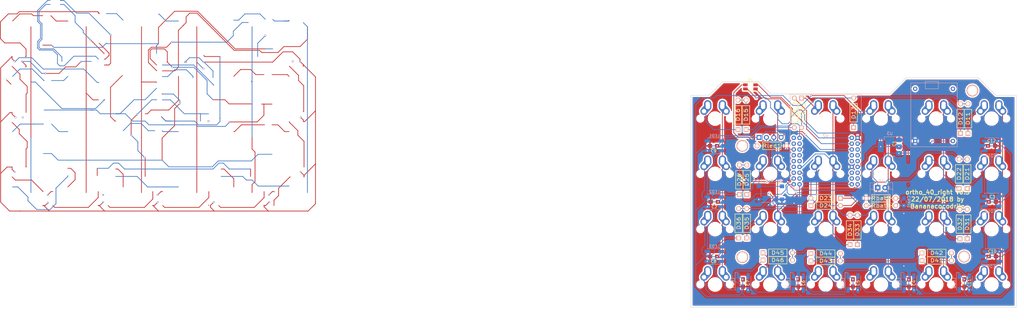
<source format=kicad_pcb>
(kicad_pcb (version 4) (host pcbnew 4.0.7)
  (layers (0 F.Cu signal) (31 B.Cu signal) (34 B.Paste user hide) (35 F.Paste user hide) (36 B.SilkS user) (37 F.SilkS user) (38 B.Mask user) (39 F.Mask user) (44 Edge.Cuts user))
  (net 0 "")
  (net 1 VCC)
  (net 2 GND)
  (net 3 "Net-(D11-Pad2)")
  (net 4 "Net-(D12-Pad2)")
  (net 5 "Net-(D13-Pad2)")
  (net 6 "Net-(D14-Pad2)")
  (net 7 "Net-(D15-Pad2)")
  (net 8 "Net-(D16-Pad2)")
  (net 9 "Net-(D21-Pad2)")
  (net 10 "Net-(D22-Pad2)")
  (net 11 "Net-(D23-Pad2)")
  (net 12 "Net-(D24-Pad2)")
  (net 13 "Net-(D25-Pad2)")
  (net 14 "Net-(D26-Pad2)")
  (net 15 "Net-(D31-Pad2)")
  (net 16 "Net-(D32-Pad2)")
  (net 17 "Net-(D33-Pad2)")
  (net 18 "Net-(D34-Pad2)")
  (net 19 "Net-(D35-Pad2)")
  (net 20 "Net-(D36-Pad2)")
  (net 21 "Net-(D41-Pad2)")
  (net 22 "Net-(D42-Pad2)")
  (net 23 "Net-(D43-Pad2)")
  (net 24 "Net-(D44-Pad2)")
  (net 25 "Net-(D45-Pad2)")
  (net 26 "Net-(D46-Pad2)")
  (net 27 "Net-(LED1-Pad2)")
  (net 28 "Net-(LED1-Pad4)")
  (net 29 "Net-(LED2-Pad2)")
  (net 30 "Net-(LED3-Pad2)")
  (net 31 row-1)
  (net 32 row-2)
  (net 33 row-3)
  (net 34 row-4)
  (net 35 col-3)
  (net 36 col-4)
  (net 37 col-1)
  (net 38 col-2)
  (net 39 col-5)
  (net 40 col-6)
  (net 41 "Net-(D1-Pad1)")
  (net 42 LED-R)
  (net 43 LED-B)
  (net 44 LED-G)
  (net 45 "Net-(J1-Pad2)")
  (net 46 "Net-(J1-Pad4)")
  (net 47 BAT-M)
  (net 48 underglowAux)
  (net 49 "Net-(LED10-Pad2)")
  (net 50 "Net-(J8-Pad1)")
  (net 51 "Net-(LED4-Pad2)")
  (net 52 "Net-(LED5-Pad2)")
  (net 53 "Net-(LED6-Pad2)")
  (net 54 "Net-(LED7-Pad2)")
  (net 55 "Net-(LED8-Pad2)")
  (net 56 underglow)
  (module Keebio:Hybrid_PCB_100H_Dual_hole (layer B.Cu) (at 90.31 41.288 180)
    (fp_text reference K-14 hide)
    (fp_text value KEYSW hide)
    (pad 2 smd oval (at 2.52 4.79 183.945) (size 2.5 3.081378) (layers B.Cu B.Paste B.Mask) (net 6 "Net-(D14-Pad2)"))
    (pad 2 thru_hole circle (at 2.5 4.5 209.05) (size 2 2) (drill 1.5) (layers *.Cu *.Mask) (net 6 "Net-(D14-Pad2)"))
    (pad 2 thru_hole circle (at 2.54 5.08 209.05) (size 2 2) (drill 1.5) (layers *.Cu *.Mask) (net 6 "Net-(D14-Pad2)"))
    (pad 1 thru_hole circle (at -2.5 4 209.05) (size 2 2) (drill 1.5) (layers *.Cu *.Mask) (net 36 col-4))
    (pad HOLE np_thru_hole circle (at 0 0 180) (size 3.9878 3.9878) (drill 3.9878) (layers *.Cu))
    (pad HOLE np_thru_hole circle (at -5.08 0 180) (size 1.8 1.8) (drill 1.8) (layers *.Cu))
    (pad HOLE np_thru_hole circle (at 5.08 0 180) (size 1.8 1.8) (drill 1.8) (layers *.Cu))
    (pad 1 thru_hole circle (at -3.81 2.54 209.05) (size 2 2) (drill 1.5) (layers *.Cu *.Mask) (net 36 col-4))
    (pad 2 smd oval (at 3.155 3.27 318.1) (size 2.5 4.461556) (layers F.Cu F.Paste F.Mask) (net 6 "Net-(D14-Pad2)"))
    (pad 1 smd oval (at -3.155 3.27 41.9) (size 2.5 4.461556) (layers F.Cu F.Paste F.Mask) (net 36 col-4))
    (pad 2 thru_hole circle (at 2.5 4 180) (size 2 2) (drill 1.5) (layers *.Cu *.Mask) (net 6 "Net-(D14-Pad2)"))
    (pad 2 thru_hole circle (at 3.81 2.54 209.05) (size 2 2) (drill 1.5) (layers *.Cu *.Mask) (net 6 "Net-(D14-Pad2)"))
    (pad 1 smd oval (at -2.52 4.79 176.055) (size 2.5 3.081378) (layers F.Cu F.Paste F.Mask) (net 36 col-4))
    (pad 1 thru_hole circle (at -2.5 4.5 209.05) (size 2 2) (drill 1.5) (layers *.Cu *.Mask) (net 36 col-4))
    (pad 1 thru_hole circle (at -2.54 5.08 209.05) (size 2 2) (drill 1.5) (layers *.Cu *.Mask) (net 36 col-4))
    (pad 1 smd oval (at -3.155 3.27 41.9) (size 2.5 4.461556) (layers B.Cu B.Paste B.Mask) (net 36 col-4))
    (pad 1 smd oval (at -2.52 4.79 176.055) (size 2.5 3.081378) (layers B.Cu B.Paste B.Mask) (net 36 col-4))
    (pad 2 smd oval (at 3.155 3.27 318.1) (size 2.5 4.461556) (layers B.Cu B.Paste B.Mask) (net 6 "Net-(D14-Pad2)"))
    (pad 2 smd oval (at 2.52 4.79 183.945) (size 2.5 3.081378) (layers F.Cu F.Paste F.Mask) (net 6 "Net-(D14-Pad2)"))
  )
  (module MisComponentes:cargador-mini-usb (layer B.Cu) (at 127.648 40.018 270)
    (fp_text reference U1 (at 0 -1.5 270) (layer B.SilkS) (effects (justify mirror)))
    (fp_text value cargador-USB)
    (pad 0 thru_hole circle (at -9 6.5 270) (size 1.524 1.524) (drill 0.762) (layers *.Cu *.Mask))
    (pad 1 thru_hole circle (at -9 -6.5 270) (size 1.524 1.524) (drill 0.762) (layers *.Cu *.Mask))
    (pad 2 thru_hole circle (at 9 -6.5 270) (size 1.524 1.524) (drill 0.762) (layers *.Cu *.Mask) (net 50 "Net-(J8-Pad1)"))
    (pad 3 thru_hole circle (at 9 6.5 270) (size 1.524 1.524) (drill 0.762) (layers *.Cu *.Mask) (net 2 GND))
  )
  (module MisComponentes:core51822-through-hole (layer B.Cu) (at 90.31 50.686 180)
    (fp_text reference U2 (at 0.015 3.545 180) (layer B.SilkS) (effects (justify mirror)))
    (fp_text value core51822)
    (pad 1 thru_hole circle (at -11 2.75 180) (size 1.524 1.524) (drill 0.762) (layers *.Cu *.Mask) (net 2 GND))
    (pad 2 thru_hole circle (at -9 2.75 180) (size 1.524 1.524) (drill 0.762) (layers *.Cu *.Mask) (net 43 LED-B))
    (pad 3 thru_hole circle (at -11 0.75 180) (size 1.524 1.524) (drill 0.762) (layers *.Cu *.Mask) (net 42 LED-R))
    (pad 4 thru_hole circle (at -9 0.75 180) (size 1.524 1.524) (drill 0.762) (layers *.Cu *.Mask) (net 56 underglow))
    (pad 5 thru_hole circle (at -11 -1.25 180) (size 1.524 1.524) (drill 0.762) (layers *.Cu *.Mask))
    (pad 6 thru_hole circle (at -9 -1.25 180) (size 1.524 1.524) (drill 0.762) (layers *.Cu *.Mask) (net 44 LED-G))
    (pad 7 thru_hole circle (at -11 -3.25 180) (size 1.524 1.524) (drill 0.762) (layers *.Cu *.Mask))
    (pad 8 thru_hole circle (at -9 -3.25 180) (size 1.524 1.524) (drill 0.762) (layers *.Cu *.Mask))
    (pad 9 thru_hole circle (at -11 -5.25 180) (size 1.524 1.524) (drill 0.762) (layers *.Cu *.Mask))
    (pad 10 thru_hole circle (at -9 -5.25 180) (size 1.524 1.524) (drill 0.762) (layers *.Cu *.Mask))
    (pad 11 thru_hole circle (at -11 -7.25 180) (size 1.524 1.524) (drill 0.762) (layers *.Cu *.Mask) (net 1 VCC))
    (pad 12 thru_hole circle (at -9 -7.25 180) (size 1.524 1.524) (drill 0.762) (layers *.Cu *.Mask) (net 2 GND))
    (pad 13 thru_hole circle (at -11 -9.25 180) (size 1.524 1.524) (drill 0.762) (layers *.Cu *.Mask))
    (pad 14 thru_hole circle (at -9 -9.25 180) (size 1.524 1.524) (drill 0.762) (layers *.Cu *.Mask))
    (pad 15 thru_hole circle (at -11 -11.25 180) (size 1.524 1.524) (drill 0.762) (layers *.Cu *.Mask))
    (pad 16 thru_hole circle (at -9 -11.25 180) (size 1.524 1.524) (drill 0.762) (layers *.Cu *.Mask))
    (pad 17 thru_hole circle (at -11 -13.25 180) (size 1.524 1.524) (drill 0.762) (layers *.Cu *.Mask) (net 39 col-5))
    (pad 18 thru_hole circle (at -9 -13.25 180) (size 1.524 1.524) (drill 0.762) (layers *.Cu *.Mask) (net 40 col-6))
    (pad 20 thru_hole circle (at 11 2.75 180) (size 1.524 1.524) (drill 0.762) (layers *.Cu *.Mask))
    (pad 21 thru_hole circle (at 9 0.75 180) (size 1.524 1.524) (drill 0.762) (layers *.Cu *.Mask))
    (pad 22 thru_hole circle (at 11 0.75 180) (size 1.524 1.524) (drill 0.762) (layers *.Cu *.Mask))
    (pad 23 thru_hole circle (at 9 -1.25 180) (size 1.524 1.524) (drill 0.762) (layers *.Cu *.Mask) (net 46 "Net-(J1-Pad4)"))
    (pad 24 thru_hole circle (at 11 -1.25 180) (size 1.524 1.524) (drill 0.762) (layers *.Cu *.Mask) (net 45 "Net-(J1-Pad2)"))
    (pad 25 thru_hole circle (at 9 -3.25 180) (size 1.524 1.524) (drill 0.762) (layers *.Cu *.Mask) (net 38 col-2))
    (pad 26 thru_hole circle (at 11 -3.25 180) (size 1.524 1.524) (drill 0.762) (layers *.Cu *.Mask) (net 37 col-1))
    (pad 27 thru_hole circle (at 9 -5.25 180) (size 1.524 1.524) (drill 0.762) (layers *.Cu *.Mask))
    (pad 28 thru_hole circle (at 11 -5.25 180) (size 1.524 1.524) (drill 0.762) (layers *.Cu *.Mask) (net 35 col-3))
    (pad 29 thru_hole circle (at 9 -7.25 180) (size 1.524 1.524) (drill 0.762) (layers *.Cu *.Mask) (net 36 col-4))
    (pad 30 thru_hole circle (at 11 -7.25 180) (size 1.524 1.524) (drill 0.762) (layers *.Cu *.Mask))
    (pad 31 thru_hole circle (at 9 -9.25 180) (size 1.524 1.524) (drill 0.762) (layers *.Cu *.Mask) (net 32 row-2))
    (pad 32 thru_hole circle (at 11 -9.25 180) (size 1.524 1.524) (drill 0.762) (layers *.Cu *.Mask))
    (pad 33 thru_hole circle (at 9 -11.25 180) (size 1.524 1.524) (drill 0.762) (layers *.Cu *.Mask))
    (pad 34 thru_hole circle (at 11 -11.25 180) (size 1.524 1.524) (drill 0.762) (layers *.Cu *.Mask) (net 33 row-3))
    (pad 35 thru_hole circle (at 9 -13.25 180) (size 1.524 1.524) (drill 0.762) (layers *.Cu *.Mask) (net 34 row-4))
    (pad 36 thru_hole circle (at 11 -13.25 180) (size 1.524 1.524) (drill 0.762) (layers *.Cu *.Mask) (net 47 BAT-M))
    (pad 19 thru_hole circle (at 9 2.75 180) (size 1.524 1.524) (drill 0.762) (layers *.Cu *.Mask) (net 31 row-1))
  )
  (module LEDs:LED_RGB_1210 (layer F.Cu) (at 64.402 30.366)
    (fp_text reference D1 (at 0 -2.3) (layer F.SilkS))
    (fp_text value LED_BAT)
    (pad 1 smd rect (at -1.75 -0.7 180) (size 1.5 1) (layers F.Cu F.Paste F.Mask) (net 41 "Net-(D1-Pad1)"))
    (pad 2 smd rect (at -1.75 0.7 180) (size 1.5 1) (layers F.Cu F.Paste F.Mask) (net 42 LED-R))
    (pad 4 smd rect (at 1.75 -0.7 180) (size 1.5 1) (layers F.Cu F.Paste F.Mask) (net 43 LED-B))
    (pad 3 smd rect (at 1.75 0.7 180) (size 1.5 1) (layers F.Cu F.Paste F.Mask) (net 44 LED-G))
  )
  (module Buttons_Switches_SMD:SW_SPST_PTS645 (layer B.Cu) (at 71.252 66.874 180)
    (fp_text reference SW-RESET1 (at 0 4.05 180) (layer B.SilkS) (effects (justify mirror)))
    (fp_text value SW_PUSH)
    (pad 2 smd rect (at -3.98 -2.25 180) (size 1.55 1.3) (layers B.Cu B.Paste B.Mask) (net 2 GND))
    (pad 1 smd rect (at -3.98 2.25 180) (size 1.55 1.3) (layers B.Cu B.Paste B.Mask) (net 46 "Net-(J1-Pad4)"))
    (pad 1 smd rect (at 3.98 2.25 180) (size 1.55 1.3) (layers B.Cu B.Paste B.Mask) (net 46 "Net-(J1-Pad4)"))
    (pad 2 smd rect (at 3.98 -2.25 180) (size 1.55 1.3) (layers B.Cu B.Paste B.Mask) (net 2 GND))
  )
  (module Pin_Headers:Pin_Header_Straight_1x04_Pitch2.54mm (layer B.Cu) (at 67.352 47.774 270)
    (fp_text reference J1 (at 0 2.33 270) (layer B.SilkS) (effects (justify mirror)))
    (fp_text value prog_pins)
    (pad 1 thru_hole rect (at 0 0 270) (size 1.7 1.7) (drill 1) (layers *.Cu *.Mask) (net 1 VCC))
    (pad 2 thru_hole oval (at 0 -2.54 270) (size 1.7 1.7) (drill 1) (layers *.Cu *.Mask) (net 45 "Net-(J1-Pad2)"))
    (pad 3 thru_hole oval (at 0 -5.08 270) (size 1.7 1.7) (drill 1) (layers *.Cu *.Mask) (net 2 GND))
    (pad 4 thru_hole oval (at 0 -7.62 270) (size 1.7 1.7) (drill 1) (layers *.Cu *.Mask) (net 46 "Net-(J1-Pad4)"))
  )
  (module Capacitors_SMD:C_0805_HandSoldering (layer F.Cu) (at 115.652 49.874 90)
    (fp_text reference C1 (at 0 -1.75 90) (layer F.SilkS))
    (fp_text value 47uF)
    (pad 1 smd rect (at -1.25 0 90) (size 1.5 1.25) (layers F.Cu F.Paste F.Mask) (net 1 VCC))
    (pad 2 smd rect (at 1.25 0 90) (size 1.5 1.25) (layers F.Cu F.Paste F.Mask) (net 2 GND))
  )
  (module Capacitors_SMD:C_0805_HandSoldering (layer F.Cu) (at 51.956 69.99 180)
    (fp_text reference C2 (at 0 -1.75 180) (layer F.SilkS))
    (fp_text value 0.1uF)
    (pad 1 smd rect (at -1.25 0 180) (size 1.5 1.25) (layers F.Cu F.Paste F.Mask) (net 1 VCC))
    (pad 2 smd rect (at 1.25 0 180) (size 1.5 1.25) (layers F.Cu F.Paste F.Mask) (net 2 GND))
  )
  (module Capacitors_SMD:C_0805_HandSoldering (layer F.Cu) (at 147.714 69.99)
    (fp_text reference C3 (at 0 -1.75) (layer F.SilkS))
    (fp_text value 0.1uF)
    (pad 1 smd rect (at -1.25 0) (size 1.5 1.25) (layers F.Cu F.Paste F.Mask) (net 1 VCC))
    (pad 2 smd rect (at 1.25 0) (size 1.5 1.25) (layers F.Cu F.Paste F.Mask) (net 2 GND))
  )
  (module Capacitors_SMD:C_0805_HandSoldering (layer F.Cu) (at 119.012 97.93 270)
    (fp_text reference C4 (at 0 -1.75 270) (layer F.SilkS))
    (fp_text value 0.1uF)
    (pad 1 smd rect (at -1.25 0 270) (size 1.5 1.25) (layers F.Cu F.Paste F.Mask) (net 1 VCC))
    (pad 2 smd rect (at 1.25 0 270) (size 1.5 1.25) (layers F.Cu F.Paste F.Mask) (net 2 GND))
  )
  (module Capacitors_SMD:C_0805_HandSoldering (layer F.Cu) (at 99.708 97.93 270)
    (fp_text reference C5 (at 0 -1.75 270) (layer F.SilkS))
    (fp_text value 0.1uF)
    (pad 1 smd rect (at -1.25 0 270) (size 1.5 1.25) (layers F.Cu F.Paste F.Mask) (net 1 VCC))
    (pad 2 smd rect (at 1.25 0 270) (size 1.5 1.25) (layers F.Cu F.Paste F.Mask) (net 2 GND))
  )
  (module Capacitors_SMD:C_0805_HandSoldering (layer F.Cu) (at 80.912 97.93 270)
    (fp_text reference C6 (at 0 -1.75 270) (layer F.SilkS))
    (fp_text value 0.1uF)
    (pad 1 smd rect (at -1.25 0 270) (size 1.5 1.25) (layers F.Cu F.Paste F.Mask) (net 1 VCC))
    (pad 2 smd rect (at 1.25 0 270) (size 1.5 1.25) (layers F.Cu F.Paste F.Mask) (net 2 GND))
  )
  (module Capacitors_SMD:C_0805_HandSoldering (layer F.Cu) (at 61.862 97.93 270)
    (fp_text reference C7 (at 0 -1.75 270) (layer F.SilkS))
    (fp_text value 0.1uF)
    (pad 1 smd rect (at -1.25 0 270) (size 1.5 1.25) (layers F.Cu F.Paste F.Mask) (net 1 VCC))
    (pad 2 smd rect (at 1.25 0 270) (size 1.5 1.25) (layers F.Cu F.Paste F.Mask) (net 2 GND))
  )
  (module Capacitors_SMD:C_0805_HandSoldering (layer F.Cu) (at 51.702 88.786 180)
    (fp_text reference C8 (at 0 -1.75 180) (layer F.SilkS))
    (fp_text value 0.1uF)
    (pad 1 smd rect (at -1.25 0 180) (size 1.5 1.25) (layers F.Cu F.Paste F.Mask) (net 1 VCC))
    (pad 2 smd rect (at 1.25 0 180) (size 1.5 1.25) (layers F.Cu F.Paste F.Mask) (net 2 GND))
  )
  (module Capacitors_SMD:C_0805_HandSoldering (layer F.Cu) (at 51.702 50.686 180)
    (fp_text reference C9 (at 0 -1.75 180) (layer F.SilkS))
    (fp_text value 0.1uF)
    (pad 1 smd rect (at -1.25 0 180) (size 1.5 1.25) (layers F.Cu F.Paste F.Mask) (net 1 VCC))
    (pad 2 smd rect (at 1.25 0 180) (size 1.5 1.25) (layers F.Cu F.Paste F.Mask) (net 2 GND))
  )
  (module MisComponentes:LED_RGB_5050-4 (layer B.Cu) (at 51.956 50.686 180)
    (fp_text reference LED1 (at 0 3.5 360) (layer B.SilkS) (effects (justify mirror)))
    (fp_text value WS2812B)
    (pad 1 smd rect (at -2.4 1.7 90) (size 1.1 2) (layers B.Cu B.Paste B.Mask) (net 1 VCC))
    (pad 2 smd rect (at -2.4 -1.7 90) (size 1.1 2) (layers B.Cu B.Paste B.Mask) (net 27 "Net-(LED1-Pad2)"))
    (pad 3 smd rect (at 2.4 -1.7 90) (size 1.1 2) (layers B.Cu B.Paste B.Mask) (net 2 GND))
    (pad 4 smd rect (at 2.4 1.7 90) (size 1.1 2) (layers B.Cu B.Paste B.Mask) (net 28 "Net-(LED1-Pad4)"))
  )
  (module MisComponentes:LED_RGB_5050-4 (layer B.Cu) (at 51.956 69.99 180)
    (fp_text reference LED2 (at 0 3.5 360) (layer B.SilkS) (effects (justify mirror)))
    (fp_text value WS2812B)
    (pad 1 smd rect (at -2.4 1.7 90) (size 1.1 2) (layers B.Cu B.Paste B.Mask) (net 1 VCC))
    (pad 2 smd rect (at -2.4 -1.7 90) (size 1.1 2) (layers B.Cu B.Paste B.Mask) (net 29 "Net-(LED2-Pad2)"))
    (pad 3 smd rect (at 2.4 -1.7 90) (size 1.1 2) (layers B.Cu B.Paste B.Mask) (net 2 GND))
    (pad 4 smd rect (at 2.4 1.7 90) (size 1.1 2) (layers B.Cu B.Paste B.Mask) (net 27 "Net-(LED1-Pad2)"))
  )
  (module MisComponentes:LED_RGB_5050-4 (layer B.Cu) (at 51.956 88.786 180)
    (fp_text reference LED3 (at 0 3.5 360) (layer B.SilkS) (effects (justify mirror)))
    (fp_text value WS2812B)
    (pad 1 smd rect (at -2.4 1.7 90) (size 1.1 2) (layers B.Cu B.Paste B.Mask) (net 1 VCC))
    (pad 2 smd rect (at -2.4 -1.7 90) (size 1.1 2) (layers B.Cu B.Paste B.Mask) (net 30 "Net-(LED3-Pad2)"))
    (pad 3 smd rect (at 2.4 -1.7 90) (size 1.1 2) (layers B.Cu B.Paste B.Mask) (net 2 GND))
    (pad 4 smd rect (at 2.4 1.7 90) (size 1.1 2) (layers B.Cu B.Paste B.Mask) (net 29 "Net-(LED2-Pad2)"))
  )
  (module MisComponentes:LED_RGB_5050-4 (layer B.Cu) (at 61.862 97.93 270)
    (fp_text reference LED4 (at 0 3.5 450) (layer B.SilkS) (effects (justify mirror)))
    (fp_text value WS2812B)
    (pad 1 smd rect (at -2.4 1.7 180) (size 1.1 2) (layers B.Cu B.Paste B.Mask) (net 1 VCC))
    (pad 2 smd rect (at -2.4 -1.7 180) (size 1.1 2) (layers B.Cu B.Paste B.Mask) (net 51 "Net-(LED4-Pad2)"))
    (pad 3 smd rect (at 2.4 -1.7 180) (size 1.1 2) (layers B.Cu B.Paste B.Mask) (net 2 GND))
    (pad 4 smd rect (at 2.4 1.7 180) (size 1.1 2) (layers B.Cu B.Paste B.Mask) (net 30 "Net-(LED3-Pad2)"))
  )
  (module MisComponentes:LED_RGB_5050-4 (layer B.Cu) (at 80.912 97.93 270)
    (fp_text reference LED5 (at 0 3.5 450) (layer B.SilkS) (effects (justify mirror)))
    (fp_text value WS2812B)
    (pad 1 smd rect (at -2.4 1.7 180) (size 1.1 2) (layers B.Cu B.Paste B.Mask) (net 1 VCC))
    (pad 2 smd rect (at -2.4 -1.7 180) (size 1.1 2) (layers B.Cu B.Paste B.Mask) (net 52 "Net-(LED5-Pad2)"))
    (pad 3 smd rect (at 2.4 -1.7 180) (size 1.1 2) (layers B.Cu B.Paste B.Mask) (net 2 GND))
    (pad 4 smd rect (at 2.4 1.7 180) (size 1.1 2) (layers B.Cu B.Paste B.Mask) (net 51 "Net-(LED4-Pad2)"))
  )
  (module MisComponentes:LED_RGB_5050-4 (layer B.Cu) (at 99.708 97.93 270)
    (fp_text reference LED6 (at 0 3.5 450) (layer B.SilkS) (effects (justify mirror)))
    (fp_text value WS2812B)
    (pad 1 smd rect (at -2.4 1.7 180) (size 1.1 2) (layers B.Cu B.Paste B.Mask) (net 1 VCC))
    (pad 2 smd rect (at -2.4 -1.7 180) (size 1.1 2) (layers B.Cu B.Paste B.Mask) (net 53 "Net-(LED6-Pad2)"))
    (pad 3 smd rect (at 2.4 -1.7 180) (size 1.1 2) (layers B.Cu B.Paste B.Mask) (net 2 GND))
    (pad 4 smd rect (at 2.4 1.7 180) (size 1.1 2) (layers B.Cu B.Paste B.Mask) (net 52 "Net-(LED5-Pad2)"))
  )
  (module MisComponentes:LED_RGB_5050-4 (layer B.Cu) (at 119.012 97.93 270)
    (fp_text reference LED7 (at 0 3.5 450) (layer B.SilkS) (effects (justify mirror)))
    (fp_text value WS2812B)
    (pad 1 smd rect (at -2.4 1.7 180) (size 1.1 2) (layers B.Cu B.Paste B.Mask) (net 1 VCC))
    (pad 2 smd rect (at -2.4 -1.7 180) (size 1.1 2) (layers B.Cu B.Paste B.Mask) (net 54 "Net-(LED7-Pad2)"))
    (pad 3 smd rect (at 2.4 -1.7 180) (size 1.1 2) (layers B.Cu B.Paste B.Mask) (net 2 GND))
    (pad 4 smd rect (at 2.4 1.7 180) (size 1.1 2) (layers B.Cu B.Paste B.Mask) (net 53 "Net-(LED6-Pad2)"))
  )
  (module MisComponentes:LED_RGB_5050-4 (layer B.Cu) (at 138.062 97.93 270)
    (fp_text reference LED8 (at 0 3.5 450) (layer B.SilkS) (effects (justify mirror)))
    (fp_text value WS2812B)
    (pad 1 smd rect (at -2.4 1.7 180) (size 1.1 2) (layers B.Cu B.Paste B.Mask) (net 1 VCC))
    (pad 2 smd rect (at -2.4 -1.7 180) (size 1.1 2) (layers B.Cu B.Paste B.Mask) (net 55 "Net-(LED8-Pad2)"))
    (pad 3 smd rect (at 2.4 -1.7 180) (size 1.1 2) (layers B.Cu B.Paste B.Mask) (net 2 GND))
    (pad 4 smd rect (at 2.4 1.7 180) (size 1.1 2) (layers B.Cu B.Paste B.Mask) (net 54 "Net-(LED7-Pad2)"))
  )
  (module TO_SOT_Packages_SMD:SOT-223-3_TabPin2 (layer B.Cu) (at 112.408 50.94 180)
    (fp_text reference U3 (at 0 4.5 180) (layer B.SilkS) (effects (justify mirror)))
    (fp_text value LM1117-3.3)
    (pad 2 smd rect (at 3.15 0 180) (size 2 3.8) (layers B.Cu B.Paste B.Mask) (net 1 VCC))
    (pad 2 smd rect (at -3.15 0 180) (size 2 1.5) (layers B.Cu B.Paste B.Mask) (net 1 VCC))
    (pad 3 smd rect (at -3.15 -2.3 180) (size 2 1.5) (layers B.Cu B.Paste B.Mask) (net 50 "Net-(J8-Pad1)"))
    (pad 1 smd rect (at -3.15 2.3 180) (size 2 1.5) (layers B.Cu B.Paste B.Mask) (net 2 GND))
  )
  (module Capacitors_SMD:C_0805_HandSoldering (layer F.Cu) (at 147.714 88.786)
    (fp_text reference C10 (at 0 -1.75) (layer F.SilkS))
    (fp_text value 0.1uF)
    (pad 1 smd rect (at -1.25 0) (size 1.5 1.25) (layers F.Cu F.Paste F.Mask) (net 1 VCC))
    (pad 2 smd rect (at 1.25 0) (size 1.5 1.25) (layers F.Cu F.Paste F.Mask) (net 2 GND))
  )
  (module MisComponentes:LED_RGB_5050-4 (layer B.Cu) (at 147.714 88.786)
    (fp_text reference LED9 (at 0 3.5 180) (layer B.SilkS) (effects (justify mirror)))
    (fp_text value WS2812B)
    (pad 1 smd rect (at -2.4 1.7 270) (size 1.1 2) (layers B.Cu B.Paste B.Mask) (net 1 VCC))
    (pad 2 smd rect (at -2.4 -1.7 270) (size 1.1 2) (layers B.Cu B.Paste B.Mask) (net 48 underglowAux))
    (pad 3 smd rect (at 2.4 -1.7 270) (size 1.1 2) (layers B.Cu B.Paste B.Mask) (net 2 GND))
    (pad 4 smd rect (at 2.4 1.7 270) (size 1.1 2) (layers B.Cu B.Paste B.Mask) (net 55 "Net-(LED8-Pad2)"))
  )
  (module Capacitors_SMD:C_0805_HandSoldering (layer B.Cu) (at 117.234 69.99 90)
    (fp_text reference Cbat1 (at 0 1.75 90) (layer B.SilkS) (effects (justify mirror)))
    (fp_text value 22n)
    (pad 1 smd rect (at -1.25 0 90) (size 1.5 1.25) (layers B.Cu B.Paste B.Mask) (net 2 GND))
    (pad 2 smd rect (at 1.25 0 90) (size 1.5 1.25) (layers B.Cu B.Paste B.Mask) (net 47 BAT-M))
  )
  (module footprints:DIODE (layer F.Cu) (at 139.332 41.288 270)
    (fp_text reference D11 (at 0 0 270) (layer F.SilkS) (effects (font (size 1.27 1.524) (thickness 0.2032))))
    (fp_text value D hide)
    (pad 1 thru_hole circle (at -5.08 0 270) (size 1.651 1.651) (drill 0.9906) (layers *.Cu *.SilkS *.Mask) (net 31 row-1))
    (pad 2 thru_hole rect (at 5.08 0 270) (size 1.651 1.651) (drill 0.9906) (layers *.Cu *.SilkS *.Mask) (net 3 "Net-(D11-Pad2)"))
  )
  (module footprints:DIODE (layer F.Cu) (at 136.792 41.288 270)
    (fp_text reference D12 (at 0 0 270) (layer F.SilkS) (effects (font (size 1.27 1.524) (thickness 0.2032))))
    (fp_text value D hide)
    (pad 1 thru_hole circle (at -5.08 0 270) (size 1.651 1.651) (drill 0.9906) (layers *.Cu *.SilkS *.Mask) (net 31 row-1))
    (pad 2 thru_hole rect (at 5.08 0 270) (size 1.651 1.651) (drill 0.9906) (layers *.Cu *.SilkS *.Mask) (net 4 "Net-(D12-Pad2)"))
  )
  (module footprints:DIODE (layer F.Cu) (at 99.952 39.274 270)
    (fp_text reference D13 (at 0 0 270) (layer F.SilkS) (effects (font (size 1.27 1.524) (thickness 0.2032))))
    (fp_text value D hide)
    (pad 1 thru_hole circle (at -5.08 0 270) (size 1.651 1.651) (drill 0.9906) (layers *.Cu *.SilkS *.Mask) (net 31 row-1))
    (pad 2 thru_hole rect (at 5.08 0 270) (size 1.651 1.651) (drill 0.9906) (layers *.Cu *.SilkS *.Mask) (net 5 "Net-(D13-Pad2)"))
  )
  (module footprints:DIODE (layer F.Cu) (at 82.002 39.324 90)
    (fp_text reference D14 (at 0 0 90) (layer F.SilkS) (effects (font (size 1.27 1.524) (thickness 0.2032))))
    (fp_text value D hide)
    (pad 1 thru_hole circle (at -5.08 0 90) (size 1.651 1.651) (drill 0.9906) (layers *.Cu *.SilkS *.Mask) (net 31 row-1))
    (pad 2 thru_hole rect (at 5.08 0 90) (size 1.651 1.651) (drill 0.9906) (layers *.Cu *.SilkS *.Mask) (net 6 "Net-(D14-Pad2)"))
  )
  (module footprints:DIODE (layer F.Cu) (at 62.878 40.018 270)
    (fp_text reference D15 (at 0 0 270) (layer F.SilkS) (effects (font (size 1.27 1.524) (thickness 0.2032))))
    (fp_text value D hide)
    (pad 1 thru_hole circle (at -5.08 0 270) (size 1.651 1.651) (drill 0.9906) (layers *.Cu *.SilkS *.Mask) (net 31 row-1))
    (pad 2 thru_hole rect (at 5.08 0 270) (size 1.651 1.651) (drill 0.9906) (layers *.Cu *.SilkS *.Mask) (net 7 "Net-(D15-Pad2)"))
  )
  (module footprints:DIODE (layer F.Cu) (at 60.084 40.018 270)
    (fp_text reference D16 (at 0 0 270) (layer F.SilkS) (effects (font (size 1.27 1.524) (thickness 0.2032))))
    (fp_text value D hide)
    (pad 1 thru_hole circle (at -5.08 0 270) (size 1.651 1.651) (drill 0.9906) (layers *.Cu *.SilkS *.Mask) (net 31 row-1))
    (pad 2 thru_hole rect (at 5.08 0 270) (size 1.651 1.651) (drill 0.9906) (layers *.Cu *.SilkS *.Mask) (net 8 "Net-(D16-Pad2)"))
  )
  (module footprints:DIODE (layer F.Cu) (at 139.078 60.338 270)
    (fp_text reference D21 (at 0 0 270) (layer F.SilkS) (effects (font (size 1.27 1.524) (thickness 0.2032))))
    (fp_text value D hide)
    (pad 1 thru_hole circle (at -5.08 0 270) (size 1.651 1.651) (drill 0.9906) (layers *.Cu *.SilkS *.Mask) (net 32 row-2))
    (pad 2 thru_hole rect (at 5.08 0 270) (size 1.651 1.651) (drill 0.9906) (layers *.Cu *.SilkS *.Mask) (net 9 "Net-(D21-Pad2)"))
  )
  (module footprints:DIODE (layer F.Cu) (at 136.284 60.338 270)
    (fp_text reference D22 (at 0 0 270) (layer F.SilkS) (effects (font (size 1.27 1.524) (thickness 0.2032))))
    (fp_text value D hide)
    (pad 1 thru_hole circle (at -5.08 0 270) (size 1.651 1.651) (drill 0.9906) (layers *.Cu *.SilkS *.Mask) (net 32 row-2))
    (pad 2 thru_hole rect (at 5.08 0 270) (size 1.651 1.651) (drill 0.9906) (layers *.Cu *.SilkS *.Mask) (net 10 "Net-(D22-Pad2)"))
  )
  (module footprints:DIODE (layer F.Cu) (at 90.31 68.72)
    (fp_text reference D23 (at 0 0) (layer F.SilkS) (effects (font (size 1.27 1.524) (thickness 0.2032))))
    (fp_text value D hide)
    (pad 1 thru_hole circle (at -5.08 0) (size 1.651 1.651) (drill 0.9906) (layers *.Cu *.SilkS *.Mask) (net 32 row-2))
    (pad 2 thru_hole rect (at 5.08 0) (size 1.651 1.651) (drill 0.9906) (layers *.Cu *.SilkS *.Mask) (net 11 "Net-(D23-Pad2)"))
  )
  (module footprints:DIODE (layer F.Cu) (at 90.31 71.26 180)
    (fp_text reference D24 (at 0 0 180) (layer F.SilkS) (effects (font (size 1.27 1.524) (thickness 0.2032))))
    (fp_text value D hide)
    (pad 1 thru_hole circle (at -5.08 0 180) (size 1.651 1.651) (drill 0.9906) (layers *.Cu *.SilkS *.Mask) (net 32 row-2))
    (pad 2 thru_hole rect (at 5.08 0 180) (size 1.651 1.651) (drill 0.9906) (layers *.Cu *.SilkS *.Mask) (net 12 "Net-(D24-Pad2)"))
  )
  (module footprints:DIODE (layer F.Cu) (at 63.132 62.37 270)
    (fp_text reference D25 (at 0 0 270) (layer F.SilkS) (effects (font (size 1.27 1.524) (thickness 0.2032))))
    (fp_text value D hide)
    (pad 1 thru_hole circle (at -5.08 0 270) (size 1.651 1.651) (drill 0.9906) (layers *.Cu *.SilkS *.Mask) (net 32 row-2))
    (pad 2 thru_hole rect (at 5.08 0 270) (size 1.651 1.651) (drill 0.9906) (layers *.Cu *.SilkS *.Mask) (net 13 "Net-(D25-Pad2)"))
  )
  (module footprints:DIODE (layer F.Cu) (at 60.592 62.37 270)
    (fp_text reference D26 (at 0 0 270) (layer F.SilkS) (effects (font (size 1.27 1.524) (thickness 0.2032))))
    (fp_text value D hide)
    (pad 1 thru_hole circle (at -5.08 0 270) (size 1.651 1.651) (drill 0.9906) (layers *.Cu *.SilkS *.Mask) (net 32 row-2))
    (pad 2 thru_hole rect (at 5.08 0 270) (size 1.651 1.651) (drill 0.9906) (layers *.Cu *.SilkS *.Mask) (net 14 "Net-(D26-Pad2)"))
  )
  (module footprints:DIODE (layer F.Cu) (at 139.078 77.61 270)
    (fp_text reference D31 (at 0 0 270) (layer F.SilkS) (effects (font (size 1.27 1.524) (thickness 0.2032))))
    (fp_text value D hide)
    (pad 1 thru_hole circle (at -5.08 0 270) (size 1.651 1.651) (drill 0.9906) (layers *.Cu *.SilkS *.Mask) (net 33 row-3))
    (pad 2 thru_hole rect (at 5.08 0 270) (size 1.651 1.651) (drill 0.9906) (layers *.Cu *.SilkS *.Mask) (net 15 "Net-(D31-Pad2)"))
  )
  (module footprints:DIODE (layer F.Cu) (at 136.538 77.61 270)
    (fp_text reference D32 (at 0 0 270) (layer F.SilkS) (effects (font (size 1.27 1.524) (thickness 0.2032))))
    (fp_text value D hide)
    (pad 1 thru_hole circle (at -5.08 0 270) (size 1.651 1.651) (drill 0.9906) (layers *.Cu *.SilkS *.Mask) (net 33 row-3))
    (pad 2 thru_hole rect (at 5.08 0 270) (size 1.651 1.651) (drill 0.9906) (layers *.Cu *.SilkS *.Mask) (net 16 "Net-(D32-Pad2)"))
  )
  (module footprints:DIODE (layer F.Cu) (at 101.232 79.642 270)
    (fp_text reference D33 (at 0 0 270) (layer F.SilkS) (effects (font (size 1.27 1.524) (thickness 0.2032))))
    (fp_text value D hide)
    (pad 1 thru_hole circle (at -5.08 0 270) (size 1.651 1.651) (drill 0.9906) (layers *.Cu *.SilkS *.Mask) (net 33 row-3))
    (pad 2 thru_hole rect (at 5.08 0 270) (size 1.651 1.651) (drill 0.9906) (layers *.Cu *.SilkS *.Mask) (net 17 "Net-(D33-Pad2)"))
  )
  (module footprints:DIODE (layer F.Cu) (at 98.692 79.642 270)
    (fp_text reference D34 (at 0 0 270) (layer F.SilkS) (effects (font (size 1.27 1.524) (thickness 0.2032))))
    (fp_text value D hide)
    (pad 1 thru_hole circle (at -5.08 0 270) (size 1.651 1.651) (drill 0.9906) (layers *.Cu *.SilkS *.Mask) (net 33 row-3))
    (pad 2 thru_hole rect (at 5.08 0 270) (size 1.651 1.651) (drill 0.9906) (layers *.Cu *.SilkS *.Mask) (net 18 "Net-(D34-Pad2)"))
  )
  (module footprints:DIODE (layer F.Cu) (at 63.132 77.356 270)
    (fp_text reference D35 (at 0 0 270) (layer F.SilkS) (effects (font (size 1.27 1.524) (thickness 0.2032))))
    (fp_text value D hide)
    (pad 1 thru_hole circle (at -5.08 0 270) (size 1.651 1.651) (drill 0.9906) (layers *.Cu *.SilkS *.Mask) (net 33 row-3))
    (pad 2 thru_hole rect (at 5.08 0 270) (size 1.651 1.651) (drill 0.9906) (layers *.Cu *.SilkS *.Mask) (net 19 "Net-(D35-Pad2)"))
  )
  (module footprints:DIODE (layer F.Cu) (at 60.338 77.356 270)
    (fp_text reference D36 (at 0 0 270) (layer F.SilkS) (effects (font (size 1.27 1.524) (thickness 0.2032))))
    (fp_text value D hide)
    (pad 1 thru_hole circle (at -5.08 0 270) (size 1.651 1.651) (drill 0.9906) (layers *.Cu *.SilkS *.Mask) (net 33 row-3))
    (pad 2 thru_hole rect (at 5.08 0 270) (size 1.651 1.651) (drill 0.9906) (layers *.Cu *.SilkS *.Mask) (net 20 "Net-(D36-Pad2)"))
  )
  (module footprints:DIODE (layer F.Cu) (at 128.552 90.174 180)
    (fp_text reference D41 (at 0 0 180) (layer F.SilkS) (effects (font (size 1.27 1.524) (thickness 0.2032))))
    (fp_text value D hide)
    (pad 1 thru_hole circle (at -5.08 0 180) (size 1.651 1.651) (drill 0.9906) (layers *.Cu *.SilkS *.Mask) (net 34 row-4))
    (pad 2 thru_hole rect (at 5.08 0 180) (size 1.651 1.651) (drill 0.9906) (layers *.Cu *.SilkS *.Mask) (net 21 "Net-(D41-Pad2)"))
  )
  (module footprints:DIODE (layer F.Cu) (at 128.552 87.574 180)
    (fp_text reference D42 (at 0 0 180) (layer F.SilkS) (effects (font (size 1.27 1.524) (thickness 0.2032))))
    (fp_text value D hide)
    (pad 1 thru_hole circle (at -5.08 0 180) (size 1.651 1.651) (drill 0.9906) (layers *.Cu *.SilkS *.Mask) (net 34 row-4))
    (pad 2 thru_hole rect (at 5.08 0 180) (size 1.651 1.651) (drill 0.9906) (layers *.Cu *.SilkS *.Mask) (net 22 "Net-(D42-Pad2)"))
  )
  (module footprints:DIODE (layer F.Cu) (at 90.31 90.31 180)
    (fp_text reference D43 (at 0 0 180) (layer F.SilkS) (effects (font (size 1.27 1.524) (thickness 0.2032))))
    (fp_text value D hide)
    (pad 1 thru_hole circle (at -5.08 0 180) (size 1.651 1.651) (drill 0.9906) (layers *.Cu *.SilkS *.Mask) (net 34 row-4))
    (pad 2 thru_hole rect (at 5.08 0 180) (size 1.651 1.651) (drill 0.9906) (layers *.Cu *.SilkS *.Mask) (net 23 "Net-(D43-Pad2)"))
  )
  (module footprints:DIODE (layer F.Cu) (at 90.31 87.77 180)
    (fp_text reference D44 (at 0 0 180) (layer F.SilkS) (effects (font (size 1.27 1.524) (thickness 0.2032))))
    (fp_text value D hide)
    (pad 1 thru_hole circle (at -5.08 0 180) (size 1.651 1.651) (drill 0.9906) (layers *.Cu *.SilkS *.Mask) (net 34 row-4))
    (pad 2 thru_hole rect (at 5.08 0 180) (size 1.651 1.651) (drill 0.9906) (layers *.Cu *.SilkS *.Mask) (net 24 "Net-(D44-Pad2)"))
  )
  (module footprints:DIODE (layer F.Cu) (at 73.8 87.516 180)
    (fp_text reference D45 (at 0 0 180) (layer F.SilkS) (effects (font (size 1.27 1.524) (thickness 0.2032))))
    (fp_text value D hide)
    (pad 1 thru_hole circle (at -5.08 0 180) (size 1.651 1.651) (drill 0.9906) (layers *.Cu *.SilkS *.Mask) (net 34 row-4))
    (pad 2 thru_hole rect (at 5.08 0 180) (size 1.651 1.651) (drill 0.9906) (layers *.Cu *.SilkS *.Mask) (net 25 "Net-(D45-Pad2)"))
  )
  (module footprints:DIODE (layer F.Cu) (at 73.8 90.056 180)
    (fp_text reference D46 (at 0 0 180) (layer F.SilkS) (effects (font (size 1.27 1.524) (thickness 0.2032))))
    (fp_text value D hide)
    (pad 1 thru_hole circle (at -5.08 0 180) (size 1.651 1.651) (drill 0.9906) (layers *.Cu *.SilkS *.Mask) (net 34 row-4))
    (pad 2 thru_hole rect (at 5.08 0 180) (size 1.651 1.651) (drill 0.9906) (layers *.Cu *.SilkS *.Mask) (net 26 "Net-(D46-Pad2)"))
  )
  (module footprints:RESISTOR (layer F.Cu) (at 79.502 39.324 90)
    (fp_text reference R1 (at 0 0 90) (layer F.SilkS) (effects (font (size 1.27 1.524) (thickness 0.2032))))
    (fp_text value 470 hide)
    (pad 1 thru_hole circle (at -5.08 0 90) (size 1.651 1.651) (drill 0.9906) (layers *.Cu *.SilkS *.Mask) (net 28 "Net-(LED1-Pad4)"))
    (pad 2 thru_hole circle (at 5.08 0 90) (size 1.651 1.651) (drill 0.9906) (layers *.Cu *.SilkS *.Mask) (net 56 underglow))
  )
  (module footprints:RESISTOR (layer F.Cu) (at 109.36 71.26 180)
    (fp_text reference Rbat1 (at 0 0 180) (layer F.SilkS) (effects (font (size 1.27 1.524) (thickness 0.2032))))
    (fp_text value 10M hide)
    (pad 1 thru_hole circle (at -5.08 0 180) (size 1.651 1.651) (drill 0.9906) (layers *.Cu *.SilkS *.Mask) (net 47 BAT-M))
    (pad 2 thru_hole circle (at 5.08 0 180) (size 1.651 1.651) (drill 0.9906) (layers *.Cu *.SilkS *.Mask) (net 50 "Net-(J8-Pad1)"))
  )
  (module footprints:RESISTOR (layer F.Cu) (at 109.36 68.72)
    (fp_text reference Rbat2 (at 0 0) (layer F.SilkS) (effects (font (size 1.27 1.524) (thickness 0.2032))))
    (fp_text value 2.2M hide)
    (pad 1 thru_hole circle (at -5.08 0) (size 1.651 1.651) (drill 0.9906) (layers *.Cu *.SilkS *.Mask) (net 2 GND))
    (pad 2 thru_hole circle (at 5.08 0) (size 1.651 1.651) (drill 0.9906) (layers *.Cu *.SilkS *.Mask) (net 47 BAT-M))
  )
  (module footprints:RESISTOR (layer F.Cu) (at 71.768 50.686 180)
    (fp_text reference Rled1 (at 0 0 180) (layer F.SilkS) (effects (font (size 1.27 1.524) (thickness 0.2032))))
    (fp_text value 470 hide)
    (pad 1 thru_hole circle (at -5.08 0 180) (size 1.651 1.651) (drill 0.9906) (layers *.Cu *.SilkS *.Mask) (net 2 GND))
    (pad 2 thru_hole circle (at 5.08 0 180) (size 1.651 1.651) (drill 0.9906) (layers *.Cu *.SilkS *.Mask) (net 41 "Net-(D1-Pad1)"))
  )
  (module Capacitors_SMD:C_0805_HandSoldering (layer F.Cu) (at 138.062 97.93 270)
    (fp_text reference C11 (at 0 -1.75 270) (layer F.SilkS))
    (fp_text value 0.1uF)
    (pad 1 smd rect (at -1.25 0 270) (size 1.5 1.25) (layers F.Cu F.Paste F.Mask) (net 1 VCC))
    (pad 2 smd rect (at 1.25 0 270) (size 1.5 1.25) (layers F.Cu F.Paste F.Mask) (net 2 GND))
  )
  (module Capacitors_SMD:C_0805_HandSoldering (layer F.Cu) (at 147.46 50.686)
    (fp_text reference C12 (at 0 -1.75) (layer F.SilkS))
    (fp_text value 0.1uF)
    (pad 1 smd rect (at -1.25 0) (size 1.5 1.25) (layers F.Cu F.Paste F.Mask) (net 1 VCC))
    (pad 2 smd rect (at 1.25 0) (size 1.5 1.25) (layers F.Cu F.Paste F.Mask) (net 2 GND))
  )
  (module MisComponentes:LED_RGB_5050-4 (layer B.Cu) (at 147.46 69.736)
    (fp_text reference LED10 (at 0 3.5 180) (layer B.SilkS) (effects (justify mirror)))
    (fp_text value WS2812B)
    (pad 1 smd rect (at -2.4 1.7 270) (size 1.1 2) (layers B.Cu B.Paste B.Mask) (net 1 VCC))
    (pad 2 smd rect (at -2.4 -1.7 270) (size 1.1 2) (layers B.Cu B.Paste B.Mask) (net 49 "Net-(LED10-Pad2)"))
    (pad 3 smd rect (at 2.4 -1.7 270) (size 1.1 2) (layers B.Cu B.Paste B.Mask) (net 2 GND))
    (pad 4 smd rect (at 2.4 1.7 270) (size 1.1 2) (layers B.Cu B.Paste B.Mask) (net 48 underglowAux))
  )
  (module MisComponentes:LED_RGB_5050-4 (layer B.Cu) (at 147.46 50.686)
    (fp_text reference LED11 (at 0 3.5 180) (layer B.SilkS) (effects (justify mirror)))
    (fp_text value WS2812B)
    (pad 1 smd rect (at -2.4 1.7 270) (size 1.1 2) (layers B.Cu B.Paste B.Mask) (net 1 VCC))
    (pad 2 smd rect (at -2.4 -1.7 270) (size 1.1 2) (layers B.Cu B.Paste B.Mask))
    (pad 3 smd rect (at 2.4 -1.7 270) (size 1.1 2) (layers B.Cu B.Paste B.Mask) (net 2 GND))
    (pad 4 smd rect (at 2.4 1.7 270) (size 1.1 2) (layers B.Cu B.Paste B.Mask) (net 49 "Net-(LED10-Pad2)"))
  )
  (module Connectors_JST:JST_EH_S02B-EH_02x2.50mm_Angled (layer B.Cu) (at 108.252 65.074)
    (fp_text reference J8 (at 1.25 -3) (layer B.SilkS) (effects (justify mirror)))
    (fp_text value Conn-Battery)
    (pad 1 thru_hole rect (at 0 0) (size 1.85 1.85) (drill 0.9) (layers *.Cu *.Mask) (net 50 "Net-(J8-Pad1)"))
    (pad 2 thru_hole circle (at 2.5 0) (size 1.85 1.85) (drill 0.9) (layers *.Cu *.Mask) (net 2 GND))
  )
  (module Keebio:Hybrid_PCB_100H_Dual_hole (layer B.Cu) (at 52.21 98.438 180)
    (fp_text reference K-46 hide)
    (fp_text value KEYSW hide)
    (pad 2 smd oval (at 2.52 4.79 183.945) (size 2.5 3.081378) (layers B.Cu B.Paste B.Mask) (net 26 "Net-(D46-Pad2)"))
    (pad 2 thru_hole circle (at 2.5 4.5 209.05) (size 2 2) (drill 1.5) (layers *.Cu *.Mask) (net 26 "Net-(D46-Pad2)"))
    (pad 2 thru_hole circle (at 2.54 5.08 209.05) (size 2 2) (drill 1.5) (layers *.Cu *.Mask) (net 26 "Net-(D46-Pad2)"))
    (pad 1 thru_hole circle (at -2.5 4 209.05) (size 2 2) (drill 1.5) (layers *.Cu *.Mask) (net 40 col-6))
    (pad HOLE np_thru_hole circle (at 0 0 180) (size 3.9878 3.9878) (drill 3.9878) (layers *.Cu))
    (pad HOLE np_thru_hole circle (at -5.08 0 180) (size 1.8 1.8) (drill 1.8) (layers *.Cu))
    (pad HOLE np_thru_hole circle (at 5.08 0 180) (size 1.8 1.8) (drill 1.8) (layers *.Cu))
    (pad 1 thru_hole circle (at -3.81 2.54 209.05) (size 2 2) (drill 1.5) (layers *.Cu *.Mask) (net 40 col-6))
    (pad 2 smd oval (at 3.155 3.27 318.1) (size 2.5 4.461556) (layers F.Cu F.Paste F.Mask) (net 26 "Net-(D46-Pad2)"))
    (pad 1 smd oval (at -3.155 3.27 41.9) (size 2.5 4.461556) (layers F.Cu F.Paste F.Mask) (net 40 col-6))
    (pad 2 thru_hole circle (at 2.5 4 180) (size 2 2) (drill 1.5) (layers *.Cu *.Mask) (net 26 "Net-(D46-Pad2)"))
    (pad 2 thru_hole circle (at 3.81 2.54 209.05) (size 2 2) (drill 1.5) (layers *.Cu *.Mask) (net 26 "Net-(D46-Pad2)"))
    (pad 1 smd oval (at -2.52 4.79 176.055) (size 2.5 3.081378) (layers F.Cu F.Paste F.Mask) (net 40 col-6))
    (pad 1 thru_hole circle (at -2.5 4.5 209.05) (size 2 2) (drill 1.5) (layers *.Cu *.Mask) (net 40 col-6))
    (pad 1 thru_hole circle (at -2.54 5.08 209.05) (size 2 2) (drill 1.5) (layers *.Cu *.Mask) (net 40 col-6))
    (pad 1 smd oval (at -3.155 3.27 41.9) (size 2.5 4.461556) (layers B.Cu B.Paste B.Mask) (net 40 col-6))
    (pad 1 smd oval (at -2.52 4.79 176.055) (size 2.5 3.081378) (layers B.Cu B.Paste B.Mask) (net 40 col-6))
    (pad 2 smd oval (at 3.155 3.27 318.1) (size 2.5 4.461556) (layers B.Cu B.Paste B.Mask) (net 26 "Net-(D46-Pad2)"))
    (pad 2 smd oval (at 2.52 4.79 183.945) (size 2.5 3.081378) (layers F.Cu F.Paste F.Mask) (net 26 "Net-(D46-Pad2)"))
  )
  (module Keebio:Hybrid_PCB_100H_Dual_hole (layer B.Cu) (at 71.26 98.438 180)
    (fp_text reference K-45 hide)
    (fp_text value KEYSW hide)
    (pad 2 smd oval (at 2.52 4.79 183.945) (size 2.5 3.081378) (layers B.Cu B.Paste B.Mask) (net 25 "Net-(D45-Pad2)"))
    (pad 2 thru_hole circle (at 2.5 4.5 209.05) (size 2 2) (drill 1.5) (layers *.Cu *.Mask) (net 25 "Net-(D45-Pad2)"))
    (pad 2 thru_hole circle (at 2.54 5.08 209.05) (size 2 2) (drill 1.5) (layers *.Cu *.Mask) (net 25 "Net-(D45-Pad2)"))
    (pad 1 thru_hole circle (at -2.5 4 209.05) (size 2 2) (drill 1.5) (layers *.Cu *.Mask) (net 39 col-5))
    (pad HOLE np_thru_hole circle (at 0 0 180) (size 3.9878 3.9878) (drill 3.9878) (layers *.Cu))
    (pad HOLE np_thru_hole circle (at -5.08 0 180) (size 1.8 1.8) (drill 1.8) (layers *.Cu))
    (pad HOLE np_thru_hole circle (at 5.08 0 180) (size 1.8 1.8) (drill 1.8) (layers *.Cu))
    (pad 1 thru_hole circle (at -3.81 2.54 209.05) (size 2 2) (drill 1.5) (layers *.Cu *.Mask) (net 39 col-5))
    (pad 2 smd oval (at 3.155 3.27 318.1) (size 2.5 4.461556) (layers F.Cu F.Paste F.Mask) (net 25 "Net-(D45-Pad2)"))
    (pad 1 smd oval (at -3.155 3.27 41.9) (size 2.5 4.461556) (layers F.Cu F.Paste F.Mask) (net 39 col-5))
    (pad 2 thru_hole circle (at 2.5 4 180) (size 2 2) (drill 1.5) (layers *.Cu *.Mask) (net 25 "Net-(D45-Pad2)"))
    (pad 2 thru_hole circle (at 3.81 2.54 209.05) (size 2 2) (drill 1.5) (layers *.Cu *.Mask) (net 25 "Net-(D45-Pad2)"))
    (pad 1 smd oval (at -2.52 4.79 176.055) (size 2.5 3.081378) (layers F.Cu F.Paste F.Mask) (net 39 col-5))
    (pad 1 thru_hole circle (at -2.5 4.5 209.05) (size 2 2) (drill 1.5) (layers *.Cu *.Mask) (net 39 col-5))
    (pad 1 thru_hole circle (at -2.54 5.08 209.05) (size 2 2) (drill 1.5) (layers *.Cu *.Mask) (net 39 col-5))
    (pad 1 smd oval (at -3.155 3.27 41.9) (size 2.5 4.461556) (layers B.Cu B.Paste B.Mask) (net 39 col-5))
    (pad 1 smd oval (at -2.52 4.79 176.055) (size 2.5 3.081378) (layers B.Cu B.Paste B.Mask) (net 39 col-5))
    (pad 2 smd oval (at 3.155 3.27 318.1) (size 2.5 4.461556) (layers B.Cu B.Paste B.Mask) (net 25 "Net-(D45-Pad2)"))
    (pad 2 smd oval (at 2.52 4.79 183.945) (size 2.5 3.081378) (layers F.Cu F.Paste F.Mask) (net 25 "Net-(D45-Pad2)"))
  )
  (module Keebio:Hybrid_PCB_100H_Dual_hole (layer B.Cu) (at 90.31 98.438 180)
    (fp_text reference K-44 hide)
    (fp_text value KEYSW hide)
    (pad 2 smd oval (at 2.52 4.79 183.945) (size 2.5 3.081378) (layers B.Cu B.Paste B.Mask) (net 24 "Net-(D44-Pad2)"))
    (pad 2 thru_hole circle (at 2.5 4.5 209.05) (size 2 2) (drill 1.5) (layers *.Cu *.Mask) (net 24 "Net-(D44-Pad2)"))
    (pad 2 thru_hole circle (at 2.54 5.08 209.05) (size 2 2) (drill 1.5) (layers *.Cu *.Mask) (net 24 "Net-(D44-Pad2)"))
    (pad 1 thru_hole circle (at -2.5 4 209.05) (size 2 2) (drill 1.5) (layers *.Cu *.Mask) (net 36 col-4))
    (pad HOLE np_thru_hole circle (at 0 0 180) (size 3.9878 3.9878) (drill 3.9878) (layers *.Cu))
    (pad HOLE np_thru_hole circle (at -5.08 0 180) (size 1.8 1.8) (drill 1.8) (layers *.Cu))
    (pad HOLE np_thru_hole circle (at 5.08 0 180) (size 1.8 1.8) (drill 1.8) (layers *.Cu))
    (pad 1 thru_hole circle (at -3.81 2.54 209.05) (size 2 2) (drill 1.5) (layers *.Cu *.Mask) (net 36 col-4))
    (pad 2 smd oval (at 3.155 3.27 318.1) (size 2.5 4.461556) (layers F.Cu F.Paste F.Mask) (net 24 "Net-(D44-Pad2)"))
    (pad 1 smd oval (at -3.155 3.27 41.9) (size 2.5 4.461556) (layers F.Cu F.Paste F.Mask) (net 36 col-4))
    (pad 2 thru_hole circle (at 2.5 4 180) (size 2 2) (drill 1.5) (layers *.Cu *.Mask) (net 24 "Net-(D44-Pad2)"))
    (pad 2 thru_hole circle (at 3.81 2.54 209.05) (size 2 2) (drill 1.5) (layers *.Cu *.Mask) (net 24 "Net-(D44-Pad2)"))
    (pad 1 smd oval (at -2.52 4.79 176.055) (size 2.5 3.081378) (layers F.Cu F.Paste F.Mask) (net 36 col-4))
    (pad 1 thru_hole circle (at -2.5 4.5 209.05) (size 2 2) (drill 1.5) (layers *.Cu *.Mask) (net 36 col-4))
    (pad 1 thru_hole circle (at -2.54 5.08 209.05) (size 2 2) (drill 1.5) (layers *.Cu *.Mask) (net 36 col-4))
    (pad 1 smd oval (at -3.155 3.27 41.9) (size 2.5 4.461556) (layers B.Cu B.Paste B.Mask) (net 36 col-4))
    (pad 1 smd oval (at -2.52 4.79 176.055) (size 2.5 3.081378) (layers B.Cu B.Paste B.Mask) (net 36 col-4))
    (pad 2 smd oval (at 3.155 3.27 318.1) (size 2.5 4.461556) (layers B.Cu B.Paste B.Mask) (net 24 "Net-(D44-Pad2)"))
    (pad 2 smd oval (at 2.52 4.79 183.945) (size 2.5 3.081378) (layers F.Cu F.Paste F.Mask) (net 24 "Net-(D44-Pad2)"))
  )
  (module Keebio:Hybrid_PCB_100H_Dual_hole (layer B.Cu) (at 109.36 98.438 180)
    (fp_text reference K-43 hide)
    (fp_text value KEYSW hide)
    (pad 2 smd oval (at 2.52 4.79 183.945) (size 2.5 3.081378) (layers B.Cu B.Paste B.Mask) (net 23 "Net-(D43-Pad2)"))
    (pad 2 thru_hole circle (at 2.5 4.5 209.05) (size 2 2) (drill 1.5) (layers *.Cu *.Mask) (net 23 "Net-(D43-Pad2)"))
    (pad 2 thru_hole circle (at 2.54 5.08 209.05) (size 2 2) (drill 1.5) (layers *.Cu *.Mask) (net 23 "Net-(D43-Pad2)"))
    (pad 1 thru_hole circle (at -2.5 4 209.05) (size 2 2) (drill 1.5) (layers *.Cu *.Mask) (net 35 col-3))
    (pad HOLE np_thru_hole circle (at 0 0 180) (size 3.9878 3.9878) (drill 3.9878) (layers *.Cu))
    (pad HOLE np_thru_hole circle (at -5.08 0 180) (size 1.8 1.8) (drill 1.8) (layers *.Cu))
    (pad HOLE np_thru_hole circle (at 5.08 0 180) (size 1.8 1.8) (drill 1.8) (layers *.Cu))
    (pad 1 thru_hole circle (at -3.81 2.54 209.05) (size 2 2) (drill 1.5) (layers *.Cu *.Mask) (net 35 col-3))
    (pad 2 smd oval (at 3.155 3.27 318.1) (size 2.5 4.461556) (layers F.Cu F.Paste F.Mask) (net 23 "Net-(D43-Pad2)"))
    (pad 1 smd oval (at -3.155 3.27 41.9) (size 2.5 4.461556) (layers F.Cu F.Paste F.Mask) (net 35 col-3))
    (pad 2 thru_hole circle (at 2.5 4 180) (size 2 2) (drill 1.5) (layers *.Cu *.Mask) (net 23 "Net-(D43-Pad2)"))
    (pad 2 thru_hole circle (at 3.81 2.54 209.05) (size 2 2) (drill 1.5) (layers *.Cu *.Mask) (net 23 "Net-(D43-Pad2)"))
    (pad 1 smd oval (at -2.52 4.79 176.055) (size 2.5 3.081378) (layers F.Cu F.Paste F.Mask) (net 35 col-3))
    (pad 1 thru_hole circle (at -2.5 4.5 209.05) (size 2 2) (drill 1.5) (layers *.Cu *.Mask) (net 35 col-3))
    (pad 1 thru_hole circle (at -2.54 5.08 209.05) (size 2 2) (drill 1.5) (layers *.Cu *.Mask) (net 35 col-3))
    (pad 1 smd oval (at -3.155 3.27 41.9) (size 2.5 4.461556) (layers B.Cu B.Paste B.Mask) (net 35 col-3))
    (pad 1 smd oval (at -2.52 4.79 176.055) (size 2.5 3.081378) (layers B.Cu B.Paste B.Mask) (net 35 col-3))
    (pad 2 smd oval (at 3.155 3.27 318.1) (size 2.5 4.461556) (layers B.Cu B.Paste B.Mask) (net 23 "Net-(D43-Pad2)"))
    (pad 2 smd oval (at 2.52 4.79 183.945) (size 2.5 3.081378) (layers F.Cu F.Paste F.Mask) (net 23 "Net-(D43-Pad2)"))
  )
  (module Keebio:Hybrid_PCB_100H_Dual_hole (layer B.Cu) (at 128.41 98.438 180)
    (fp_text reference K-42 hide)
    (fp_text value KEYSW hide)
    (pad 2 smd oval (at 2.52 4.79 183.945) (size 2.5 3.081378) (layers B.Cu B.Paste B.Mask) (net 22 "Net-(D42-Pad2)"))
    (pad 2 thru_hole circle (at 2.5 4.5 209.05) (size 2 2) (drill 1.5) (layers *.Cu *.Mask) (net 22 "Net-(D42-Pad2)"))
    (pad 2 thru_hole circle (at 2.54 5.08 209.05) (size 2 2) (drill 1.5) (layers *.Cu *.Mask) (net 22 "Net-(D42-Pad2)"))
    (pad 1 thru_hole circle (at -2.5 4 209.05) (size 2 2) (drill 1.5) (layers *.Cu *.Mask) (net 38 col-2))
    (pad HOLE np_thru_hole circle (at 0 0 180) (size 3.9878 3.9878) (drill 3.9878) (layers *.Cu))
    (pad HOLE np_thru_hole circle (at -5.08 0 180) (size 1.8 1.8) (drill 1.8) (layers *.Cu))
    (pad HOLE np_thru_hole circle (at 5.08 0 180) (size 1.8 1.8) (drill 1.8) (layers *.Cu))
    (pad 1 thru_hole circle (at -3.81 2.54 209.05) (size 2 2) (drill 1.5) (layers *.Cu *.Mask) (net 38 col-2))
    (pad 2 smd oval (at 3.155 3.27 318.1) (size 2.5 4.461556) (layers F.Cu F.Paste F.Mask) (net 22 "Net-(D42-Pad2)"))
    (pad 1 smd oval (at -3.155 3.27 41.9) (size 2.5 4.461556) (layers F.Cu F.Paste F.Mask) (net 38 col-2))
    (pad 2 thru_hole circle (at 2.5 4 180) (size 2 2) (drill 1.5) (layers *.Cu *.Mask) (net 22 "Net-(D42-Pad2)"))
    (pad 2 thru_hole circle (at 3.81 2.54 209.05) (size 2 2) (drill 1.5) (layers *.Cu *.Mask) (net 22 "Net-(D42-Pad2)"))
    (pad 1 smd oval (at -2.52 4.79 176.055) (size 2.5 3.081378) (layers F.Cu F.Paste F.Mask) (net 38 col-2))
    (pad 1 thru_hole circle (at -2.5 4.5 209.05) (size 2 2) (drill 1.5) (layers *.Cu *.Mask) (net 38 col-2))
    (pad 1 thru_hole circle (at -2.54 5.08 209.05) (size 2 2) (drill 1.5) (layers *.Cu *.Mask) (net 38 col-2))
    (pad 1 smd oval (at -3.155 3.27 41.9) (size 2.5 4.461556) (layers B.Cu B.Paste B.Mask) (net 38 col-2))
    (pad 1 smd oval (at -2.52 4.79 176.055) (size 2.5 3.081378) (layers B.Cu B.Paste B.Mask) (net 38 col-2))
    (pad 2 smd oval (at 3.155 3.27 318.1) (size 2.5 4.461556) (layers B.Cu B.Paste B.Mask) (net 22 "Net-(D42-Pad2)"))
    (pad 2 smd oval (at 2.52 4.79 183.945) (size 2.5 3.081378) (layers F.Cu F.Paste F.Mask) (net 22 "Net-(D42-Pad2)"))
  )
  (module Keebio:Hybrid_PCB_100H_Dual_hole (layer B.Cu) (at 147.46 98.438 180)
    (fp_text reference K-41 hide)
    (fp_text value KEYSW hide)
    (pad 2 smd oval (at 2.52 4.79 183.945) (size 2.5 3.081378) (layers B.Cu B.Paste B.Mask) (net 21 "Net-(D41-Pad2)"))
    (pad 2 thru_hole circle (at 2.5 4.5 209.05) (size 2 2) (drill 1.5) (layers *.Cu *.Mask) (net 21 "Net-(D41-Pad2)"))
    (pad 2 thru_hole circle (at 2.54 5.08 209.05) (size 2 2) (drill 1.5) (layers *.Cu *.Mask) (net 21 "Net-(D41-Pad2)"))
    (pad 1 thru_hole circle (at -2.5 4 209.05) (size 2 2) (drill 1.5) (layers *.Cu *.Mask) (net 37 col-1))
    (pad HOLE np_thru_hole circle (at 0 0 180) (size 3.9878 3.9878) (drill 3.9878) (layers *.Cu))
    (pad HOLE np_thru_hole circle (at -5.08 0 180) (size 1.8 1.8) (drill 1.8) (layers *.Cu))
    (pad HOLE np_thru_hole circle (at 5.08 0 180) (size 1.8 1.8) (drill 1.8) (layers *.Cu))
    (pad 1 thru_hole circle (at -3.81 2.54 209.05) (size 2 2) (drill 1.5) (layers *.Cu *.Mask) (net 37 col-1))
    (pad 2 smd oval (at 3.155 3.27 318.1) (size 2.5 4.461556) (layers F.Cu F.Paste F.Mask) (net 21 "Net-(D41-Pad2)"))
    (pad 1 smd oval (at -3.155 3.27 41.9) (size 2.5 4.461556) (layers F.Cu F.Paste F.Mask) (net 37 col-1))
    (pad 2 thru_hole circle (at 2.5 4 180) (size 2 2) (drill 1.5) (layers *.Cu *.Mask) (net 21 "Net-(D41-Pad2)"))
    (pad 2 thru_hole circle (at 3.81 2.54 209.05) (size 2 2) (drill 1.5) (layers *.Cu *.Mask) (net 21 "Net-(D41-Pad2)"))
    (pad 1 smd oval (at -2.52 4.79 176.055) (size 2.5 3.081378) (layers F.Cu F.Paste F.Mask) (net 37 col-1))
    (pad 1 thru_hole circle (at -2.5 4.5 209.05) (size 2 2) (drill 1.5) (layers *.Cu *.Mask) (net 37 col-1))
    (pad 1 thru_hole circle (at -2.54 5.08 209.05) (size 2 2) (drill 1.5) (layers *.Cu *.Mask) (net 37 col-1))
    (pad 1 smd oval (at -3.155 3.27 41.9) (size 2.5 4.461556) (layers B.Cu B.Paste B.Mask) (net 37 col-1))
    (pad 1 smd oval (at -2.52 4.79 176.055) (size 2.5 3.081378) (layers B.Cu B.Paste B.Mask) (net 37 col-1))
    (pad 2 smd oval (at 3.155 3.27 318.1) (size 2.5 4.461556) (layers B.Cu B.Paste B.Mask) (net 21 "Net-(D41-Pad2)"))
    (pad 2 smd oval (at 2.52 4.79 183.945) (size 2.5 3.081378) (layers F.Cu F.Paste F.Mask) (net 21 "Net-(D41-Pad2)"))
  )
  (module Keebio:Hybrid_PCB_100H_Dual_hole (layer B.Cu) (at 52.21 79.388 180)
    (fp_text reference K-36 hide)
    (fp_text value KEYSW hide)
    (pad 2 smd oval (at 2.52 4.79 183.945) (size 2.5 3.081378) (layers B.Cu B.Paste B.Mask) (net 20 "Net-(D36-Pad2)"))
    (pad 2 thru_hole circle (at 2.5 4.5 209.05) (size 2 2) (drill 1.5) (layers *.Cu *.Mask) (net 20 "Net-(D36-Pad2)"))
    (pad 2 thru_hole circle (at 2.54 5.08 209.05) (size 2 2) (drill 1.5) (layers *.Cu *.Mask) (net 20 "Net-(D36-Pad2)"))
    (pad 1 thru_hole circle (at -2.5 4 209.05) (size 2 2) (drill 1.5) (layers *.Cu *.Mask) (net 40 col-6))
    (pad HOLE np_thru_hole circle (at 0 0 180) (size 3.9878 3.9878) (drill 3.9878) (layers *.Cu))
    (pad HOLE np_thru_hole circle (at -5.08 0 180) (size 1.8 1.8) (drill 1.8) (layers *.Cu))
    (pad HOLE np_thru_hole circle (at 5.08 0 180) (size 1.8 1.8) (drill 1.8) (layers *.Cu))
    (pad 1 thru_hole circle (at -3.81 2.54 209.05) (size 2 2) (drill 1.5) (layers *.Cu *.Mask) (net 40 col-6))
    (pad 2 smd oval (at 3.155 3.27 318.1) (size 2.5 4.461556) (layers F.Cu F.Paste F.Mask) (net 20 "Net-(D36-Pad2)"))
    (pad 1 smd oval (at -3.155 3.27 41.9) (size 2.5 4.461556) (layers F.Cu F.Paste F.Mask) (net 40 col-6))
    (pad 2 thru_hole circle (at 2.5 4 180) (size 2 2) (drill 1.5) (layers *.Cu *.Mask) (net 20 "Net-(D36-Pad2)"))
    (pad 2 thru_hole circle (at 3.81 2.54 209.05) (size 2 2) (drill 1.5) (layers *.Cu *.Mask) (net 20 "Net-(D36-Pad2)"))
    (pad 1 smd oval (at -2.52 4.79 176.055) (size 2.5 3.081378) (layers F.Cu F.Paste F.Mask) (net 40 col-6))
    (pad 1 thru_hole circle (at -2.5 4.5 209.05) (size 2 2) (drill 1.5) (layers *.Cu *.Mask) (net 40 col-6))
    (pad 1 thru_hole circle (at -2.54 5.08 209.05) (size 2 2) (drill 1.5) (layers *.Cu *.Mask) (net 40 col-6))
    (pad 1 smd oval (at -3.155 3.27 41.9) (size 2.5 4.461556) (layers B.Cu B.Paste B.Mask) (net 40 col-6))
    (pad 1 smd oval (at -2.52 4.79 176.055) (size 2.5 3.081378) (layers B.Cu B.Paste B.Mask) (net 40 col-6))
    (pad 2 smd oval (at 3.155 3.27 318.1) (size 2.5 4.461556) (layers B.Cu B.Paste B.Mask) (net 20 "Net-(D36-Pad2)"))
    (pad 2 smd oval (at 2.52 4.79 183.945) (size 2.5 3.081378) (layers F.Cu F.Paste F.Mask) (net 20 "Net-(D36-Pad2)"))
  )
  (module Keebio:Hybrid_PCB_100H_Dual_hole (layer B.Cu) (at 90.31 79.388 180)
    (fp_text reference K-34 hide)
    (fp_text value KEYSW hide)
    (pad 2 smd oval (at 2.52 4.79 183.945) (size 2.5 3.081378) (layers B.Cu B.Paste B.Mask) (net 18 "Net-(D34-Pad2)"))
    (pad 2 thru_hole circle (at 2.5 4.5 209.05) (size 2 2) (drill 1.5) (layers *.Cu *.Mask) (net 18 "Net-(D34-Pad2)"))
    (pad 2 thru_hole circle (at 2.54 5.08 209.05) (size 2 2) (drill 1.5) (layers *.Cu *.Mask) (net 18 "Net-(D34-Pad2)"))
    (pad 1 thru_hole circle (at -2.5 4 209.05) (size 2 2) (drill 1.5) (layers *.Cu *.Mask) (net 36 col-4))
    (pad HOLE np_thru_hole circle (at 0 0 180) (size 3.9878 3.9878) (drill 3.9878) (layers *.Cu))
    (pad HOLE np_thru_hole circle (at -5.08 0 180) (size 1.8 1.8) (drill 1.8) (layers *.Cu))
    (pad HOLE np_thru_hole circle (at 5.08 0 180) (size 1.8 1.8) (drill 1.8) (layers *.Cu))
    (pad 1 thru_hole circle (at -3.81 2.54 209.05) (size 2 2) (drill 1.5) (layers *.Cu *.Mask) (net 36 col-4))
    (pad 2 smd oval (at 3.155 3.27 318.1) (size 2.5 4.461556) (layers F.Cu F.Paste F.Mask) (net 18 "Net-(D34-Pad2)"))
    (pad 1 smd oval (at -3.155 3.27 41.9) (size 2.5 4.461556) (layers F.Cu F.Paste F.Mask) (net 36 col-4))
    (pad 2 thru_hole circle (at 2.5 4 180) (size 2 2) (drill 1.5) (layers *.Cu *.Mask) (net 18 "Net-(D34-Pad2)"))
    (pad 2 thru_hole circle (at 3.81 2.54 209.05) (size 2 2) (drill 1.5) (layers *.Cu *.Mask) (net 18 "Net-(D34-Pad2)"))
    (pad 1 smd oval (at -2.52 4.79 176.055) (size 2.5 3.081378) (layers F.Cu F.Paste F.Mask) (net 36 col-4))
    (pad 1 thru_hole circle (at -2.5 4.5 209.05) (size 2 2) (drill 1.5) (layers *.Cu *.Mask) (net 36 col-4))
    (pad 1 thru_hole circle (at -2.54 5.08 209.05) (size 2 2) (drill 1.5) (layers *.Cu *.Mask) (net 36 col-4))
    (pad 1 smd oval (at -3.155 3.27 41.9) (size 2.5 4.461556) (layers B.Cu B.Paste B.Mask) (net 36 col-4))
    (pad 1 smd oval (at -2.52 4.79 176.055) (size 2.5 3.081378) (layers B.Cu B.Paste B.Mask) (net 36 col-4))
    (pad 2 smd oval (at 3.155 3.27 318.1) (size 2.5 4.461556) (layers B.Cu B.Paste B.Mask) (net 18 "Net-(D34-Pad2)"))
    (pad 2 smd oval (at 2.52 4.79 183.945) (size 2.5 3.081378) (layers F.Cu F.Paste F.Mask) (net 18 "Net-(D34-Pad2)"))
  )
  (module Keebio:Hybrid_PCB_100H_Dual_hole (layer B.Cu) (at 109.36 79.388 180)
    (fp_text reference K-33 hide)
    (fp_text value KEYSW hide)
    (pad 2 smd oval (at 2.52 4.79 183.945) (size 2.5 3.081378) (layers B.Cu B.Paste B.Mask) (net 17 "Net-(D33-Pad2)"))
    (pad 2 thru_hole circle (at 2.5 4.5 209.05) (size 2 2) (drill 1.5) (layers *.Cu *.Mask) (net 17 "Net-(D33-Pad2)"))
    (pad 2 thru_hole circle (at 2.54 5.08 209.05) (size 2 2) (drill 1.5) (layers *.Cu *.Mask) (net 17 "Net-(D33-Pad2)"))
    (pad 1 thru_hole circle (at -2.5 4 209.05) (size 2 2) (drill 1.5) (layers *.Cu *.Mask) (net 35 col-3))
    (pad HOLE np_thru_hole circle (at 0 0 180) (size 3.9878 3.9878) (drill 3.9878) (layers *.Cu))
    (pad HOLE np_thru_hole circle (at -5.08 0 180) (size 1.8 1.8) (drill 1.8) (layers *.Cu))
    (pad HOLE np_thru_hole circle (at 5.08 0 180) (size 1.8 1.8) (drill 1.8) (layers *.Cu))
    (pad 1 thru_hole circle (at -3.81 2.54 209.05) (size 2 2) (drill 1.5) (layers *.Cu *.Mask) (net 35 col-3))
    (pad 2 smd oval (at 3.155 3.27 318.1) (size 2.5 4.461556) (layers F.Cu F.Paste F.Mask) (net 17 "Net-(D33-Pad2)"))
    (pad 1 smd oval (at -3.155 3.27 41.9) (size 2.5 4.461556) (layers F.Cu F.Paste F.Mask) (net 35 col-3))
    (pad 2 thru_hole circle (at 2.5 4 180) (size 2 2) (drill 1.5) (layers *.Cu *.Mask) (net 17 "Net-(D33-Pad2)"))
    (pad 2 thru_hole circle (at 3.81 2.54 209.05) (size 2 2) (drill 1.5) (layers *.Cu *.Mask) (net 17 "Net-(D33-Pad2)"))
    (pad 1 smd oval (at -2.52 4.79 176.055) (size 2.5 3.081378) (layers F.Cu F.Paste F.Mask) (net 35 col-3))
    (pad 1 thru_hole circle (at -2.5 4.5 209.05) (size 2 2) (drill 1.5) (layers *.Cu *.Mask) (net 35 col-3))
    (pad 1 thru_hole circle (at -2.54 5.08 209.05) (size 2 2) (drill 1.5) (layers *.Cu *.Mask) (net 35 col-3))
    (pad 1 smd oval (at -3.155 3.27 41.9) (size 2.5 4.461556) (layers B.Cu B.Paste B.Mask) (net 35 col-3))
    (pad 1 smd oval (at -2.52 4.79 176.055) (size 2.5 3.081378) (layers B.Cu B.Paste B.Mask) (net 35 col-3))
    (pad 2 smd oval (at 3.155 3.27 318.1) (size 2.5 4.461556) (layers B.Cu B.Paste B.Mask) (net 17 "Net-(D33-Pad2)"))
    (pad 2 smd oval (at 2.52 4.79 183.945) (size 2.5 3.081378) (layers F.Cu F.Paste F.Mask) (net 17 "Net-(D33-Pad2)"))
  )
  (module Keebio:Hybrid_PCB_100H_Dual_hole (layer B.Cu) (at 128.41 79.388 180)
    (fp_text reference K-32 hide)
    (fp_text value KEYSW hide)
    (pad 2 smd oval (at 2.52 4.79 183.945) (size 2.5 3.081378) (layers B.Cu B.Paste B.Mask) (net 16 "Net-(D32-Pad2)"))
    (pad 2 thru_hole circle (at 2.5 4.5 209.05) (size 2 2) (drill 1.5) (layers *.Cu *.Mask) (net 16 "Net-(D32-Pad2)"))
    (pad 2 thru_hole circle (at 2.54 5.08 209.05) (size 2 2) (drill 1.5) (layers *.Cu *.Mask) (net 16 "Net-(D32-Pad2)"))
    (pad 1 thru_hole circle (at -2.5 4 209.05) (size 2 2) (drill 1.5) (layers *.Cu *.Mask) (net 38 col-2))
    (pad HOLE np_thru_hole circle (at 0 0 180) (size 3.9878 3.9878) (drill 3.9878) (layers *.Cu))
    (pad HOLE np_thru_hole circle (at -5.08 0 180) (size 1.8 1.8) (drill 1.8) (layers *.Cu))
    (pad HOLE np_thru_hole circle (at 5.08 0 180) (size 1.8 1.8) (drill 1.8) (layers *.Cu))
    (pad 1 thru_hole circle (at -3.81 2.54 209.05) (size 2 2) (drill 1.5) (layers *.Cu *.Mask) (net 38 col-2))
    (pad 2 smd oval (at 3.155 3.27 318.1) (size 2.5 4.461556) (layers F.Cu F.Paste F.Mask) (net 16 "Net-(D32-Pad2)"))
    (pad 1 smd oval (at -3.155 3.27 41.9) (size 2.5 4.461556) (layers F.Cu F.Paste F.Mask) (net 38 col-2))
    (pad 2 thru_hole circle (at 2.5 4 180) (size 2 2) (drill 1.5) (layers *.Cu *.Mask) (net 16 "Net-(D32-Pad2)"))
    (pad 2 thru_hole circle (at 3.81 2.54 209.05) (size 2 2) (drill 1.5) (layers *.Cu *.Mask) (net 16 "Net-(D32-Pad2)"))
    (pad 1 smd oval (at -2.52 4.79 176.055) (size 2.5 3.081378) (layers F.Cu F.Paste F.Mask) (net 38 col-2))
    (pad 1 thru_hole circle (at -2.5 4.5 209.05) (size 2 2) (drill 1.5) (layers *.Cu *.Mask) (net 38 col-2))
    (pad 1 thru_hole circle (at -2.54 5.08 209.05) (size 2 2) (drill 1.5) (layers *.Cu *.Mask) (net 38 col-2))
    (pad 1 smd oval (at -3.155 3.27 41.9) (size 2.5 4.461556) (layers B.Cu B.Paste B.Mask) (net 38 col-2))
    (pad 1 smd oval (at -2.52 4.79 176.055) (size 2.5 3.081378) (layers B.Cu B.Paste B.Mask) (net 38 col-2))
    (pad 2 smd oval (at 3.155 3.27 318.1) (size 2.5 4.461556) (layers B.Cu B.Paste B.Mask) (net 16 "Net-(D32-Pad2)"))
    (pad 2 smd oval (at 2.52 4.79 183.945) (size 2.5 3.081378) (layers F.Cu F.Paste F.Mask) (net 16 "Net-(D32-Pad2)"))
  )
  (module Keebio:Hybrid_PCB_100H_Dual_hole (layer B.Cu) (at 147.46 79.388 180)
    (fp_text reference K-31 hide)
    (fp_text value KEYSW hide)
    (pad 2 smd oval (at 2.52 4.79 183.945) (size 2.5 3.081378) (layers B.Cu B.Paste B.Mask) (net 15 "Net-(D31-Pad2)"))
    (pad 2 thru_hole circle (at 2.5 4.5 209.05) (size 2 2) (drill 1.5) (layers *.Cu *.Mask) (net 15 "Net-(D31-Pad2)"))
    (pad 2 thru_hole circle (at 2.54 5.08 209.05) (size 2 2) (drill 1.5) (layers *.Cu *.Mask) (net 15 "Net-(D31-Pad2)"))
    (pad 1 thru_hole circle (at -2.5 4 209.05) (size 2 2) (drill 1.5) (layers *.Cu *.Mask) (net 37 col-1))
    (pad HOLE np_thru_hole circle (at 0 0 180) (size 3.9878 3.9878) (drill 3.9878) (layers *.Cu))
    (pad HOLE np_thru_hole circle (at -5.08 0 180) (size 1.8 1.8) (drill 1.8) (layers *.Cu))
    (pad HOLE np_thru_hole circle (at 5.08 0 180) (size 1.8 1.8) (drill 1.8) (layers *.Cu))
    (pad 1 thru_hole circle (at -3.81 2.54 209.05) (size 2 2) (drill 1.5) (layers *.Cu *.Mask) (net 37 col-1))
    (pad 2 smd oval (at 3.155 3.27 318.1) (size 2.5 4.461556) (layers F.Cu F.Paste F.Mask) (net 15 "Net-(D31-Pad2)"))
    (pad 1 smd oval (at -3.155 3.27 41.9) (size 2.5 4.461556) (layers F.Cu F.Paste F.Mask) (net 37 col-1))
    (pad 2 thru_hole circle (at 2.5 4 180) (size 2 2) (drill 1.5) (layers *.Cu *.Mask) (net 15 "Net-(D31-Pad2)"))
    (pad 2 thru_hole circle (at 3.81 2.54 209.05) (size 2 2) (drill 1.5) (layers *.Cu *.Mask) (net 15 "Net-(D31-Pad2)"))
    (pad 1 smd oval (at -2.52 4.79 176.055) (size 2.5 3.081378) (layers F.Cu F.Paste F.Mask) (net 37 col-1))
    (pad 1 thru_hole circle (at -2.5 4.5 209.05) (size 2 2) (drill 1.5) (layers *.Cu *.Mask) (net 37 col-1))
    (pad 1 thru_hole circle (at -2.54 5.08 209.05) (size 2 2) (drill 1.5) (layers *.Cu *.Mask) (net 37 col-1))
    (pad 1 smd oval (at -3.155 3.27 41.9) (size 2.5 4.461556) (layers B.Cu B.Paste B.Mask) (net 37 col-1))
    (pad 1 smd oval (at -2.52 4.79 176.055) (size 2.5 3.081378) (layers B.Cu B.Paste B.Mask) (net 37 col-1))
    (pad 2 smd oval (at 3.155 3.27 318.1) (size 2.5 4.461556) (layers B.Cu B.Paste B.Mask) (net 15 "Net-(D31-Pad2)"))
    (pad 2 smd oval (at 2.52 4.79 183.945) (size 2.5 3.081378) (layers F.Cu F.Paste F.Mask) (net 15 "Net-(D31-Pad2)"))
  )
  (module Keebio:Hybrid_PCB_100H_Dual_hole (layer B.Cu) (at 52.21 60.338 180)
    (fp_text reference K-26 hide)
    (fp_text value KEYSW hide)
    (pad 2 smd oval (at 2.52 4.79 183.945) (size 2.5 3.081378) (layers B.Cu B.Paste B.Mask) (net 14 "Net-(D26-Pad2)"))
    (pad 2 thru_hole circle (at 2.5 4.5 209.05) (size 2 2) (drill 1.5) (layers *.Cu *.Mask) (net 14 "Net-(D26-Pad2)"))
    (pad 2 thru_hole circle (at 2.54 5.08 209.05) (size 2 2) (drill 1.5) (layers *.Cu *.Mask) (net 14 "Net-(D26-Pad2)"))
    (pad 1 thru_hole circle (at -2.5 4 209.05) (size 2 2) (drill 1.5) (layers *.Cu *.Mask) (net 40 col-6))
    (pad HOLE np_thru_hole circle (at 0 0 180) (size 3.9878 3.9878) (drill 3.9878) (layers *.Cu))
    (pad HOLE np_thru_hole circle (at -5.08 0 180) (size 1.8 1.8) (drill 1.8) (layers *.Cu))
    (pad HOLE np_thru_hole circle (at 5.08 0 180) (size 1.8 1.8) (drill 1.8) (layers *.Cu))
    (pad 1 thru_hole circle (at -3.81 2.54 209.05) (size 2 2) (drill 1.5) (layers *.Cu *.Mask) (net 40 col-6))
    (pad 2 smd oval (at 3.155 3.27 318.1) (size 2.5 4.461556) (layers F.Cu F.Paste F.Mask) (net 14 "Net-(D26-Pad2)"))
    (pad 1 smd oval (at -3.155 3.27 41.9) (size 2.5 4.461556) (layers F.Cu F.Paste F.Mask) (net 40 col-6))
    (pad 2 thru_hole circle (at 2.5 4 180) (size 2 2) (drill 1.5) (layers *.Cu *.Mask) (net 14 "Net-(D26-Pad2)"))
    (pad 2 thru_hole circle (at 3.81 2.54 209.05) (size 2 2) (drill 1.5) (layers *.Cu *.Mask) (net 14 "Net-(D26-Pad2)"))
    (pad 1 smd oval (at -2.52 4.79 176.055) (size 2.5 3.081378) (layers F.Cu F.Paste F.Mask) (net 40 col-6))
    (pad 1 thru_hole circle (at -2.5 4.5 209.05) (size 2 2) (drill 1.5) (layers *.Cu *.Mask) (net 40 col-6))
    (pad 1 thru_hole circle (at -2.54 5.08 209.05) (size 2 2) (drill 1.5) (layers *.Cu *.Mask) (net 40 col-6))
    (pad 1 smd oval (at -3.155 3.27 41.9) (size 2.5 4.461556) (layers B.Cu B.Paste B.Mask) (net 40 col-6))
    (pad 1 smd oval (at -2.52 4.79 176.055) (size 2.5 3.081378) (layers B.Cu B.Paste B.Mask) (net 40 col-6))
    (pad 2 smd oval (at 3.155 3.27 318.1) (size 2.5 4.461556) (layers B.Cu B.Paste B.Mask) (net 14 "Net-(D26-Pad2)"))
    (pad 2 smd oval (at 2.52 4.79 183.945) (size 2.5 3.081378) (layers F.Cu F.Paste F.Mask) (net 14 "Net-(D26-Pad2)"))
  )
  (module Keebio:Hybrid_PCB_100H_Dual_hole (layer B.Cu) (at 71.26 60.338 180)
    (fp_text reference K-25 hide)
    (fp_text value KEYSW hide)
    (pad 2 smd oval (at 2.52 4.79 183.945) (size 2.5 3.081378) (layers B.Cu B.Paste B.Mask) (net 13 "Net-(D25-Pad2)"))
    (pad 2 thru_hole circle (at 2.5 4.5 209.05) (size 2 2) (drill 1.5) (layers *.Cu *.Mask) (net 13 "Net-(D25-Pad2)"))
    (pad 2 thru_hole circle (at 2.54 5.08 209.05) (size 2 2) (drill 1.5) (layers *.Cu *.Mask) (net 13 "Net-(D25-Pad2)"))
    (pad 1 thru_hole circle (at -2.5 4 209.05) (size 2 2) (drill 1.5) (layers *.Cu *.Mask) (net 39 col-5))
    (pad HOLE np_thru_hole circle (at 0 0 180) (size 3.9878 3.9878) (drill 3.9878) (layers *.Cu))
    (pad HOLE np_thru_hole circle (at -5.08 0 180) (size 1.8 1.8) (drill 1.8) (layers *.Cu))
    (pad HOLE np_thru_hole circle (at 5.08 0 180) (size 1.8 1.8) (drill 1.8) (layers *.Cu))
    (pad 1 thru_hole circle (at -3.81 2.54 209.05) (size 2 2) (drill 1.5) (layers *.Cu *.Mask) (net 39 col-5))
    (pad 2 smd oval (at 3.155 3.27 318.1) (size 2.5 4.461556) (layers F.Cu F.Paste F.Mask) (net 13 "Net-(D25-Pad2)"))
    (pad 1 smd oval (at -3.155 3.27 41.9) (size 2.5 4.461556) (layers F.Cu F.Paste F.Mask) (net 39 col-5))
    (pad 2 thru_hole circle (at 2.5 4 180) (size 2 2) (drill 1.5) (layers *.Cu *.Mask) (net 13 "Net-(D25-Pad2)"))
    (pad 2 thru_hole circle (at 3.81 2.54 209.05) (size 2 2) (drill 1.5) (layers *.Cu *.Mask) (net 13 "Net-(D25-Pad2)"))
    (pad 1 smd oval (at -2.52 4.79 176.055) (size 2.5 3.081378) (layers F.Cu F.Paste F.Mask) (net 39 col-5))
    (pad 1 thru_hole circle (at -2.5 4.5 209.05) (size 2 2) (drill 1.5) (layers *.Cu *.Mask) (net 39 col-5))
    (pad 1 thru_hole circle (at -2.54 5.08 209.05) (size 2 2) (drill 1.5) (layers *.Cu *.Mask) (net 39 col-5))
    (pad 1 smd oval (at -3.155 3.27 41.9) (size 2.5 4.461556) (layers B.Cu B.Paste B.Mask) (net 39 col-5))
    (pad 1 smd oval (at -2.52 4.79 176.055) (size 2.5 3.081378) (layers B.Cu B.Paste B.Mask) (net 39 col-5))
    (pad 2 smd oval (at 3.155 3.27 318.1) (size 2.5 4.461556) (layers B.Cu B.Paste B.Mask) (net 13 "Net-(D25-Pad2)"))
    (pad 2 smd oval (at 2.52 4.79 183.945) (size 2.5 3.081378) (layers F.Cu F.Paste F.Mask) (net 13 "Net-(D25-Pad2)"))
  )
  (module Keebio:Hybrid_PCB_100H_Dual_hole (layer B.Cu) (at 90.31 60.338 180)
    (fp_text reference K-24 hide)
    (fp_text value KEYSW hide)
    (pad 2 smd oval (at 2.52 4.79 183.945) (size 2.5 3.081378) (layers B.Cu B.Paste B.Mask) (net 12 "Net-(D24-Pad2)"))
    (pad 2 thru_hole circle (at 2.5 4.5 209.05) (size 2 2) (drill 1.5) (layers *.Cu *.Mask) (net 12 "Net-(D24-Pad2)"))
    (pad 2 thru_hole circle (at 2.54 5.08 209.05) (size 2 2) (drill 1.5) (layers *.Cu *.Mask) (net 12 "Net-(D24-Pad2)"))
    (pad 1 thru_hole circle (at -2.5 4 209.05) (size 2 2) (drill 1.5) (layers *.Cu *.Mask) (net 36 col-4))
    (pad HOLE np_thru_hole circle (at 0 0 180) (size 3.9878 3.9878) (drill 3.9878) (layers *.Cu))
    (pad HOLE np_thru_hole circle (at -5.08 0 180) (size 1.8 1.8) (drill 1.8) (layers *.Cu))
    (pad HOLE np_thru_hole circle (at 5.08 0 180) (size 1.8 1.8) (drill 1.8) (layers *.Cu))
    (pad 1 thru_hole circle (at -3.81 2.54 209.05) (size 2 2) (drill 1.5) (layers *.Cu *.Mask) (net 36 col-4))
    (pad 2 smd oval (at 3.155 3.27 318.1) (size 2.5 4.461556) (layers F.Cu F.Paste F.Mask) (net 12 "Net-(D24-Pad2)"))
    (pad 1 smd oval (at -3.155 3.27 41.9) (size 2.5 4.461556) (layers F.Cu F.Paste F.Mask) (net 36 col-4))
    (pad 2 thru_hole circle (at 2.5 4 180) (size 2 2) (drill 1.5) (layers *.Cu *.Mask) (net 12 "Net-(D24-Pad2)"))
    (pad 2 thru_hole circle (at 3.81 2.54 209.05) (size 2 2) (drill 1.5) (layers *.Cu *.Mask) (net 12 "Net-(D24-Pad2)"))
    (pad 1 smd oval (at -2.52 4.79 176.055) (size 2.5 3.081378) (layers F.Cu F.Paste F.Mask) (net 36 col-4))
    (pad 1 thru_hole circle (at -2.5 4.5 209.05) (size 2 2) (drill 1.5) (layers *.Cu *.Mask) (net 36 col-4))
    (pad 1 thru_hole circle (at -2.54 5.08 209.05) (size 2 2) (drill 1.5) (layers *.Cu *.Mask) (net 36 col-4))
    (pad 1 smd oval (at -3.155 3.27 41.9) (size 2.5 4.461556) (layers B.Cu B.Paste B.Mask) (net 36 col-4))
    (pad 1 smd oval (at -2.52 4.79 176.055) (size 2.5 3.081378) (layers B.Cu B.Paste B.Mask) (net 36 col-4))
    (pad 2 smd oval (at 3.155 3.27 318.1) (size 2.5 4.461556) (layers B.Cu B.Paste B.Mask) (net 12 "Net-(D24-Pad2)"))
    (pad 2 smd oval (at 2.52 4.79 183.945) (size 2.5 3.081378) (layers F.Cu F.Paste F.Mask) (net 12 "Net-(D24-Pad2)"))
  )
  (module Keebio:Hybrid_PCB_100H_Dual_hole (layer B.Cu) (at 109.36 60.338 180)
    (fp_text reference K-23 hide)
    (fp_text value KEYSW hide)
    (pad 2 smd oval (at 2.52 4.79 183.945) (size 2.5 3.081378) (layers B.Cu B.Paste B.Mask) (net 11 "Net-(D23-Pad2)"))
    (pad 2 thru_hole circle (at 2.5 4.5 209.05) (size 2 2) (drill 1.5) (layers *.Cu *.Mask) (net 11 "Net-(D23-Pad2)"))
    (pad 2 thru_hole circle (at 2.54 5.08 209.05) (size 2 2) (drill 1.5) (layers *.Cu *.Mask) (net 11 "Net-(D23-Pad2)"))
    (pad 1 thru_hole circle (at -2.5 4 209.05) (size 2 2) (drill 1.5) (layers *.Cu *.Mask) (net 35 col-3))
    (pad HOLE np_thru_hole circle (at 0 0 180) (size 3.9878 3.9878) (drill 3.9878) (layers *.Cu))
    (pad HOLE np_thru_hole circle (at -5.08 0 180) (size 1.8 1.8) (drill 1.8) (layers *.Cu))
    (pad HOLE np_thru_hole circle (at 5.08 0 180) (size 1.8 1.8) (drill 1.8) (layers *.Cu))
    (pad 1 thru_hole circle (at -3.81 2.54 209.05) (size 2 2) (drill 1.5) (layers *.Cu *.Mask) (net 35 col-3))
    (pad 2 smd oval (at 3.155 3.27 318.1) (size 2.5 4.461556) (layers F.Cu F.Paste F.Mask) (net 11 "Net-(D23-Pad2)"))
    (pad 1 smd oval (at -3.155 3.27 41.9) (size 2.5 4.461556) (layers F.Cu F.Paste F.Mask) (net 35 col-3))
    (pad 2 thru_hole circle (at 2.5 4 180) (size 2 2) (drill 1.5) (layers *.Cu *.Mask) (net 11 "Net-(D23-Pad2)"))
    (pad 2 thru_hole circle (at 3.81 2.54 209.05) (size 2 2) (drill 1.5) (layers *.Cu *.Mask) (net 11 "Net-(D23-Pad2)"))
    (pad 1 smd oval (at -2.52 4.79 176.055) (size 2.5 3.081378) (layers F.Cu F.Paste F.Mask) (net 35 col-3))
    (pad 1 thru_hole circle (at -2.5 4.5 209.05) (size 2 2) (drill 1.5) (layers *.Cu *.Mask) (net 35 col-3))
    (pad 1 thru_hole circle (at -2.54 5.08 209.05) (size 2 2) (drill 1.5) (layers *.Cu *.Mask) (net 35 col-3))
    (pad 1 smd oval (at -3.155 3.27 41.9) (size 2.5 4.461556) (layers B.Cu B.Paste B.Mask) (net 35 col-3))
    (pad 1 smd oval (at -2.52 4.79 176.055) (size 2.5 3.081378) (layers B.Cu B.Paste B.Mask) (net 35 col-3))
    (pad 2 smd oval (at 3.155 3.27 318.1) (size 2.5 4.461556) (layers B.Cu B.Paste B.Mask) (net 11 "Net-(D23-Pad2)"))
    (pad 2 smd oval (at 2.52 4.79 183.945) (size 2.5 3.081378) (layers F.Cu F.Paste F.Mask) (net 11 "Net-(D23-Pad2)"))
  )
  (module Keebio:Hybrid_PCB_100H_Dual_hole (layer B.Cu) (at 147.46 60.338 180)
    (fp_text reference K-21 hide)
    (fp_text value KEYSW hide)
    (pad 2 smd oval (at 2.52 4.79 183.945) (size 2.5 3.081378) (layers B.Cu B.Paste B.Mask) (net 9 "Net-(D21-Pad2)"))
    (pad 2 thru_hole circle (at 2.5 4.5 209.05) (size 2 2) (drill 1.5) (layers *.Cu *.Mask) (net 9 "Net-(D21-Pad2)"))
    (pad 2 thru_hole circle (at 2.54 5.08 209.05) (size 2 2) (drill 1.5) (layers *.Cu *.Mask) (net 9 "Net-(D21-Pad2)"))
    (pad 1 thru_hole circle (at -2.5 4 209.05) (size 2 2) (drill 1.5) (layers *.Cu *.Mask) (net 37 col-1))
    (pad HOLE np_thru_hole circle (at 0 0 180) (size 3.9878 3.9878) (drill 3.9878) (layers *.Cu))
    (pad HOLE np_thru_hole circle (at -5.08 0 180) (size 1.8 1.8) (drill 1.8) (layers *.Cu))
    (pad HOLE np_thru_hole circle (at 5.08 0 180) (size 1.8 1.8) (drill 1.8) (layers *.Cu))
    (pad 1 thru_hole circle (at -3.81 2.54 209.05) (size 2 2) (drill 1.5) (layers *.Cu *.Mask) (net 37 col-1))
    (pad 2 smd oval (at 3.155 3.27 318.1) (size 2.5 4.461556) (layers F.Cu F.Paste F.Mask) (net 9 "Net-(D21-Pad2)"))
    (pad 1 smd oval (at -3.155 3.27 41.9) (size 2.5 4.461556) (layers F.Cu F.Paste F.Mask) (net 37 col-1))
    (pad 2 thru_hole circle (at 2.5 4 180) (size 2 2) (drill 1.5) (layers *.Cu *.Mask) (net 9 "Net-(D21-Pad2)"))
    (pad 2 thru_hole circle (at 3.81 2.54 209.05) (size 2 2) (drill 1.5) (layers *.Cu *.Mask) (net 9 "Net-(D21-Pad2)"))
    (pad 1 smd oval (at -2.52 4.79 176.055) (size 2.5 3.081378) (layers F.Cu F.Paste F.Mask) (net 37 col-1))
    (pad 1 thru_hole circle (at -2.5 4.5 209.05) (size 2 2) (drill 1.5) (layers *.Cu *.Mask) (net 37 col-1))
    (pad 1 thru_hole circle (at -2.54 5.08 209.05) (size 2 2) (drill 1.5) (layers *.Cu *.Mask) (net 37 col-1))
    (pad 1 smd oval (at -3.155 3.27 41.9) (size 2.5 4.461556) (layers B.Cu B.Paste B.Mask) (net 37 col-1))
    (pad 1 smd oval (at -2.52 4.79 176.055) (size 2.5 3.081378) (layers B.Cu B.Paste B.Mask) (net 37 col-1))
    (pad 2 smd oval (at 3.155 3.27 318.1) (size 2.5 4.461556) (layers B.Cu B.Paste B.Mask) (net 9 "Net-(D21-Pad2)"))
    (pad 2 smd oval (at 2.52 4.79 183.945) (size 2.5 3.081378) (layers F.Cu F.Paste F.Mask) (net 9 "Net-(D21-Pad2)"))
  )
  (module Keebio:Hybrid_PCB_100H_Dual_hole (layer B.Cu) (at 52.21 41.288 180)
    (fp_text reference K-16 hide)
    (fp_text value KEYSW hide)
    (pad 2 smd oval (at 2.52 4.79 183.945) (size 2.5 3.081378) (layers B.Cu B.Paste B.Mask) (net 8 "Net-(D16-Pad2)"))
    (pad 2 thru_hole circle (at 2.5 4.5 209.05) (size 2 2) (drill 1.5) (layers *.Cu *.Mask) (net 8 "Net-(D16-Pad2)"))
    (pad 2 thru_hole circle (at 2.54 5.08 209.05) (size 2 2) (drill 1.5) (layers *.Cu *.Mask) (net 8 "Net-(D16-Pad2)"))
    (pad 1 thru_hole circle (at -2.5 4 209.05) (size 2 2) (drill 1.5) (layers *.Cu *.Mask) (net 40 col-6))
    (pad HOLE np_thru_hole circle (at 0 0 180) (size 3.9878 3.9878) (drill 3.9878) (layers *.Cu))
    (pad HOLE np_thru_hole circle (at -5.08 0 180) (size 1.8 1.8) (drill 1.8) (layers *.Cu))
    (pad HOLE np_thru_hole circle (at 5.08 0 180) (size 1.8 1.8) (drill 1.8) (layers *.Cu))
    (pad 1 thru_hole circle (at -3.81 2.54 209.05) (size 2 2) (drill 1.5) (layers *.Cu *.Mask) (net 40 col-6))
    (pad 2 smd oval (at 3.155 3.27 318.1) (size 2.5 4.461556) (layers F.Cu F.Paste F.Mask) (net 8 "Net-(D16-Pad2)"))
    (pad 1 smd oval (at -3.155 3.27 41.9) (size 2.5 4.461556) (layers F.Cu F.Paste F.Mask) (net 40 col-6))
    (pad 2 thru_hole circle (at 2.5 4 180) (size 2 2) (drill 1.5) (layers *.Cu *.Mask) (net 8 "Net-(D16-Pad2)"))
    (pad 2 thru_hole circle (at 3.81 2.54 209.05) (size 2 2) (drill 1.5) (layers *.Cu *.Mask) (net 8 "Net-(D16-Pad2)"))
    (pad 1 smd oval (at -2.52 4.79 176.055) (size 2.5 3.081378) (layers F.Cu F.Paste F.Mask) (net 40 col-6))
    (pad 1 thru_hole circle (at -2.5 4.5 209.05) (size 2 2) (drill 1.5) (layers *.Cu *.Mask) (net 40 col-6))
    (pad 1 thru_hole circle (at -2.54 5.08 209.05) (size 2 2) (drill 1.5) (layers *.Cu *.Mask) (net 40 col-6))
    (pad 1 smd oval (at -3.155 3.27 41.9) (size 2.5 4.461556) (layers B.Cu B.Paste B.Mask) (net 40 col-6))
    (pad 1 smd oval (at -2.52 4.79 176.055) (size 2.5 3.081378) (layers B.Cu B.Paste B.Mask) (net 40 col-6))
    (pad 2 smd oval (at 3.155 3.27 318.1) (size 2.5 4.461556) (layers B.Cu B.Paste B.Mask) (net 8 "Net-(D16-Pad2)"))
    (pad 2 smd oval (at 2.52 4.79 183.945) (size 2.5 3.081378) (layers F.Cu F.Paste F.Mask) (net 8 "Net-(D16-Pad2)"))
  )
  (module Keebio:Hybrid_PCB_100H_Dual_hole (layer B.Cu) (at 71.26 41.288 180)
    (fp_text reference K-15 hide)
    (fp_text value KEYSW hide)
    (pad 2 smd oval (at 2.52 4.79 183.945) (size 2.5 3.081378) (layers B.Cu B.Paste B.Mask) (net 7 "Net-(D15-Pad2)"))
    (pad 2 thru_hole circle (at 2.5 4.5 209.05) (size 2 2) (drill 1.5) (layers *.Cu *.Mask) (net 7 "Net-(D15-Pad2)"))
    (pad 2 thru_hole circle (at 2.54 5.08 209.05) (size 2 2) (drill 1.5) (layers *.Cu *.Mask) (net 7 "Net-(D15-Pad2)"))
    (pad 1 thru_hole circle (at -2.5 4 209.05) (size 2 2) (drill 1.5) (layers *.Cu *.Mask) (net 39 col-5))
    (pad HOLE np_thru_hole circle (at 0 0 180) (size 3.9878 3.9878) (drill 3.9878) (layers *.Cu))
    (pad HOLE np_thru_hole circle (at -5.08 0 180) (size 1.8 1.8) (drill 1.8) (layers *.Cu))
    (pad HOLE np_thru_hole circle (at 5.08 0 180) (size 1.8 1.8) (drill 1.8) (layers *.Cu))
    (pad 1 thru_hole circle (at -3.81 2.54 209.05) (size 2 2) (drill 1.5) (layers *.Cu *.Mask) (net 39 col-5))
    (pad 2 smd oval (at 3.155 3.27 318.1) (size 2.5 4.461556) (layers F.Cu F.Paste F.Mask) (net 7 "Net-(D15-Pad2)"))
    (pad 1 smd oval (at -3.155 3.27 41.9) (size 2.5 4.461556) (layers F.Cu F.Paste F.Mask) (net 39 col-5))
    (pad 2 thru_hole circle (at 2.5 4 180) (size 2 2) (drill 1.5) (layers *.Cu *.Mask) (net 7 "Net-(D15-Pad2)"))
    (pad 2 thru_hole circle (at 3.81 2.54 209.05) (size 2 2) (drill 1.5) (layers *.Cu *.Mask) (net 7 "Net-(D15-Pad2)"))
    (pad 1 smd oval (at -2.52 4.79 176.055) (size 2.5 3.081378) (layers F.Cu F.Paste F.Mask) (net 39 col-5))
    (pad 1 thru_hole circle (at -2.5 4.5 209.05) (size 2 2) (drill 1.5) (layers *.Cu *.Mask) (net 39 col-5))
    (pad 1 thru_hole circle (at -2.54 5.08 209.05) (size 2 2) (drill 1.5) (layers *.Cu *.Mask) (net 39 col-5))
    (pad 1 smd oval (at -3.155 3.27 41.9) (size 2.5 4.461556) (layers B.Cu B.Paste B.Mask) (net 39 col-5))
    (pad 1 smd oval (at -2.52 4.79 176.055) (size 2.5 3.081378) (layers B.Cu B.Paste B.Mask) (net 39 col-5))
    (pad 2 smd oval (at 3.155 3.27 318.1) (size 2.5 4.461556) (layers B.Cu B.Paste B.Mask) (net 7 "Net-(D15-Pad2)"))
    (pad 2 smd oval (at 2.52 4.79 183.945) (size 2.5 3.081378) (layers F.Cu F.Paste F.Mask) (net 7 "Net-(D15-Pad2)"))
  )
  (module Keebio:Hybrid_PCB_100H_Dual_hole (layer B.Cu) (at 109.36 41.288 180)
    (fp_text reference K-13 hide)
    (fp_text value KEYSW hide)
    (pad 2 smd oval (at 2.52 4.79 183.945) (size 2.5 3.081378) (layers B.Cu B.Paste B.Mask) (net 5 "Net-(D13-Pad2)"))
    (pad 2 thru_hole circle (at 2.5 4.5 209.05) (size 2 2) (drill 1.5) (layers *.Cu *.Mask) (net 5 "Net-(D13-Pad2)"))
    (pad 2 thru_hole circle (at 2.54 5.08 209.05) (size 2 2) (drill 1.5) (layers *.Cu *.Mask) (net 5 "Net-(D13-Pad2)"))
    (pad 1 thru_hole circle (at -2.5 4 209.05) (size 2 2) (drill 1.5) (layers *.Cu *.Mask) (net 35 col-3))
    (pad HOLE np_thru_hole circle (at 0 0 180) (size 3.9878 3.9878) (drill 3.9878) (layers *.Cu))
    (pad HOLE np_thru_hole circle (at -5.08 0 180) (size 1.8 1.8) (drill 1.8) (layers *.Cu))
    (pad HOLE np_thru_hole circle (at 5.08 0 180) (size 1.8 1.8) (drill 1.8) (layers *.Cu))
    (pad 1 thru_hole circle (at -3.81 2.54 209.05) (size 2 2) (drill 1.5) (layers *.Cu *.Mask) (net 35 col-3))
    (pad 2 smd oval (at 3.155 3.27 318.1) (size 2.5 4.461556) (layers F.Cu F.Paste F.Mask) (net 5 "Net-(D13-Pad2)"))
    (pad 1 smd oval (at -3.155 3.27 41.9) (size 2.5 4.461556) (layers F.Cu F.Paste F.Mask) (net 35 col-3))
    (pad 2 thru_hole circle (at 2.5 4 180) (size 2 2) (drill 1.5) (layers *.Cu *.Mask) (net 5 "Net-(D13-Pad2)"))
    (pad 2 thru_hole circle (at 3.81 2.54 209.05) (size 2 2) (drill 1.5) (layers *.Cu *.Mask) (net 5 "Net-(D13-Pad2)"))
    (pad 1 smd oval (at -2.52 4.79 176.055) (size 2.5 3.081378) (layers F.Cu F.Paste F.Mask) (net 35 col-3))
    (pad 1 thru_hole circle (at -2.5 4.5 209.05) (size 2 2) (drill 1.5) (layers *.Cu *.Mask) (net 35 col-3))
    (pad 1 thru_hole circle (at -2.54 5.08 209.05) (size 2 2) (drill 1.5) (layers *.Cu *.Mask) (net 35 col-3))
    (pad 1 smd oval (at -3.155 3.27 41.9) (size 2.5 4.461556) (layers B.Cu B.Paste B.Mask) (net 35 col-3))
    (pad 1 smd oval (at -2.52 4.79 176.055) (size 2.5 3.081378) (layers B.Cu B.Paste B.Mask) (net 35 col-3))
    (pad 2 smd oval (at 3.155 3.27 318.1) (size 2.5 4.461556) (layers B.Cu B.Paste B.Mask) (net 5 "Net-(D13-Pad2)"))
    (pad 2 smd oval (at 2.52 4.79 183.945) (size 2.5 3.081378) (layers F.Cu F.Paste F.Mask) (net 5 "Net-(D13-Pad2)"))
  )
  (module Keebio:Hybrid_PCB_100H_Dual_hole (layer B.Cu) (at 128.41 41.288 180)
    (fp_text reference K-12 hide)
    (fp_text value KEYSW hide)
    (pad 2 smd oval (at 2.52 4.79 183.945) (size 2.5 3.081378) (layers B.Cu B.Paste B.Mask) (net 4 "Net-(D12-Pad2)"))
    (pad 2 thru_hole circle (at 2.5 4.5 209.05) (size 2 2) (drill 1.5) (layers *.Cu *.Mask) (net 4 "Net-(D12-Pad2)"))
    (pad 2 thru_hole circle (at 2.54 5.08 209.05) (size 2 2) (drill 1.5) (layers *.Cu *.Mask) (net 4 "Net-(D12-Pad2)"))
    (pad 1 thru_hole circle (at -2.5 4 209.05) (size 2 2) (drill 1.5) (layers *.Cu *.Mask) (net 38 col-2))
    (pad HOLE np_thru_hole circle (at 0 0 180) (size 3.9878 3.9878) (drill 3.9878) (layers *.Cu))
    (pad HOLE np_thru_hole circle (at -5.08 0 180) (size 1.8 1.8) (drill 1.8) (layers *.Cu))
    (pad HOLE np_thru_hole circle (at 5.08 0 180) (size 1.8 1.8) (drill 1.8) (layers *.Cu))
    (pad 1 thru_hole circle (at -3.81 2.54 209.05) (size 2 2) (drill 1.5) (layers *.Cu *.Mask) (net 38 col-2))
    (pad 2 smd oval (at 3.155 3.27 318.1) (size 2.5 4.461556) (layers F.Cu F.Paste F.Mask) (net 4 "Net-(D12-Pad2)"))
    (pad 1 smd oval (at -3.155 3.27 41.9) (size 2.5 4.461556) (layers F.Cu F.Paste F.Mask) (net 38 col-2))
    (pad 2 thru_hole circle (at 2.5 4 180) (size 2 2) (drill 1.5) (layers *.Cu *.Mask) (net 4 "Net-(D12-Pad2)"))
    (pad 2 thru_hole circle (at 3.81 2.54 209.05) (size 2 2) (drill 1.5) (layers *.Cu *.Mask) (net 4 "Net-(D12-Pad2)"))
    (pad 1 smd oval (at -2.52 4.79 176.055) (size 2.5 3.081378) (layers F.Cu F.Paste F.Mask) (net 38 col-2))
    (pad 1 thru_hole circle (at -2.5 4.5 209.05) (size 2 2) (drill 1.5) (layers *.Cu *.Mask) (net 38 col-2))
    (pad 1 thru_hole circle (at -2.54 5.08 209.05) (size 2 2) (drill 1.5) (layers *.Cu *.Mask) (net 38 col-2))
    (pad 1 smd oval (at -3.155 3.27 41.9) (size 2.5 4.461556) (layers B.Cu B.Paste B.Mask) (net 38 col-2))
    (pad 1 smd oval (at -2.52 4.79 176.055) (size 2.5 3.081378) (layers B.Cu B.Paste B.Mask) (net 38 col-2))
    (pad 2 smd oval (at 3.155 3.27 318.1) (size 2.5 4.461556) (layers B.Cu B.Paste B.Mask) (net 4 "Net-(D12-Pad2)"))
    (pad 2 smd oval (at 2.52 4.79 183.945) (size 2.5 3.081378) (layers F.Cu F.Paste F.Mask) (net 4 "Net-(D12-Pad2)"))
  )
  (module Keebio:Hybrid_PCB_100H_Dual_hole (layer B.Cu) (at 147.46 41.288 180)
    (fp_text reference K-11 hide)
    (fp_text value KEYSW hide)
    (pad 2 smd oval (at 2.52 4.79 183.945) (size 2.5 3.081378) (layers B.Cu B.Paste B.Mask) (net 3 "Net-(D11-Pad2)"))
    (pad 2 thru_hole circle (at 2.5 4.5 209.05) (size 2 2) (drill 1.5) (layers *.Cu *.Mask) (net 3 "Net-(D11-Pad2)"))
    (pad 2 thru_hole circle (at 2.54 5.08 209.05) (size 2 2) (drill 1.5) (layers *.Cu *.Mask) (net 3 "Net-(D11-Pad2)"))
    (pad 1 thru_hole circle (at -2.5 4 209.05) (size 2 2) (drill 1.5) (layers *.Cu *.Mask) (net 37 col-1))
    (pad HOLE np_thru_hole circle (at 0 0 180) (size 3.9878 3.9878) (drill 3.9878) (layers *.Cu))
    (pad HOLE np_thru_hole circle (at -5.08 0 180) (size 1.8 1.8) (drill 1.8) (layers *.Cu))
    (pad HOLE np_thru_hole circle (at 5.08 0 180) (size 1.8 1.8) (drill 1.8) (layers *.Cu))
    (pad 1 thru_hole circle (at -3.81 2.54 209.05) (size 2 2) (drill 1.5) (layers *.Cu *.Mask) (net 37 col-1))
    (pad 2 smd oval (at 3.155 3.27 318.1) (size 2.5 4.461556) (layers F.Cu F.Paste F.Mask) (net 3 "Net-(D11-Pad2)"))
    (pad 1 smd oval (at -3.155 3.27 41.9) (size 2.5 4.461556) (layers F.Cu F.Paste F.Mask) (net 37 col-1))
    (pad 2 thru_hole circle (at 2.5 4 180) (size 2 2) (drill 1.5) (layers *.Cu *.Mask) (net 3 "Net-(D11-Pad2)"))
    (pad 2 thru_hole circle (at 3.81 2.54 209.05) (size 2 2) (drill 1.5) (layers *.Cu *.Mask) (net 3 "Net-(D11-Pad2)"))
    (pad 1 smd oval (at -2.52 4.79 176.055) (size 2.5 3.081378) (layers F.Cu F.Paste F.Mask) (net 37 col-1))
    (pad 1 thru_hole circle (at -2.5 4.5 209.05) (size 2 2) (drill 1.5) (layers *.Cu *.Mask) (net 37 col-1))
    (pad 1 thru_hole circle (at -2.54 5.08 209.05) (size 2 2) (drill 1.5) (layers *.Cu *.Mask) (net 37 col-1))
    (pad 1 smd oval (at -3.155 3.27 41.9) (size 2.5 4.461556) (layers B.Cu B.Paste B.Mask) (net 37 col-1))
    (pad 1 smd oval (at -2.52 4.79 176.055) (size 2.5 3.081378) (layers B.Cu B.Paste B.Mask) (net 37 col-1))
    (pad 2 smd oval (at 3.155 3.27 318.1) (size 2.5 4.461556) (layers B.Cu B.Paste B.Mask) (net 3 "Net-(D11-Pad2)"))
    (pad 2 smd oval (at 2.52 4.79 183.945) (size 2.5 3.081378) (layers F.Cu F.Paste F.Mask) (net 3 "Net-(D11-Pad2)"))
  )
  (module Keebio:Hybrid_PCB_100H_Dual_hole (layer B.Cu) (at 128.41 60.338 180)
    (fp_text reference K-22 hide)
    (fp_text value KEYSW hide)
    (pad 2 smd oval (at 2.52 4.79 183.945) (size 2.5 3.081378) (layers B.Cu B.Paste B.Mask) (net 10 "Net-(D22-Pad2)"))
    (pad 2 thru_hole circle (at 2.5 4.5 209.05) (size 2 2) (drill 1.5) (layers *.Cu *.Mask) (net 10 "Net-(D22-Pad2)"))
    (pad 2 thru_hole circle (at 2.54 5.08 209.05) (size 2 2) (drill 1.5) (layers *.Cu *.Mask) (net 10 "Net-(D22-Pad2)"))
    (pad 1 thru_hole circle (at -2.5 4 209.05) (size 2 2) (drill 1.5) (layers *.Cu *.Mask) (net 38 col-2))
    (pad HOLE np_thru_hole circle (at 0 0 180) (size 3.9878 3.9878) (drill 3.9878) (layers *.Cu))
    (pad HOLE np_thru_hole circle (at -5.08 0 180) (size 1.8 1.8) (drill 1.8) (layers *.Cu))
    (pad HOLE np_thru_hole circle (at 5.08 0 180) (size 1.8 1.8) (drill 1.8) (layers *.Cu))
    (pad 1 thru_hole circle (at -3.81 2.54 209.05) (size 2 2) (drill 1.5) (layers *.Cu *.Mask) (net 38 col-2))
    (pad 2 smd oval (at 3.155 3.27 318.1) (size 2.5 4.461556) (layers F.Cu F.Paste F.Mask) (net 10 "Net-(D22-Pad2)"))
    (pad 1 smd oval (at -3.155 3.27 41.9) (size 2.5 4.461556) (layers F.Cu F.Paste F.Mask) (net 38 col-2))
    (pad 2 thru_hole circle (at 2.5 4 180) (size 2 2) (drill 1.5) (layers *.Cu *.Mask) (net 10 "Net-(D22-Pad2)"))
    (pad 2 thru_hole circle (at 3.81 2.54 209.05) (size 2 2) (drill 1.5) (layers *.Cu *.Mask) (net 10 "Net-(D22-Pad2)"))
    (pad 1 smd oval (at -2.52 4.79 176.055) (size 2.5 3.081378) (layers F.Cu F.Paste F.Mask) (net 38 col-2))
    (pad 1 thru_hole circle (at -2.5 4.5 209.05) (size 2 2) (drill 1.5) (layers *.Cu *.Mask) (net 38 col-2))
    (pad 1 thru_hole circle (at -2.54 5.08 209.05) (size 2 2) (drill 1.5) (layers *.Cu *.Mask) (net 38 col-2))
    (pad 1 smd oval (at -3.155 3.27 41.9) (size 2.5 4.461556) (layers B.Cu B.Paste B.Mask) (net 38 col-2))
    (pad 1 smd oval (at -2.52 4.79 176.055) (size 2.5 3.081378) (layers B.Cu B.Paste B.Mask) (net 38 col-2))
    (pad 2 smd oval (at 3.155 3.27 318.1) (size 2.5 4.461556) (layers B.Cu B.Paste B.Mask) (net 10 "Net-(D22-Pad2)"))
    (pad 2 smd oval (at 2.52 4.79 183.945) (size 2.5 3.081378) (layers F.Cu F.Paste F.Mask) (net 10 "Net-(D22-Pad2)"))
  )
  (module Keebio:Hybrid_PCB_100H_Dual_hole (layer B.Cu) (at 71.26 79.388 180)
    (fp_text reference K-35 hide)
    (fp_text value KEYSW hide)
    (pad 2 smd oval (at 2.52 4.79 183.945) (size 2.5 3.081378) (layers B.Cu B.Paste B.Mask) (net 19 "Net-(D35-Pad2)"))
    (pad 2 thru_hole circle (at 2.5 4.5 209.05) (size 2 2) (drill 1.5) (layers *.Cu *.Mask) (net 19 "Net-(D35-Pad2)"))
    (pad 2 thru_hole circle (at 2.54 5.08 209.05) (size 2 2) (drill 1.5) (layers *.Cu *.Mask) (net 19 "Net-(D35-Pad2)"))
    (pad 1 thru_hole circle (at -2.5 4 209.05) (size 2 2) (drill 1.5) (layers *.Cu *.Mask) (net 39 col-5))
    (pad HOLE np_thru_hole circle (at 0 0 180) (size 3.9878 3.9878) (drill 3.9878) (layers *.Cu))
    (pad HOLE np_thru_hole circle (at -5.08 0 180) (size 1.8 1.8) (drill 1.8) (layers *.Cu))
    (pad HOLE np_thru_hole circle (at 5.08 0 180) (size 1.8 1.8) (drill 1.8) (layers *.Cu))
    (pad 1 thru_hole circle (at -3.81 2.54 209.05) (size 2 2) (drill 1.5) (layers *.Cu *.Mask) (net 39 col-5))
    (pad 2 smd oval (at 3.155 3.27 318.1) (size 2.5 4.461556) (layers F.Cu F.Paste F.Mask) (net 19 "Net-(D35-Pad2)"))
    (pad 1 smd oval (at -3.155 3.27 41.9) (size 2.5 4.461556) (layers F.Cu F.Paste F.Mask) (net 39 col-5))
    (pad 2 thru_hole circle (at 2.5 4 180) (size 2 2) (drill 1.5) (layers *.Cu *.Mask) (net 19 "Net-(D35-Pad2)"))
    (pad 2 thru_hole circle (at 3.81 2.54 209.05) (size 2 2) (drill 1.5) (layers *.Cu *.Mask) (net 19 "Net-(D35-Pad2)"))
    (pad 1 smd oval (at -2.52 4.79 176.055) (size 2.5 3.081378) (layers F.Cu F.Paste F.Mask) (net 39 col-5))
    (pad 1 thru_hole circle (at -2.5 4.5 209.05) (size 2 2) (drill 1.5) (layers *.Cu *.Mask) (net 39 col-5))
    (pad 1 thru_hole circle (at -2.54 5.08 209.05) (size 2 2) (drill 1.5) (layers *.Cu *.Mask) (net 39 col-5))
    (pad 1 smd oval (at -3.155 3.27 41.9) (size 2.5 4.461556) (layers B.Cu B.Paste B.Mask) (net 39 col-5))
    (pad 1 smd oval (at -2.52 4.79 176.055) (size 2.5 3.081378) (layers B.Cu B.Paste B.Mask) (net 39 col-5))
    (pad 2 smd oval (at 3.155 3.27 318.1) (size 2.5 4.461556) (layers B.Cu B.Paste B.Mask) (net 19 "Net-(D35-Pad2)"))
    (pad 2 smd oval (at 2.52 4.79 183.945) (size 2.5 3.081378) (layers F.Cu F.Paste F.Mask) (net 19 "Net-(D35-Pad2)"))
  )
  (module keyboard_parts:HOLE_M3 (layer B.Cu) (at 138.002 88.824 180)
    (fp_text reference J5 hide)
    (fp_text value Conn_01x01 hide)
    (pad 1 thru_hole circle (at 0 0 180) (size 4 4) (drill 3.2) (layers *.Cu *.Mask B.SilkS))
  )
  (module keyboard_parts:HOLE_M3 (layer B.Cu) (at 140.856 31.636 180)
    (fp_text reference J3 hide)
    (fp_text value Conn_01x01 hide)
    (pad 1 thru_hole circle (at 0 0 180) (size 4 4) (drill 3.2) (layers *.Cu *.Mask B.SilkS))
  )
  (module keyboard_parts:HOLE_M3 (layer B.Cu) (at 61.608 50.686 180)
    (fp_text reference J2 hide)
    (fp_text value Conn_01x01 hide)
    (pad 1 thru_hole circle (at 0 0 180) (size 4 4) (drill 3.2) (layers *.Cu *.Mask B.SilkS))
  )
  (module keyboard_parts:HOLE_M3 (layer B.Cu) (at 61.608 89.04 180)
    (fp_text reference J7 hide)
    (fp_text value Conn_01x01 hide)
    (pad 1 thru_hole circle (at 0 0 180) (size 4 4) (drill 3.2) (layers *.Cu *.Mask B.SilkS))
  )
  (gr_text "ortho_40_right v0.3\n22/07/2018 by\nBananacocodrilo" (at 128.852 69.074) (layer F.SilkS) (effects (font (size 1.5 1.5) (thickness 0.3))))
  (gr_line (start 67.176 28.548) (end 54.926 28.548) (angle 90) (layer Edge.Cuts) (width 0.15))
  (gr_line (start 142.926 27.298) (end 117.926 27.298) (angle 90) (layer Edge.Cuts) (width 0.15))
  (gr_line (start 148.926 33.298) (end 142.926 27.298) (angle 90) (layer Edge.Cuts) (width 0.15))
  (gr_line (start 117.926 27.298) (end 112.426 32.798) (angle 90) (layer Edge.Cuts) (width 0.15))
  (gr_line (start 54.926 28.548) (end 50.176 33.298) (angle 90) (layer Edge.Cuts) (width 0.15))
  (gr_line (start 71.426 32.798) (end 67.176 28.548) (angle 90) (layer Edge.Cuts) (width 0.15))
  (gr_line (start 43.926 106.298) (end 155.926 106.298) (angle 90) (layer Edge.Cuts) (width 0.15))
  (gr_line (start 43.926 106.048) (end 43.926 106.298) (angle 90) (layer Edge.Cuts) (width 0.15))
  (gr_line (start 43.926 33.298) (end 43.926 106.048) (angle 90) (layer Edge.Cuts) (width 0.15))
  (gr_line (start 50.176 33.298) (end 43.926 33.298) (angle 90) (layer Edge.Cuts) (width 0.15))
  (gr_line (start 112.426 32.798) (end 71.426 32.798) (angle 90) (layer Edge.Cuts) (width 0.15))
  (gr_line (start 155.926 33.298) (end 148.926 33.298) (angle 90) (layer Edge.Cuts) (width 0.15))
  (gr_line (start 155.926 106.298) (end 155.926 33.298) (angle 90) (layer Edge.Cuts) (width 0.15))
  (segment (start -160.19 28.836) (end -160.636 28.836) (width 0.25) (layer B.Cu) (net 0))
  (segment (start -160.636 28.836) (end -165.248 24.224) (width 0.25) (layer B.Cu) (net 0))
  (segment (start -179.248 24.224) (end -183.152 20.32) (width 0.25) (layer B.Cu) (net 0))
  (segment (start -165.248 24.224) (end -179.248 24.224) (width 0.25) (layer B.Cu) (net 0))
  (segment (start -188.814 21.586) (end -187.548 20.32) (width 0.25) (layer B.Cu) (net 0))
  (segment (start -187.548 20.32) (end -183.152 20.32) (width 0.25) (layer B.Cu) (net 0))
  (segment (start -187.248 73.148) (end -190.824 73.148) (width 0.25) (layer F.Cu) (net 0))
  (segment (start -193.894 63.75) (end -193.894 60.194) (width 0.25) (layer F.Cu) (net 0))
  (segment (start -193.894 70.078) (end -193.894 63.75) (width 0.25) (layer F.Cu) (net 0))
  (segment (start -190.824 73.148) (end -193.894 70.078) (width 0.25) (layer F.Cu) (net 0))
  (via (at -120.488 70.08) (size 0.6) (drill 0.4) (layers F.Cu B.Cu) (net 0))
  (segment (start -120.488 70.08) (end -121.638 71.23) (width 0.25) (layer F.Cu) (net 0))
  (segment (start -121.638 71.23) (end -121.638 71.834) (width 0.25) (layer F.Cu) (net 0))
  (segment (start -121.638 71.834) (end -120.324 73.148) (width 0.25) (layer F.Cu) (net 0))
  (segment (start -123.81 21.84) (end -124.044 21.84) (width 0.25) (layer B.Cu) (net 0))
  (segment (start -124.044 21.84) (end -125.568 20.316) (width 0.25) (layer B.Cu) (net 0))
  (segment (start -130.394 21.84) (end -130.242 21.84) (width 0.25) (layer F.Cu) (net 0))
  (via (at -130.394 21.84) (size 0.6) (drill 0.4) (layers F.Cu B.Cu) (net 0))
  (segment (start -128.87 20.316) (end -130.394 21.84) (width 0.25) (layer B.Cu) (net 0))
  (segment (start -125.568 20.316) (end -128.87 20.316) (width 0.25) (layer B.Cu) (net 0))
  (segment (start -189.048 21.586) (end -188.814 21.586) (width 0.25) (layer B.Cu) (net 0))
  (segment (start -160.112 28.952) (end -160.19 28.836) (width 0.25) (layer B.Cu) (net 0))
  (segment (start -103.138 71.23) (end -103.216 71.116) (width 0.25) (layer F.Cu) (net 0))
  (segment (start -120.488 70.1) (end -120.488 70.08) (width 0.25) (layer B.Cu) (net 0))
  (segment (start -123.942 21.84) (end -124.044 21.84) (width 0.25) (layer F.Cu) (net 0))
  (segment (start -129.886 21.84) (end -130.242 21.84) (width 0.25) (layer F.Cu) (net 0))
  (segment (start -120.488 70.08) (end -120.488 70.1) (width 0.25) (layer B.Cu) (net 0))
  (segment (start -122.266 71.116) (end -122.188 71.23) (width 0.25) (layer F.Cu) (net 0))
  (segment (start -90.77 21.586) (end -90.77 20.824) (width 0.25) (layer F.Cu) (net 0))
  (segment (start -100.168 21.84) (end -123.942 21.84) (width 0.25) (layer F.Cu) (net 0))
  (segment (start -96.612 18.284) (end -100.168 21.84) (width 0.25) (layer F.Cu) (net 0))
  (segment (start -93.31 18.284) (end -96.612 18.284) (width 0.25) (layer F.Cu) (net 0))
  (segment (start -90.77 20.824) (end -93.31 18.284) (width 0.25) (layer F.Cu) (net 0))
  (via (at -189.048 21.586) (size 0.6) (drill 0.4) (layers F.Cu B.Cu) (net 0))
  (segment (start -189.944 19.886) (end -189.944 20.69) (width 0.25) (layer F.Cu) (net 0))
  (segment (start -189.944 20.69) (end -189.048 21.586) (width 0.25) (layer F.Cu) (net 0))
  (segment (start -189.944 39.19) (end -189.944 39.76) (width 0.25) (layer F.Cu) (net 0))
  (segment (start -188.814 40.89) (end -188.794 40.89) (width 0.25) (layer B.Cu) (net 0))
  (via (at -188.814 40.89) (size 0.6) (drill 0.4) (layers F.Cu B.Cu) (net 0))
  (segment (start -189.944 39.76) (end -188.814 40.89) (width 0.25) (layer F.Cu) (net 0))
  (segment (start -189.944 39.19) (end -190.67 39.19) (width 0.25) (layer F.Cu) (net 0))
  (segment (start -190.67 39.19) (end -193.894 42.414) (width 0.25) (layer F.Cu) (net 0))
  (segment (start -189.944 57.986) (end -191.686 57.986) (width 0.25) (layer F.Cu) (net 0))
  (segment (start -191.686 57.986) (end -193.894 60.194) (width 0.25) (layer F.Cu) (net 0))
  (segment (start -189.944 57.986) (end -189.944 58.81) (width 0.25) (layer F.Cu) (net 0))
  (segment (start -189.068 59.686) (end -189.048 59.686) (width 0.25) (layer B.Cu) (net 0))
  (via (at -189.068 59.686) (size 0.6) (drill 0.4) (layers F.Cu B.Cu) (net 0))
  (segment (start -189.944 58.81) (end -189.068 59.686) (width 0.25) (layer F.Cu) (net 0))
  (segment (start -179.338 71.23) (end -178.514 71.23) (width 0.25) (layer F.Cu) (net 0))
  (segment (start -177.638 70.354) (end -177.638 70.08) (width 0.25) (layer B.Cu) (net 0))
  (via (at -177.638 70.354) (size 0.6) (drill 0.4) (layers F.Cu B.Cu) (net 0))
  (segment (start -178.514 71.23) (end -177.638 70.354) (width 0.25) (layer F.Cu) (net 0))
  (segment (start -179.338 71.23) (end -179.048 71.23) (width 0.25) (layer F.Cu) (net 0))
  (segment (start -179.048 71.23) (end -177.13 73.148) (width 0.25) (layer F.Cu) (net 0))
  (segment (start -177.13 73.148) (end -177.384 73.148) (width 0.25) (layer F.Cu) (net 0))
  (segment (start -160.288 71.23) (end -159.998 71.23) (width 0.25) (layer F.Cu) (net 0))
  (segment (start -159.998 71.23) (end -158.08 73.148) (width 0.25) (layer F.Cu) (net 0))
  (segment (start -160.288 71.23) (end -159.718 71.23) (width 0.25) (layer F.Cu) (net 0))
  (segment (start -158.588 70.1) (end -158.588 70.08) (width 0.25) (layer B.Cu) (net 0))
  (via (at -158.588 70.1) (size 0.6) (drill 0.4) (layers F.Cu B.Cu) (net 0))
  (segment (start -159.718 71.23) (end -158.588 70.1) (width 0.25) (layer F.Cu) (net 0))
  (segment (start -141.492 71.23) (end -141.456 71.23) (width 0.25) (layer F.Cu) (net 0))
  (segment (start -141.456 71.23) (end -139.538 73.148) (width 0.25) (layer F.Cu) (net 0))
  (segment (start -141.492 71.23) (end -140.922 71.23) (width 0.25) (layer F.Cu) (net 0))
  (segment (start -139.792 70.1) (end -139.792 70.08) (width 0.25) (layer B.Cu) (net 0))
  (via (at -139.792 70.1) (size 0.6) (drill 0.4) (layers F.Cu B.Cu) (net 0))
  (segment (start -140.922 71.23) (end -139.792 70.1) (width 0.25) (layer F.Cu) (net 0))
  (segment (start -103.138 71.23) (end -103.138 71.702) (width 0.25) (layer F.Cu) (net 0))
  (segment (start -103.138 71.702) (end -101.692 73.148) (width 0.25) (layer F.Cu) (net 0))
  (via (at -101.438 70.08) (size 0.6) (drill 0.4) (layers F.Cu B.Cu) (net 0))
  (segment (start -101.438 70.08) (end -102.588 71.23) (width 0.25) (layer F.Cu) (net 0))
  (segment (start -102.588 71.23) (end -103.138 71.23) (width 0.25) (layer F.Cu) (net 0))
  (via (at -90.536 59.686) (size 0.6) (drill 0.4) (layers F.Cu B.Cu) (net 0))
  (segment (start -90.536 59.686) (end -89.386 60.836) (width 0.25) (layer F.Cu) (net 0))
  (segment (start -89.386 60.836) (end -89.386 61.386) (width 0.25) (layer F.Cu) (net 0))
  (segment (start -89.64 42.336) (end -89.64 41.766) (width 0.25) (layer F.Cu) (net 0))
  (segment (start -90.516 40.89) (end -90.536 40.89) (width 0.25) (layer B.Cu) (net 0))
  (via (at -90.516 40.89) (size 0.6) (drill 0.4) (layers F.Cu B.Cu) (net 0))
  (segment (start -89.64 41.766) (end -90.516 40.89) (width 0.25) (layer F.Cu) (net 0))
  (segment (start -89.64 42.336) (end -89.168 42.336) (width 0.25) (layer F.Cu) (net 0))
  (segment (start -89.168 42.336) (end -85.436 38.604) (width 0.25) (layer F.Cu) (net 0))
  (segment (start -89.386 61.386) (end -89.386 60.842) (width 0.25) (layer F.Cu) (net 0))
  (segment (start -89.386 60.842) (end -85.436 56.892) (width 0.25) (layer F.Cu) (net 0))
  (segment (start -193.894 23.836) (end -189.944 19.886) (width 0.25) (layer F.Cu) (net 0))
  (segment (start -193.894 60.194) (end -193.894 42.414) (width 0.25) (layer F.Cu) (net 0))
  (segment (start -193.894 42.414) (end -193.894 23.836) (width 0.25) (layer F.Cu) (net 0))
  (segment (start -177.384 73.148) (end -187.248 73.148) (width 0.25) (layer F.Cu) (net 0))
  (segment (start -187.248 73.148) (end -187.29 73.148) (width 0.25) (layer F.Cu) (net 0))
  (segment (start -87.976 73.148) (end -101.692 73.148) (width 0.25) (layer F.Cu) (net 0))
  (segment (start -101.692 73.148) (end -120.324 73.148) (width 0.25) (layer F.Cu) (net 0))
  (segment (start -120.324 73.148) (end -139.538 73.148) (width 0.25) (layer F.Cu) (net 0))
  (segment (start -139.538 73.148) (end -158.08 73.148) (width 0.25) (layer F.Cu) (net 0))
  (segment (start -158.08 73.148) (end -177.384 73.148) (width 0.25) (layer F.Cu) (net 0))
  (segment (start -85.436 70.608) (end -87.976 73.148) (width 0.25) (layer F.Cu) (net 0))
  (segment (start -85.436 26.94) (end -85.436 38.604) (width 0.25) (layer F.Cu) (net 0))
  (segment (start -85.436 38.604) (end -85.436 56.892) (width 0.25) (layer F.Cu) (net 0))
  (segment (start -85.436 56.892) (end -85.436 70.608) (width 0.25) (layer F.Cu) (net 0))
  (segment (start -89.64 22.736) (end -85.436 26.94) (width 0.25) (layer F.Cu) (net 0))
  (segment (start -89.64 23.286) (end -89.64 22.736) (width 0.25) (layer F.Cu) (net 0))
  (via (at -123.942 21.84) (size 0.6) (drill 0.4) (layers F.Cu B.Cu) (net 0))
  (segment (start -123.942 21.84) (end -123.81 21.84) (width 0.25) (layer B.Cu) (net 0))
  (segment (start -123.81 21.84) (end -120.742 24.908) (width 0.25) (layer B.Cu) (net 0))
  (segment (start -120.742 24.908) (end -120.742 27.174) (width 0.25) (layer B.Cu) (net 0))
  (segment (start -89.64 23.286) (end -89.64 22.716) (width 0.25) (layer F.Cu) (net 0))
  (segment (start -90.77 21.586) (end -90.79 21.586) (width 0.25) (layer B.Cu) (net 0))
  (via (at -90.77 21.586) (size 0.6) (drill 0.4) (layers F.Cu B.Cu) (net 0))
  (segment (start -89.64 22.716) (end -90.77 21.586) (width 0.25) (layer F.Cu) (net 0))
  (segment (start -178.498 25.724) (end -173.748 25.724) (width 0.25) (layer F.Cu) (net 0))
  (segment (start -183.886 21.586) (end -179.748 25.724) (width 0.25) (layer B.Cu) (net 0))
  (segment (start -179.748 25.724) (end -178.498 25.724) (width 0.25) (layer B.Cu) (net 0))
  (via (at -178.498 25.724) (size 0.6) (drill 0.4) (layers F.Cu B.Cu) (net 0))
  (segment (start -186.548 21.586) (end -183.886 21.586) (width 0.25) (layer B.Cu) (net 0))
  (segment (start -166.11 21.586) (end -162.652 21.586) (width 0.25) (layer B.Cu) (net 0))
  (segment (start -166.248 21.724) (end -166.11 21.586) (width 0.25) (layer B.Cu) (net 0))
  (via (at -166.248 21.724) (size 0.6) (drill 0.4) (layers F.Cu B.Cu) (net 0))
  (segment (start -167.998 23.474) (end -166.248 21.724) (width 0.25) (layer F.Cu) (net 0))
  (segment (start -171.498 23.474) (end -167.998 23.474) (width 0.25) (layer F.Cu) (net 0))
  (segment (start -173.748 25.724) (end -171.498 23.474) (width 0.25) (layer F.Cu) (net 0))
  (via (at -158.588 67.58) (size 0.6) (drill 0.4) (layers F.Cu B.Cu) (net 0))
  (segment (start -158.498 67.474) (end -158.498 67.49) (width 0.25) (layer F.Cu) (net 0))
  (segment (start -158.498 67.49) (end -158.588 67.58) (width 0.25) (layer F.Cu) (net 0))
  (via (at -93.29 21.586) (size 0.6) (drill 0.4) (layers F.Cu B.Cu) (net 0))
  (segment (start -93.248 21.474) (end -93.248 21.544) (width 0.25) (layer F.Cu) (net 0))
  (segment (start -93.248 21.544) (end -93.29 21.586) (width 0.25) (layer F.Cu) (net 0))
  (via (at -186.294 40.89) (size 0.6) (drill 0.4) (layers F.Cu B.Cu) (net 0))
  (segment (start -186.248 40.974) (end -186.248 40.936) (width 0.25) (layer F.Cu) (net 0))
  (segment (start -186.248 40.936) (end -186.294 40.89) (width 0.25) (layer F.Cu) (net 0))
  (segment (start -126.31 21.84) (end -126.31 21.86) (width 0.25) (layer B.Cu) (net 0))
  (segment (start -126.31 21.86) (end -124.044 24.126) (width 0.25) (layer B.Cu) (net 0))
  (segment (start -124.044 24.126) (end -124.03 24.14) (width 0.25) (layer F.Cu) (net 0))
  (via (at -124.044 24.126) (size 0.6) (drill 0.4) (layers F.Cu B.Cu) (net 0))
  (segment (start -124.03 24.14) (end -123.942 24.14) (width 0.25) (layer F.Cu) (net 0))
  (segment (start -126.31 21.84) (end -126.33 21.84) (width 0.25) (layer B.Cu) (net 0))
  (via (at -122.266 42.16) (size 0.6) (drill 0.4) (layers F.Cu B.Cu) (net 0))
  (segment (start -122.266 42.16) (end -122.266 42.14) (width 0.25) (layer B.Cu) (net 0))
  (via (at -186.548 21.586) (size 0.6) (drill 0.4) (layers F.Cu B.Cu) (net 0))
  (segment (start -186.528 21.586) (end -186.548 21.586) (width 0.25) (layer B.Cu) (net 0))
  (segment (start -186.548 21.586) (end -185.144 22.99) (width 0.25) (layer F.Cu) (net 0))
  (segment (start -185.144 22.99) (end -185.144 23.286) (width 0.25) (layer F.Cu) (net 0))
  (segment (start -175.938 66.43) (end -176.508 66.43) (width 0.25) (layer F.Cu) (net 0))
  (segment (start -177.638 67.56) (end -177.638 67.58) (width 0.25) (layer B.Cu) (net 0))
  (via (at -177.638 67.56) (size 0.6) (drill 0.4) (layers F.Cu B.Cu) (net 0))
  (segment (start -176.508 66.43) (end -177.638 67.56) (width 0.25) (layer F.Cu) (net 0))
  (via (at -139.792 67.58) (size 0.6) (drill 0.4) (layers F.Cu B.Cu) (net 0))
  (segment (start -139.792 67.58) (end -138.642 66.43) (width 0.25) (layer F.Cu) (net 0))
  (segment (start -138.642 66.43) (end -138.092 66.43) (width 0.25) (layer F.Cu) (net 0))
  (segment (start -99.738 66.43) (end -100.308 66.43) (width 0.25) (layer F.Cu) (net 0))
  (via (at -101.438 67.56) (size 0.6) (drill 0.4) (layers F.Cu B.Cu) (net 0))
  (segment (start -100.308 66.43) (end -101.438 67.56) (width 0.25) (layer F.Cu) (net 0))
  (segment (start -101.438 67.56) (end -101.438 67.58) (width 0.25) (layer B.Cu) (net 0))
  (segment (start -105.352 19.918) (end -105.352 15.34) (width 0.25) (layer B.Cu) (net 0))
  (via (at -102.708 12.696) (size 0.6) (drill 0.4) (layers F.Cu B.Cu) (net 0))
  (segment (start -105.352 15.34) (end -102.708 12.696) (width 0.25) (layer B.Cu) (net 0))
  (segment (start -122.266 42.14) (end -122.266 42.16) (width 0.25) (layer B.Cu) (net 0))
  (segment (start -185.144 23.286) (end -185.258 23.364) (width 0.25) (layer F.Cu) (net 0))
  (segment (start -185.258 23.364) (end -185.258 23.618) (width 0.25) (layer F.Cu) (net 0))
  (segment (start -99.738 66.43) (end -99.66 66.544) (width 0.25) (layer F.Cu) (net 0))
  (segment (start -101.438 67.56) (end -101.438 67.58) (width 0.25) (layer B.Cu) (net 0))
  (segment (start -96.248 7.688) (end -94.85 7.688) (width 0.25) (layer B.Cu) (net 0))
  (segment (start -94.85 7.688) (end -94.56 7.398) (width 0.25) (layer B.Cu) (net 0))
  (segment (start -94.54 7.688) (end -96.248 7.688) (width 0.25) (layer B.Cu) (net 0))
  (segment (start -96.248 7.688) (end -99.588 7.688) (width 0.25) (layer B.Cu) (net 0))
  (segment (start -99.588 7.688) (end -100.168 7.108) (width 0.25) (layer B.Cu) (net 0))
  (segment (start -113.61 7.398) (end -111.922 7.398) (width 0.25) (layer B.Cu) (net 0))
  (segment (start -104.592 5.224) (end -102.708 7.108) (width 0.25) (layer B.Cu) (net 0))
  (segment (start -109.748 5.224) (end -104.592 5.224) (width 0.25) (layer B.Cu) (net 0))
  (segment (start -111.922 7.398) (end -109.748 5.224) (width 0.25) (layer B.Cu) (net 0))
  (segment (start -139.538 5.33) (end -139.284 5.33) (width 0.25) (layer B.Cu) (net 0))
  (segment (start -139.284 5.33) (end -136.926 7.688) (width 0.25) (layer B.Cu) (net 0))
  (segment (start -136.926 7.688) (end -132.64 7.688) (width 0.25) (layer B.Cu) (net 0))
  (segment (start -157.498 5.144) (end -153.964 5.144) (width 0.25) (layer B.Cu) (net 0))
  (segment (start -153.964 5.144) (end -151.71 7.398) (width 0.25) (layer B.Cu) (net 0))
  (segment (start -170.74 7.688) (end -174.772 7.688) (width 0.25) (layer F.Cu) (net 0))
  (segment (start -174.772 7.688) (end -176.622 5.838) (width 0.25) (layer F.Cu) (net 0))
  (segment (start -179.416 5.838) (end -182.634 5.838) (width 0.25) (layer F.Cu) (net 0))
  (segment (start -187.326 5.224) (end -189.79 7.688) (width 0.25) (layer F.Cu) (net 0))
  (segment (start -183.248 5.224) (end -187.326 5.224) (width 0.25) (layer F.Cu) (net 0))
  (segment (start -182.634 5.838) (end -183.248 5.224) (width 0.25) (layer F.Cu) (net 0))
  (segment (start -100.422 26.158) (end -95.12 26.158) (width 0.25) (layer F.Cu) (net 0))
  (segment (start -95.12 26.158) (end -94.54 26.738) (width 0.25) (layer F.Cu) (net 0))
  (segment (start -103.216 26.158) (end -106.01 26.158) (width 0.25) (layer F.Cu) (net 0))
  (segment (start -111.244 24.392) (end -113.59 26.738) (width 0.25) (layer F.Cu) (net 0))
  (segment (start -107.776 24.392) (end -111.244 24.392) (width 0.25) (layer F.Cu) (net 0))
  (segment (start -106.01 26.158) (end -107.776 24.392) (width 0.25) (layer F.Cu) (net 0))
  (segment (start -144.11 39.62) (end -143.348 39.62) (width 0.25) (layer F.Cu) (net 0))
  (segment (start -143.348 39.62) (end -142.078 38.35) (width 0.25) (layer F.Cu) (net 0))
  (segment (start -142.078 38.35) (end -135.982 38.35) (width 0.25) (layer F.Cu) (net 0))
  (segment (start -135.982 38.35) (end -132.64 35.008) (width 0.25) (layer F.Cu) (net 0))
  (segment (start -132.64 35.008) (end -132.64 26.738) (width 0.25) (layer F.Cu) (net 0))
  (segment (start -154.27 42.16) (end -154.524 42.16) (width 0.25) (layer F.Cu) (net 0))
  (segment (start -154.524 42.16) (end -156.048 40.636) (width 0.25) (layer F.Cu) (net 0))
  (segment (start -156.048 40.636) (end -156.048 30.524) (width 0.25) (layer F.Cu) (net 0))
  (segment (start -156.048 30.524) (end -151.976 26.452) (width 0.25) (layer F.Cu) (net 0))
  (segment (start -176.368 28.19) (end -172.192 28.19) (width 0.25) (layer B.Cu) (net 0))
  (segment (start -172.192 28.19) (end -170.74 26.738) (width 0.25) (layer B.Cu) (net 0))
  (segment (start -178.908 28.19) (end -179.032 28.19) (width 0.25) (layer B.Cu) (net 0))
  (segment (start -187.248 24.224) (end -189.776 26.752) (width 0.25) (layer B.Cu) (net 0))
  (segment (start -182.998 24.224) (end -187.248 24.224) (width 0.25) (layer B.Cu) (net 0))
  (segment (start -179.032 28.19) (end -182.998 24.224) (width 0.25) (layer B.Cu) (net 0))
  (segment (start -190.338 29.46) (end -191.862 27.936) (width 0.25) (layer F.Cu) (net 0))
  (segment (start -100.422 43.43) (end -98.39 43.43) (width 0.25) (layer F.Cu) (net 0))
  (segment (start -96.032 45.788) (end -94.54 45.788) (width 0.25) (layer F.Cu) (net 0))
  (segment (start -98.39 43.43) (end -96.032 45.788) (width 0.25) (layer F.Cu) (net 0))
  (segment (start -113.59 45.788) (end -113.312 45.788) (width 0.25) (layer F.Cu) (net 0))
  (segment (start -113.312 45.788) (end -110.954 43.43) (width 0.25) (layer F.Cu) (net 0))
  (segment (start -110.954 43.43) (end -102.962 43.43) (width 0.25) (layer F.Cu) (net 0))
  (segment (start -132.64 45.788) (end -137.942 45.788) (width 0.25) (layer B.Cu) (net 0))
  (segment (start -137.942 45.788) (end -138.268 45.462) (width 0.25) (layer B.Cu) (net 0))
  (segment (start -140.808 45.462) (end -143.01 45.462) (width 0.25) (layer B.Cu) (net 0))
  (segment (start -149.186 42.974) (end -151.71 45.498) (width 0.25) (layer B.Cu) (net 0))
  (segment (start -145.498 42.974) (end -149.186 42.974) (width 0.25) (layer B.Cu) (net 0))
  (segment (start -143.01 45.462) (end -145.498 42.974) (width 0.25) (layer B.Cu) (net 0))
  (segment (start -170.74 45.788) (end -173.756 45.788) (width 0.25) (layer B.Cu) (net 0))
  (segment (start -173.756 45.788) (end -176.368 43.176) (width 0.25) (layer B.Cu) (net 0))
  (segment (start -179.162 43.176) (end -182.464 43.176) (width 0.25) (layer B.Cu) (net 0))
  (segment (start -187.198 43.196) (end -189.79 45.788) (width 0.25) (layer B.Cu) (net 0))
  (segment (start -182.484 43.196) (end -187.198 43.196) (width 0.25) (layer B.Cu) (net 0))
  (segment (start -182.464 43.176) (end -182.484 43.196) (width 0.25) (layer B.Cu) (net 0))
  (segment (start -117.948 61.21) (end -110.512 61.21) (width 0.25) (layer B.Cu) (net 0))
  (segment (start -105.174 64.548) (end -94.56 64.548) (width 0.25) (layer B.Cu) (net 0))
  (segment (start -107.248 62.474) (end -105.174 64.548) (width 0.25) (layer B.Cu) (net 0))
  (segment (start -109.248 62.474) (end -107.248 62.474) (width 0.25) (layer B.Cu) (net 0))
  (segment (start -110.512 61.21) (end -109.248 62.474) (width 0.25) (layer B.Cu) (net 0))
  (segment (start -117.948 58.67) (end -116.932 58.67) (width 0.25) (layer F.Cu) (net 0))
  (segment (start -113.59 62.012) (end -113.59 64.838) (width 0.25) (layer F.Cu) (net 0))
  (segment (start -116.932 58.67) (end -113.59 62.012) (width 0.25) (layer F.Cu) (net 0))
  (segment (start -154.27 61.21) (end -146.904 61.21) (width 0.25) (layer B.Cu) (net 0))
  (segment (start -143.276 64.838) (end -132.64 64.838) (width 0.25) (layer B.Cu) (net 0))
  (segment (start -146.904 61.21) (end -143.276 64.838) (width 0.25) (layer B.Cu) (net 0))
  (segment (start -154.27 58.67) (end -153.508 58.67) (width 0.25) (layer F.Cu) (net 0))
  (segment (start -153.508 58.67) (end -151.69 60.488) (width 0.25) (layer F.Cu) (net 0))
  (segment (start -151.69 60.488) (end -151.69 64.838) (width 0.25) (layer F.Cu) (net 0))
  (segment (start -170.78 58.416) (end -169.764 58.416) (width 0.25) (layer F.Cu) (net 0))
  (segment (start -168.24 62.338) (end -170.74 64.838) (width 0.25) (layer F.Cu) (net 0))
  (segment (start -168.24 59.94) (end -168.24 62.338) (width 0.25) (layer F.Cu) (net 0))
  (segment (start -169.764 58.416) (end -168.24 59.94) (width 0.25) (layer F.Cu) (net 0))
  (segment (start -170.78 60.956) (end -170.78 61.21) (width 0.25) (layer B.Cu) (net 0))
  (segment (start -170.78 61.21) (end -174.844 65.274) (width 0.25) (layer B.Cu) (net 0))
  (segment (start -174.844 65.274) (end -174.844 70.608) (width 0.25) (layer B.Cu) (net 0))
  (segment (start -174.844 70.608) (end -176.876 72.64) (width 0.25) (layer B.Cu) (net 0))
  (segment (start -176.876 72.64) (end -181.448 72.64) (width 0.25) (layer B.Cu) (net 0))
  (segment (start -181.448 72.64) (end -184.496 69.592) (width 0.25) (layer B.Cu) (net 0))
  (segment (start -184.496 69.592) (end -184.496 68.322) (width 0.25) (layer B.Cu) (net 0))
  (segment (start -184.496 68.322) (end -187.98 64.838) (width 0.25) (layer B.Cu) (net 0))
  (segment (start -187.98 64.838) (end -189.79 64.838) (width 0.25) (layer B.Cu) (net 0))
  (segment (start -185.144 39.19) (end -185.144 32.87) (width 0.25) (layer F.Cu) (net 0))
  (segment (start -187.248 25.982) (end -189.944 23.286) (width 0.25) (layer F.Cu) (net 0))
  (segment (start -187.248 27.724) (end -187.248 25.982) (width 0.25) (layer F.Cu) (net 0))
  (segment (start -184.748 30.224) (end -187.248 27.724) (width 0.25) (layer F.Cu) (net 0))
  (segment (start -184.748 32.474) (end -184.748 30.224) (width 0.25) (layer F.Cu) (net 0))
  (segment (start -185.144 32.87) (end -184.748 32.474) (width 0.25) (layer F.Cu) (net 0))
  (segment (start -193.998 13.724) (end -192.498 15.224) (width 0.25) (layer F.Cu) (net 0))
  (segment (start -193.998 13.724) (end -193.998 7.974) (width 0.25) (layer F.Cu) (net 0))
  (segment (start -193.998 7.974) (end -191.248 5.224) (width 0.25) (layer F.Cu) (net 0))
  (segment (start -191.248 5.224) (end -188.248 5.224) (width 0.25) (layer F.Cu) (net 0))
  (segment (start -188.248 5.224) (end -187.498 4.474) (width 0.25) (layer F.Cu) (net 0))
  (segment (start -160.452 4.474) (end -187.498 4.474) (width 0.25) (layer F.Cu) (net 0))
  (segment (start -185.144 17.328) (end -185.144 19.886) (width 0.25) (layer F.Cu) (net 0))
  (segment (start -187.248 15.224) (end -185.144 17.328) (width 0.25) (layer F.Cu) (net 0))
  (segment (start -192.498 15.224) (end -187.248 15.224) (width 0.25) (layer F.Cu) (net 0))
  (segment (start -159.998 5.144) (end -159.998 4.928) (width 0.25) (layer F.Cu) (net 0))
  (segment (start -159.998 4.928) (end -160.452 4.474) (width 0.25) (layer F.Cu) (net 0))
  (segment (start -160.452 4.474) (end -159.998 5.144) (width 0.25) (layer F.Cu) (net 0))
  (segment (start -185.144 19.886) (end -185.434 19.886) (width 0.25) (layer F.Cu) (net 0))
  (segment (start -185.144 57.986) (end -185.144 51.724) (width 0.25) (layer F.Cu) (net 0))
  (segment (start -187.498 45.036) (end -189.944 42.59) (width 0.25) (layer F.Cu) (net 0))
  (segment (start -187.498 46.474) (end -187.498 45.036) (width 0.25) (layer F.Cu) (net 0))
  (segment (start -184.748 49.224) (end -187.498 46.474) (width 0.25) (layer F.Cu) (net 0))
  (segment (start -184.748 51.328) (end -184.748 49.224) (width 0.25) (layer F.Cu) (net 0))
  (segment (start -185.144 51.724) (end -184.748 51.328) (width 0.25) (layer F.Cu) (net 0))
  (segment (start -185.144 57.986) (end -185.144 57.768) (width 0.25) (layer F.Cu) (net 0))
  (segment (start -179.338 66.43) (end -179.338 66.384) (width 0.25) (layer F.Cu) (net 0))
  (segment (start -179.338 66.384) (end -183.248 62.474) (width 0.25) (layer F.Cu) (net 0))
  (segment (start -183.248 62.474) (end -188.856 62.474) (width 0.25) (layer F.Cu) (net 0))
  (segment (start -188.856 62.474) (end -189.944 61.386) (width 0.25) (layer F.Cu) (net 0))
  (segment (start -159.248 16.744) (end -158.938 16.744) (width 0.25) (layer B.Cu) (net 0))
  (segment (start -158.938 16.744) (end -157.498 15.304) (width 0.25) (layer B.Cu) (net 0))
  (segment (start -139.538 15.49) (end -157.312 15.49) (width 0.25) (layer B.Cu) (net 0))
  (segment (start -157.312 15.49) (end -157.498 15.304) (width 0.25) (layer B.Cu) (net 0))
  (segment (start -139.538 15.49) (end -140.19 16.142) (width 0.25) (layer B.Cu) (net 0))
  (segment (start -140.19 16.142) (end -140.19 16.474) (width 0.25) (layer B.Cu) (net 0))
  (segment (start -176.622 15.998) (end -176.368 15.998) (width 0.25) (layer B.Cu) (net 0))
  (segment (start -176.368 15.998) (end -175.622 16.744) (width 0.25) (layer B.Cu) (net 0))
  (segment (start -159.248 16.744) (end -175.622 16.744) (width 0.25) (layer B.Cu) (net 0))
  (segment (start -176.622 15.998) (end -179.416 15.998) (width 0.25) (layer F.Cu) (net 0))
  (segment (start -139.792 15.744) (end -139.538 15.49) (width 0.25) (layer B.Cu) (net 0))
  (segment (start -102.708 17.268) (end -113.146 17.268) (width 0.25) (layer F.Cu) (net 0))
  (segment (start -113.146 17.268) (end -126.088 4.326) (width 0.25) (layer F.Cu) (net 0))
  (segment (start -126.088 4.326) (end -133.962 4.326) (width 0.25) (layer F.Cu) (net 0))
  (segment (start -133.962 4.326) (end -139.538 9.902) (width 0.25) (layer F.Cu) (net 0))
  (segment (start -139.538 9.902) (end -139.538 15.49) (width 0.25) (layer F.Cu) (net 0))
  (segment (start -100.168 17.268) (end -102.708 17.268) (width 0.25) (layer B.Cu) (net 0))
  (segment (start -140.19 16.396) (end -140.19 16.474) (width 0.25) (layer B.Cu) (net 0))
  (segment (start -140.19 16.474) (end -140.19 18.836) (width 0.25) (layer B.Cu) (net 0))
  (segment (start -131.248 43.43) (end -126.542 43.43) (width 0.25) (layer B.Cu) (net 0))
  (segment (start -125.998 43.974) (end -116.498 43.974) (width 0.25) (layer B.Cu) (net 0))
  (segment (start -126.542 43.43) (end -125.998 43.974) (width 0.25) (layer B.Cu) (net 0))
  (via (at -114.998 42.474) (size 0.6) (drill 0.4) (layers F.Cu B.Cu) (net 0))
  (segment (start -116.498 43.974) (end -114.998 42.474) (width 0.25) (layer B.Cu) (net 0))
  (segment (start -154.27 39.62) (end -152.746 39.62) (width 0.25) (layer B.Cu) (net 0))
  (segment (start -144.148 34.794) (end -140.19 30.836) (width 0.25) (layer B.Cu) (net 0))
  (segment (start -147.92 34.794) (end -144.148 34.794) (width 0.25) (layer B.Cu) (net 0))
  (segment (start -152.746 39.62) (end -147.92 34.794) (width 0.25) (layer B.Cu) (net 0))
  (segment (start -103.978 36.318) (end -103.216 36.318) (width 0.25) (layer F.Cu) (net 0))
  (segment (start -154.27 39.62) (end -153 39.62) (width 0.25) (layer B.Cu) (net 0))
  (segment (start -143.348 42.922) (end -144.11 42.16) (width 0.25) (layer B.Cu) (net 0))
  (segment (start -144.11 42.16) (end -148.428 42.16) (width 0.25) (layer B.Cu) (net 0))
  (segment (start -148.428 42.16) (end -150.968 39.62) (width 0.25) (layer B.Cu) (net 0))
  (segment (start -150.968 39.62) (end -153 39.62) (width 0.25) (layer B.Cu) (net 0))
  (segment (start -153 39.62) (end -159.604 39.62) (width 0.25) (layer B.Cu) (net 0))
  (segment (start -159.604 39.62) (end -160.874 38.35) (width 0.25) (layer B.Cu) (net 0))
  (segment (start -160.874 38.35) (end -162.906 38.35) (width 0.25) (layer B.Cu) (net 0))
  (segment (start -103.216 36.318) (end -103.216 40.128) (width 0.25) (layer F.Cu) (net 0))
  (segment (start -142.84 43.43) (end -143.348 42.922) (width 0.25) (layer B.Cu) (net 0))
  (segment (start -131.156 43.43) (end -131.248 43.43) (width 0.25) (layer B.Cu) (net 0))
  (segment (start -131.248 43.43) (end -142.84 43.43) (width 0.25) (layer B.Cu) (net 0))
  (segment (start -105.518 42.43) (end -114.998 42.43) (width 0.25) (layer F.Cu) (net 0))
  (segment (start -103.216 40.128) (end -105.518 42.43) (width 0.25) (layer F.Cu) (net 0))
  (segment (start -100.422 36.318) (end -103.216 36.318) (width 0.25) (layer F.Cu) (net 0))
  (segment (start -176.368 38.35) (end -162.906 38.35) (width 0.25) (layer B.Cu) (net 0))
  (segment (start -162.906 38.35) (end -161.89 38.35) (width 0.25) (layer B.Cu) (net 0))
  (segment (start -176.368 38.35) (end -178.908 38.35) (width 0.25) (layer B.Cu) (net 0))
  (segment (start -133.95 38.35) (end -133.95 37.842) (width 0.25) (layer F.Cu) (net 0))
  (segment (start -138.268 55.622) (end -138.268 48.002) (width 0.25) (layer F.Cu) (net 0))
  (segment (start -133.95 43.684) (end -138.268 48.002) (width 0.25) (layer F.Cu) (net 0))
  (segment (start -133.95 42.922) (end -133.95 43.684) (width 0.25) (layer F.Cu) (net 0))
  (segment (start -133.95 42.922) (end -133.95 42.922) (width 0.25) (layer F.Cu) (net 0))
  (segment (start -133.95 38.35) (end -133.95 42.922) (width 0.25) (layer F.Cu) (net 0))
  (segment (start -134.384 32.836) (end -138.19 32.836) (width 0.25) (layer B.Cu) (net 0))
  (segment (start -132.172 35.048) (end -134.384 32.836) (width 0.25) (layer B.Cu) (net 0))
  (segment (start -132.172 36.064) (end -132.172 35.048) (width 0.25) (layer B.Cu) (net 0))
  (segment (start -132.172 36.064) (end -132.172 36.064) (width 0.25) (layer B.Cu) (net 0))
  (via (at -132.172 36.064) (size 0.6) (drill 0.4) (layers F.Cu B.Cu) (net 0))
  (segment (start -133.95 37.842) (end -132.172 36.064) (width 0.25) (layer F.Cu) (net 0))
  (segment (start -138.19 32.836) (end -138.268 32.762) (width 0.25) (layer F.Cu) (net 0))
  (segment (start -138.268 32.762) (end -138.19 32.836) (width 0.25) (layer F.Cu) (net 0))
  (segment (start -176.368 53.336) (end -179.162 53.336) (width 0.25) (layer B.Cu) (net 0))
  (segment (start -138.268 55.622) (end -140.808 55.622) (width 0.25) (layer B.Cu) (net 0))
  (segment (start -140.808 55.622) (end -174.082 55.622) (width 0.25) (layer B.Cu) (net 0))
  (segment (start -174.082 55.622) (end -176.368 53.336) (width 0.25) (layer B.Cu) (net 0))
  (segment (start -102.962 53.59) (end -105.248 53.59) (width 0.25) (layer B.Cu) (net 0))
  (segment (start -135.982 57.908) (end -138.268 55.622) (width 0.25) (layer B.Cu) (net 0))
  (segment (start -120.996 57.908) (end -135.982 57.908) (width 0.25) (layer B.Cu) (net 0))
  (segment (start -118.964 55.876) (end -120.996 57.908) (width 0.25) (layer B.Cu) (net 0))
  (segment (start -107.534 55.876) (end -118.964 55.876) (width 0.25) (layer B.Cu) (net 0))
  (segment (start -105.248 53.59) (end -107.534 55.876) (width 0.25) (layer B.Cu) (net 0))
  (segment (start -100.422 53.59) (end -102.962 53.59) (width 0.25) (layer B.Cu) (net 0))
  (segment (start -144.11 58.67) (end -144.11 54.86) (width 0.25) (layer F.Cu) (net 0))
  (segment (start -144.11 54.86) (end -144.364 54.606) (width 0.25) (layer F.Cu) (net 0))
  (via (at -144.364 54.606) (size 0.6) (layers F.Cu B.Cu) (net 0))
  (segment (start -144.364 54.606) (end -146.65 52.32) (width 0.25) (layer B.Cu) (net 0))
  (segment (start -146.65 52.32) (end -146.65 49.78) (width 0.25) (layer B.Cu) (net 0))
  (segment (start -146.65 49.78) (end -146.65 49.78) (width 0.25) (layer B.Cu) (net 0))
  (segment (start -146.65 49.78) (end -146.65 49.272) (width 0.25) (layer B.Cu) (net 0))
  (segment (start -146.65 49.272) (end -148.936 46.986) (width 0.25) (layer B.Cu) (net 0))
  (via (at -148.936 46.986) (size 0.6) (layers F.Cu B.Cu) (net 0))
  (segment (start -148.936 46.986) (end -148.936 41.906) (width 0.25) (layer F.Cu) (net 0))
  (segment (start -148.936 41.906) (end -146.904 39.874) (width 0.25) (layer F.Cu) (net 0))
  (via (at -146.904 39.874) (size 0.6) (layers F.Cu B.Cu) (net 0))
  (segment (start -146.904 39.874) (end -141.824 34.794) (width 0.25) (layer B.Cu) (net 0))
  (segment (start -141.824 34.794) (end -140.3 34.794) (width 0.25) (layer B.Cu) (net 0))
  (segment (start -140.3 34.794) (end -140.3 34.794) (width 0.25) (layer B.Cu) (net 0))
  (segment (start -140.3 34.794) (end -140.19 34.836) (width 0.25) (layer B.Cu) (net 0))
  (segment (start -144.11 58.67) (end -151.222 58.67) (width 0.25) (layer B.Cu) (net 0))
  (segment (start -156.81 58.416) (end -160.62 58.416) (width 0.25) (layer B.Cu) (net 0))
  (segment (start -155.032 56.638) (end -156.81 58.416) (width 0.25) (layer B.Cu) (net 0))
  (segment (start -153.254 56.638) (end -155.032 56.638) (width 0.25) (layer B.Cu) (net 0))
  (segment (start -151.222 58.67) (end -153.254 56.638) (width 0.25) (layer B.Cu) (net 0))
  (segment (start -107.788 58.67) (end -115.154 58.67) (width 0.25) (layer B.Cu) (net 0))
  (segment (start -120.742 58.67) (end -144.11 58.67) (width 0.25) (layer B.Cu) (net 0))
  (segment (start -118.71 56.638) (end -120.742 58.67) (width 0.25) (layer B.Cu) (net 0))
  (segment (start -117.186 56.638) (end -118.71 56.638) (width 0.25) (layer B.Cu) (net 0))
  (segment (start -115.154 58.67) (end -117.186 56.638) (width 0.25) (layer B.Cu) (net 0))
  (segment (start -160.62 58.416) (end -160.62 60.956) (width 0.25) (layer F.Cu) (net 0))
  (segment (start -144.11 58.67) (end -144.11 61.21) (width 0.25) (layer F.Cu) (net 0))
  (segment (start -107.788 58.67) (end -107.788 61.21) (width 0.25) (layer F.Cu) (net 0))
  (segment (start -138.19 26.836) (end -136.36 26.836) (width 0.25) (layer B.Cu) (net 0))
  (segment (start -129.904 24.474) (end -127.64 26.738) (width 0.25) (layer B.Cu) (net 0))
  (segment (start -133.998 24.474) (end -129.904 24.474) (width 0.25) (layer B.Cu) (net 0))
  (segment (start -136.36 26.836) (end -133.998 24.474) (width 0.25) (layer B.Cu) (net 0))
  (segment (start -127.64 26.738) (end -127.64 27.238) (width 0.25) (layer B.Cu) (net 0))
  (segment (start -126.33 49.224) (end -126.33 47.748) (width 0.25) (layer F.Cu) (net 0))
  (segment (start -126.33 28.698) (end -126.33 9.648) (width 0.25) (layer F.Cu) (net 0))
  (segment (start -126.33 47.748) (end -126.33 28.698) (width 0.25) (layer F.Cu) (net 0))
  (segment (start -126.33 66.798) (end -126.33 49.224) (width 0.25) (layer F.Cu) (net 0))
  (segment (start -145.38 9.648) (end -145.38 28.698) (width 0.25) (layer F.Cu) (net 0))
  (segment (start -145.38 28.698) (end -140.328 28.698) (width 0.25) (layer F.Cu) (net 0))
  (segment (start -140.328 28.698) (end -140.19 28.836) (width 0.25) (layer F.Cu) (net 0))
  (segment (start -145.38 47.748) (end -145.38 66.798) (width 0.25) (layer F.Cu) (net 0))
  (segment (start -145.38 28.698) (end -145.38 47.748) (width 0.25) (layer F.Cu) (net 0))
  (segment (start -88.23 29.974) (end -88.23 28.698) (width 0.25) (layer B.Cu) (net 0))
  (segment (start -113.4 17.776) (end -113.446 17.776) (width 0.25) (layer F.Cu) (net 0))
  (segment (start -88.23 9.648) (end -88.23 13.966) (width 0.25) (layer F.Cu) (net 0))
  (segment (start -90.77 16.506) (end -88.23 13.966) (width 0.25) (layer F.Cu) (net 0))
  (segment (start -96.358 16.506) (end -90.77 16.506) (width 0.25) (layer F.Cu) (net 0))
  (segment (start -98.39 18.538) (end -96.358 16.506) (width 0.25) (layer F.Cu) (net 0))
  (segment (start -103.978 18.538) (end -98.39 18.538) (width 0.25) (layer F.Cu) (net 0))
  (segment (start -104.74 17.776) (end -103.978 18.538) (width 0.25) (layer F.Cu) (net 0))
  (segment (start -113.4 17.776) (end -104.74 17.776) (width 0.25) (layer F.Cu) (net 0))
  (segment (start -126.248 4.974) (end -128.748 4.974) (width 0.25) (layer F.Cu) (net 0))
  (segment (start -130.998 9.224) (end -130.998 9.232) (width 0.25) (layer F.Cu) (net 0))
  (segment (start -129.998 8.224) (end -130.998 9.224) (width 0.25) (layer F.Cu) (net 0))
  (segment (start -129.998 6.224) (end -129.998 8.224) (width 0.25) (layer F.Cu) (net 0))
  (segment (start -128.748 4.974) (end -129.998 6.224) (width 0.25) (layer F.Cu) (net 0))
  (segment (start -126.248 4.974) (end -114.423 16.799) (width 0.25) (layer F.Cu) (net 0))
  (segment (start -113.446 17.776) (end -114.423 16.799) (width 0.25) (layer F.Cu) (net 0))
  (segment (start -88.23 30.474) (end -88.23 29.974) (width 0.25) (layer B.Cu) (net 0))
  (segment (start -88.23 30.474) (end -88.23 47.748) (width 0.25) (layer B.Cu) (net 0))
  (segment (start -132.68 10.914) (end -130.998 9.232) (width 0.25) (layer F.Cu) (net 0))
  (segment (start -132.68 19.046) (end -132.68 10.914) (width 0.25) (layer F.Cu) (net 0))
  (segment (start -130.998 9.232) (end -130.886 9.12) (width 0.25) (layer F.Cu) (net 0))
  (segment (start -132.68 19.046) (end -132.68 19.046) (width 0.25) (layer F.Cu) (net 0))
  (segment (start -132.68 23.618) (end -132.68 19.046) (width 0.25) (layer F.Cu) (net 0))
  (segment (start -133.442 24.38) (end -132.68 23.618) (width 0.25) (layer F.Cu) (net 0))
  (segment (start -133.442 24.38) (end -133.442 24.38) (width 0.25) (layer F.Cu) (net 0))
  (segment (start -133.898 24.836) (end -133.442 24.38) (width 0.25) (layer F.Cu) (net 0))
  (segment (start -89.54 8.188) (end -89.54 8.338) (width 0.25) (layer B.Cu) (net 0))
  (segment (start -89.54 8.338) (end -88.23 9.648) (width 0.25) (layer B.Cu) (net 0))
  (segment (start -138.19 24.836) (end -133.898 24.836) (width 0.25) (layer F.Cu) (net 0))
  (segment (start -88.23 9.648) (end -88.23 28.698) (width 0.25) (layer B.Cu) (net 0))
  (segment (start -88.23 66.798) (end -88.23 63.496) (width 0.25) (layer B.Cu) (net 0))
  (segment (start -88.23 63.496) (end -88.23 47.748) (width 0.25) (layer B.Cu) (net 0))
  (segment (start -140.19 24.836) (end -140.19 24.782) (width 0.25) (layer F.Cu) (net 0))
  (segment (start -140.19 24.782) (end -142.998 21.974) (width 0.25) (layer F.Cu) (net 0))
  (segment (start -142.998 21.974) (end -142.998 17.724) (width 0.25) (layer F.Cu) (net 0))
  (via (at -134.998 14.974) (size 0.6) (drill 0.4) (layers F.Cu B.Cu) (net 0))
  (segment (start -136.748 16.724) (end -134.998 14.974) (width 0.25) (layer F.Cu) (net 0))
  (segment (start -141.998 16.724) (end -136.748 16.724) (width 0.25) (layer F.Cu) (net 0))
  (segment (start -142.998 17.724) (end -141.998 16.724) (width 0.25) (layer F.Cu) (net 0))
  (segment (start -134.998 14.974) (end -134.998 14.982) (width 0.25) (layer B.Cu) (net 0))
  (segment (start -134.998 14.982) (end -134.998 14.974) (width 0.25) (layer B.Cu) (net 0))
  (segment (start -134.998 14.974) (end -134.998 14.982) (width 0.25) (layer B.Cu) (net 0))
  (segment (start -108.59 8.188) (end -110.712 8.188) (width 0.25) (layer B.Cu) (net 0))
  (segment (start -110.712 8.188) (end -113.748 11.224) (width 0.25) (layer B.Cu) (net 0))
  (segment (start -124.806 14.982) (end -116.006 14.982) (width 0.25) (layer B.Cu) (net 0))
  (segment (start -124.806 14.982) (end -134.998 14.982) (width 0.25) (layer B.Cu) (net 0))
  (segment (start -113.748 12.724) (end -113.748 11.224) (width 0.25) (layer B.Cu) (net 0))
  (segment (start -116.006 14.982) (end -113.748 12.724) (width 0.25) (layer B.Cu) (net 0))
  (segment (start -107.28 11.224) (end -107.28 9.648) (width 0.25) (layer B.Cu) (net 0))
  (segment (start -107.534 28.444) (end -107.28 28.698) (width 0.25) (layer F.Cu) (net 0))
  (segment (start -107.28 11.224) (end -107.28 28.698) (width 0.25) (layer B.Cu) (net 0))
  (segment (start -107.28 28.698) (end -107.28 47.748) (width 0.25) (layer B.Cu) (net 0))
  (segment (start -107.28 66.798) (end -107.28 64.004) (width 0.25) (layer F.Cu) (net 0))
  (segment (start -107.28 51.812) (end -107.28 47.748) (width 0.25) (layer F.Cu) (net 0))
  (segment (start -106.264 52.828) (end -107.28 51.812) (width 0.25) (layer F.Cu) (net 0))
  (segment (start -106.264 62.988) (end -106.264 52.828) (width 0.25) (layer F.Cu) (net 0))
  (segment (start -107.28 64.004) (end -106.264 62.988) (width 0.25) (layer F.Cu) (net 0))
  (segment (start -160.19 34.836) (end -162.102 34.836) (width 0.25) (layer F.Cu) (net 0))
  (segment (start -162.102 34.836) (end -164.43 32.508) (width 0.25) (layer F.Cu) (net 0))
  (segment (start -164.43 66.798) (end -164.43 47.748) (width 0.25) (layer F.Cu) (net 0))
  (segment (start -164.43 47.748) (end -164.43 32.508) (width 0.25) (layer F.Cu) (net 0))
  (segment (start -164.43 32.508) (end -164.43 28.698) (width 0.25) (layer F.Cu) (net 0))
  (segment (start -164.43 28.698) (end -164.43 9.648) (width 0.25) (layer F.Cu) (net 0))
  (segment (start -183.48 28.698) (end -181.956 28.698) (width 0.25) (layer B.Cu) (net 0))
  (segment (start -161.196 37.842) (end -158.19 34.836) (width 0.25) (layer B.Cu) (net 0))
  (segment (start -172.812 37.842) (end -161.196 37.842) (width 0.25) (layer B.Cu) (net 0))
  (segment (start -181.956 28.698) (end -172.812 37.842) (width 0.25) (layer B.Cu) (net 0))
  (segment (start -158.334 34.794) (end -158.08 34.794) (width 0.25) (layer F.Cu) (net 0))
  (segment (start -158.08 34.794) (end -158.19 34.836) (width 0.25) (layer F.Cu) (net 0))
  (segment (start -183.48 9.648) (end -183.48 28.698) (width 0.25) (layer F.Cu) (net 0))
  (segment (start -183.48 47.748) (end -183.48 28.698) (width 0.25) (layer F.Cu) (net 0))
  (segment (start -183.48 66.798) (end -183.48 47.748) (width 0.25) (layer B.Cu) (net 0))
  (segment (start -180.686 4.314) (end -180.686 7.616) (width 0.25) (layer B.Cu) (net 0))
  (segment (start -172.812 21.586) (end -172.812 20.062) (width 0.25) (layer B.Cu) (net 0))
  (segment (start -178.338 1.966) (end -176.848 1.966) (width 0.25) (layer B.Cu) (net 0))
  (segment (start -180.686 4.314) (end -178.338 1.966) (width 0.25) (layer B.Cu) (net 0))
  (segment (start -180.178 17.268) (end -180.686 16.76) (width 0.25) (layer B.Cu) (net 0))
  (segment (start -175.606 17.268) (end -180.178 17.268) (width 0.25) (layer B.Cu) (net 0))
  (segment (start -172.812 20.062) (end -175.606 17.268) (width 0.25) (layer B.Cu) (net 0))
  (segment (start -180.686 14.982) (end -180.686 16.76) (width 0.25) (layer B.Cu) (net 0))
  (segment (start -179.67 13.966) (end -180.686 14.982) (width 0.25) (layer B.Cu) (net 0))
  (segment (start -179.67 8.632) (end -179.67 13.966) (width 0.25) (layer B.Cu) (net 0))
  (segment (start -180.686 7.616) (end -179.67 8.632) (width 0.25) (layer B.Cu) (net 0))
  (segment (start -176.848 0.566) (end -177.7 0.566) (width 0.25) (layer B.Cu) (net 0))
  (segment (start -161.218 19.808) (end -160.19 20.836) (width 0.25) (layer B.Cu) (net 0))
  (segment (start -168.696 19.808) (end -161.218 19.808) (width 0.25) (layer B.Cu) (net 0))
  (segment (start -171.998 23.11) (end -168.696 19.808) (width 0.25) (layer B.Cu) (net 0))
  (segment (start -173.574 23.11) (end -171.998 23.11) (width 0.25) (layer B.Cu) (net 0))
  (segment (start -174.336 22.348) (end -173.574 23.11) (width 0.25) (layer B.Cu) (net 0))
  (segment (start -174.336 19.3) (end -174.336 22.348) (width 0.25) (layer B.Cu) (net 0))
  (segment (start -175.917998 17.718002) (end -174.336 19.3) (width 0.25) (layer B.Cu) (net 0))
  (segment (start -180.489998 17.718002) (end -175.917998 17.718002) (width 0.25) (layer B.Cu) (net 0))
  (segment (start -181.194 17.014) (end -180.489998 17.718002) (width 0.25) (layer B.Cu) (net 0))
  (segment (start -181.194 14.728) (end -181.194 17.014) (width 0.25) (layer B.Cu) (net 0))
  (segment (start -180.178 13.712) (end -181.194 14.728) (width 0.25) (layer B.Cu) (net 0))
  (segment (start -180.178 8.828002) (end -180.178 13.712) (width 0.25) (layer B.Cu) (net 0))
  (segment (start -181.194 7.812002) (end -180.178 8.828002) (width 0.25) (layer B.Cu) (net 0))
  (segment (start -181.194 4.06) (end -181.194 7.812002) (width 0.25) (layer B.Cu) (net 0))
  (segment (start -177.7 0.566) (end -181.194 4.06) (width 0.25) (layer B.Cu) (net 0))
  (segment (start -158.19 18.836) (end -158.29 18.836) (width 0.25) (layer F.Cu) (net 0))
  (segment (start -158.29 18.836) (end -162.906 14.22) (width 0.25) (layer F.Cu) (net 0))
  (via (at -162.906 14.22) (size 0.6) (drill 0.4) (layers F.Cu B.Cu) (net 0))
  (segment (start -162.906 14.22) (end -165.446 11.68) (width 0.25) (layer B.Cu) (net 0))
  (segment (start -165.446 11.68) (end -165.446 10.918) (width 0.25) (layer B.Cu) (net 0))
  (segment (start -165.446 10.918) (end -168.24 8.124) (width 0.25) (layer B.Cu) (net 0))
  (segment (start -168.24 8.124) (end -168.24 5.838) (width 0.25) (layer B.Cu) (net 0))
  (segment (start -168.24 5.838) (end -172.112 1.966) (width 0.25) (layer B.Cu) (net 0))
  (segment (start -172.112 1.966) (end -173.348 1.966) (width 0.25) (layer B.Cu) (net 0))
  (segment (start -157.298 22.836) (end -156.61 22.836) (width 0.25) (layer F.Cu) (net 0))
  (segment (start -155.998 22.224) (end -155.998 12.474) (width 0.25) (layer F.Cu) (net 0))
  (segment (start -156.61 22.836) (end -155.998 22.224) (width 0.25) (layer F.Cu) (net 0))
  (segment (start -173.348 0.566) (end -172.156 0.566) (width 0.25) (layer B.Cu) (net 0))
  (segment (start -172.156 0.566) (end -167.748 4.974) (width 0.25) (layer B.Cu) (net 0))
  (segment (start -167.748 4.974) (end -163.498 4.974) (width 0.25) (layer B.Cu) (net 0))
  (segment (start -163.498 4.974) (end -155.998 12.474) (width 0.25) (layer B.Cu) (net 0))
  (via (at -155.998 12.474) (size 0.6) (drill 0.4) (layers F.Cu B.Cu) (net 0))
  (segment (start -155.998 12.474) (end -156.048 12.524) (width 0.25) (layer F.Cu) (net 0))
  (segment (start -157.318 22.836) (end -157.298 22.836) (width 0.25) (layer F.Cu) (net 0))
  (segment (start -172.496 0.566) (end -173.348 0.566) (width 0.25) (layer B.Cu) (net 0))
  (segment (start -158.19 22.836) (end -157.318 22.836) (width 0.25) (layer F.Cu) (net 0))
  (segment (start -157.318 22.836) (end -157.298 22.836) (width 0.25) (layer F.Cu) (net 0))
  (segment (start -120.742 29.714) (end -120.508 29.714) (width 0.25) (layer B.Cu) (net 0))
  (segment (start -127.386 22.836) (end -138.19 22.836) (width 0.25) (layer B.Cu) (net 0))
  (segment (start -120.508 29.714) (end -127.386 22.836) (width 0.25) (layer B.Cu) (net 0))
  (segment (start -120.742 34.794) (end -116.658 34.794) (width 0.25) (layer F.Cu) (net 0))
  (segment (start -116.658 34.794) (end -115.228 36.224) (width 0.25) (layer F.Cu) (net 0))
  (segment (start -115.228 36.224) (end -107.268 36.224) (width 0.25) (layer F.Cu) (net 0))
  (via (at -134.712 23.618) (size 0.6) (drill 0.4) (layers F.Cu B.Cu) (net 0))
  (segment (start -120.754 34.794) (end -122.774 32.774) (width 0.25) (layer B.Cu) (net 0))
  (segment (start -127.354 23.618) (end -134.712 23.618) (width 0.25) (layer B.Cu) (net 0))
  (segment (start -122.774 28.198) (end -127.354 23.618) (width 0.25) (layer B.Cu) (net 0))
  (segment (start -122.774 32.774) (end -122.774 28.198) (width 0.25) (layer B.Cu) (net 0))
  (segment (start -136.498 21.724) (end -136.49 21.724) (width 0.25) (layer F.Cu) (net 0))
  (segment (start -136.49 21.732) (end -136.498 21.724) (width 0.25) (layer F.Cu) (net 0))
  (segment (start -136.49 21.84) (end -136.49 21.732) (width 0.25) (layer F.Cu) (net 0))
  (segment (start -134.712 23.618) (end -136.49 21.84) (width 0.25) (layer F.Cu) (net 0))
  (segment (start -137.506 17.268) (end -141.824 17.268) (width 0.25) (layer F.Cu) (net 0))
  (segment (start -136.49 21.724) (end -136.49 18.284) (width 0.25) (layer F.Cu) (net 0))
  (segment (start -136.49 18.284) (end -137.506 17.268) (width 0.25) (layer F.Cu) (net 0))
  (segment (start -142.397 20.629) (end -140.19 22.836) (width 0.25) (layer F.Cu) (net 0))
  (segment (start -142.397 17.841) (end -142.397 20.629) (width 0.25) (layer F.Cu) (net 0))
  (segment (start -141.824 17.268) (end -142.397 17.841) (width 0.25) (layer F.Cu) (net 0))
  (segment (start -120.742 34.794) (end -120.754 34.794) (width 0.25) (layer B.Cu) (net 0))
  (segment (start -125.06 39.62) (end -130.648 39.62) (width 0.25) (layer B.Cu) (net 0))
  (segment (start -135.432 34.836) (end -138.19 34.836) (width 0.25) (layer B.Cu) (net 0))
  (segment (start -130.648 39.62) (end -135.432 34.836) (width 0.25) (layer B.Cu) (net 0))
  (segment (start -125.06 42.16) (end -125.06 39.62) (width 0.25) (layer B.Cu) (net 0))
  (segment (start -122.266 39.64) (end -125.04 39.64) (width 0.25) (layer B.Cu) (net 0))
  (segment (start -125.04 39.64) (end -125.06 39.62) (width 0.25) (layer B.Cu) (net 0))
  (segment (start -94.44 42.336) (end -94.44 42.554) (width 0.25) (layer F.Cu) (net 0))
  (segment (start -94.44 42.554) (end -91.532 45.462) (width 0.25) (layer F.Cu) (net 0))
  (segment (start -91.532 45.462) (end -91.532 46.986) (width 0.25) (layer F.Cu) (net 0))
  (segment (start -91.532 46.986) (end -89.386 49.132) (width 0.25) (layer F.Cu) (net 0))
  (segment (start -89.386 49.132) (end -89.386 57.986) (width 0.25) (layer F.Cu) (net 0))
  (segment (start -94.44 23.286) (end -94.404 23.286) (width 0.25) (layer F.Cu) (net 0))
  (segment (start -94.404 23.286) (end -91.278 26.412) (width 0.25) (layer F.Cu) (net 0))
  (segment (start -91.278 26.412) (end -91.278 28.19) (width 0.25) (layer F.Cu) (net 0))
  (segment (start -91.278 28.19) (end -89.5 29.968) (width 0.25) (layer F.Cu) (net 0))
  (segment (start -89.5 29.968) (end -89.5 38.796) (width 0.25) (layer F.Cu) (net 0))
  (segment (start -89.5 38.796) (end -89.64 38.936) (width 0.25) (layer F.Cu) (net 0))
  (segment (start -135.22 42.16) (end -136.998 42.16) (width 0.25) (layer F.Cu) (net 0))
  (segment (start -136.998 42.16) (end -138.522 40.636) (width 0.25) (layer F.Cu) (net 0))
  (segment (start -118.352 41.144) (end -118.352 42.31) (width 0.25) (layer B.Cu) (net 0))
  (segment (start -136.998 42.16) (end -138.522 40.636) (width 0.25) (layer B.Cu) (net 0))
  (segment (start -127.062 42.16) (end -136.998 42.16) (width 0.25) (layer B.Cu) (net 0))
  (segment (start -125.78 43.442) (end -127.062 42.16) (width 0.25) (layer B.Cu) (net 0))
  (segment (start -119.484 43.442) (end -125.78 43.442) (width 0.25) (layer B.Cu) (net 0))
  (segment (start -118.352 42.31) (end -119.484 43.442) (width 0.25) (layer B.Cu) (net 0))
  (segment (start -118.352 19.918) (end -118.352 41.144) (width 0.25) (layer B.Cu) (net 0))
  (segment (start -118.352 41.144) (end -118.352 41.294) (width 0.25) (layer B.Cu) (net 0))
  (segment (start -118.352 19.918) (end -123.564 19.918) (width 0.25) (layer F.Cu) (net 0))
  (segment (start -123.564 19.918) (end -123.942 19.54) (width 0.25) (layer F.Cu) (net 0))
  (segment (start -160.288 66.43) (end -160.288 68.498) (width 0.25) (layer F.Cu) (net 0))
  (segment (start -175.29 71.878) (end -175.938 71.23) (width 0.25) (layer F.Cu) (net 0))
  (segment (start -163.668 71.878) (end -175.29 71.878) (width 0.25) (layer F.Cu) (net 0))
  (segment (start -160.288 68.498) (end -163.668 71.878) (width 0.25) (layer F.Cu) (net 0))
  (segment (start -141.492 66.43) (end -141.492 69.006) (width 0.25) (layer F.Cu) (net 0))
  (segment (start -156.24 71.878) (end -156.888 71.23) (width 0.25) (layer F.Cu) (net 0))
  (segment (start -144.364 71.878) (end -156.24 71.878) (width 0.25) (layer F.Cu) (net 0))
  (segment (start -141.492 69.006) (end -144.364 71.878) (width 0.25) (layer F.Cu) (net 0))
  (segment (start -122.188 66.43) (end -122.188 68.498) (width 0.25) (layer F.Cu) (net 0))
  (segment (start -137.444 71.878) (end -138.092 71.23) (width 0.25) (layer F.Cu) (net 0))
  (segment (start -125.568 71.878) (end -137.444 71.878) (width 0.25) (layer F.Cu) (net 0))
  (segment (start -122.188 68.498) (end -125.568 71.878) (width 0.25) (layer F.Cu) (net 0))
  (segment (start -103.138 66.43) (end -103.138 68.498) (width 0.25) (layer F.Cu) (net 0))
  (segment (start -118.14 71.878) (end -118.788 71.23) (width 0.25) (layer F.Cu) (net 0))
  (segment (start -106.518 71.878) (end -118.14 71.878) (width 0.25) (layer F.Cu) (net 0))
  (segment (start -103.138 68.498) (end -106.518 71.878) (width 0.25) (layer F.Cu) (net 0))
  (segment (start -94.186 61.386) (end -94.248 61.386) (width 0.25) (layer F.Cu) (net 0))
  (segment (start -94.248 61.386) (end -98.136 65.274) (width 0.25) (layer F.Cu) (net 0))
  (segment (start -98.136 65.274) (end -98.136 67.814) (width 0.25) (layer F.Cu) (net 0))
  (segment (start -98.136 67.814) (end -99.738 69.416) (width 0.25) (layer F.Cu) (net 0))
  (segment (start -99.738 69.416) (end -99.738 71.23) (width 0.25) (layer F.Cu) (net 0))
  (segment (start -156.556 19.554) (end -156.556 18.746) (width 0.25) (layer F.Cu) (net 0))
  (segment (start -157.838 20.836) (end -156.556 19.554) (width 0.25) (layer F.Cu) (net 0))
  (segment (start -156.578 18.724) (end -159.998 15.304) (width 0.25) (layer F.Cu) (net 0))
  (segment (start -156.556 18.746) (end -156.578 18.724) (width 0.25) (layer F.Cu) (net 0))
  (segment (start -158.19 20.836) (end -157.838 20.836) (width 0.25) (layer F.Cu) (net 0))
  (segment (start 118.758 64.31) (end 118.758 63.894) (width 0.25) (layer B.Cu) (net 0))
  (segment (start 132.232 69.824) (end 124.272 69.824) (width 0.25) (layer B.Cu) (net 0))
  (via (at 109.258 50.94) (size 0.6) (drill 0.4) (layers F.Cu B.Cu) (net 1))
  (segment (start 45.552 53.474) (end 45.552 36.574) (width 0.25) (layer B.Cu) (net 1))
  (segment (start 47.952 34.174) (end 45.552 36.574) (width 0.25) (layer B.Cu) (net 1))
  (segment (start 51.852 34.174) (end 47.952 34.174) (width 0.25) (layer B.Cu) (net 1))
  (segment (start 52.652 33.374) (end 51.852 34.174) (width 0.25) (layer B.Cu) (net 1))
  (segment (start 75.652 33.374) (end 52.652 33.374) (width 0.25) (layer B.Cu) (net 1))
  (segment (start 79.052 36.774) (end 75.652 33.374) (width 0.25) (layer B.Cu) (net 1))
  (segment (start 81.952 36.774) (end 79.052 36.774) (width 0.25) (layer B.Cu) (net 1))
  (segment (start 85.352 33.374) (end 81.952 36.774) (width 0.25) (layer B.Cu) (net 1))
  (via (at 85.352 33.374) (size 0.6) (drill 0.4) (layers F.Cu B.Cu) (net 1))
  (segment (start 96.652 33.374) (end 85.352 33.374) (width 0.25) (layer F.Cu) (net 1))
  (segment (start 102.452 39.174) (end 96.652 33.374) (width 0.25) (layer F.Cu) (net 1))
  (segment (start 102.452 41.474) (end 102.452 39.174) (width 0.25) (layer F.Cu) (net 1))
  (segment (start 109.252 48.274) (end 102.452 41.474) (width 0.25) (layer F.Cu) (net 1))
  (segment (start 109.252 50.946) (end 109.252 48.274) (width 0.25) (layer F.Cu) (net 1))
  (segment (start 109.252 50.946) (end 109.258 50.94) (width 0.25) (layer F.Cu) (net 1))
  (segment (start 54.356 48.986) (end 54.356 48.986) (width 0.25) (layer B.Cu) (net 1))
  (segment (start 55.568 47.774) (end 67.152 47.774) (width 0.25) (layer B.Cu) (net 1))
  (segment (start 54.356 48.986) (end 55.568 47.774) (width 0.25) (layer B.Cu) (net 1))
  (segment (start 101.31 57.936) (end 101.99 57.936) (width 0.25) (layer B.Cu) (net 1))
  (segment (start 101.99 57.936) (end 104.352 55.574) (width 0.25) (layer B.Cu) (net 1))
  (segment (start 104.352 55.574) (end 104.352 53.674) (width 0.25) (layer B.Cu) (net 1))
  (segment (start 104.352 53.674) (end 107.086 50.94) (width 0.25) (layer B.Cu) (net 1))
  (segment (start 107.086 50.94) (end 115.558 50.94) (width 0.25) (layer B.Cu) (net 1))
  (segment (start 115.558 50.94) (end 117.318 50.94) (width 0.25) (layer B.Cu) (net 1))
  (segment (start 118.758 52.38) (end 118.758 56.274) (width 0.25) (layer B.Cu) (net 1))
  (segment (start 117.318 50.94) (end 118.758 52.38) (width 0.25) (layer B.Cu) (net 1))
  (via (at 115.558 50.94) (size 0.6) (drill 0.4) (layers F.Cu B.Cu) (net 1))
  (segment (start 146.21 50.686) (end 151.064 50.686) (width 0.25) (layer B.Cu) (net 1))
  (segment (start 145.06 51.836) (end 146.21 50.686) (width 0.25) (layer B.Cu) (net 1))
  (via (at 146.21 50.686) (size 0.6) (drill 0.4) (layers F.Cu B.Cu) (net 1))
  (segment (start 151.064 50.686) (end 154.052 53.674) (width 0.25) (layer B.Cu) (net 1))
  (segment (start 145.06 51.836) (end 145.06 52.386) (width 0.25) (layer B.Cu) (net 1))
  (segment (start 146.464 69.99) (end 150.936 69.99) (width 0.25) (layer B.Cu) (net 1))
  (segment (start 145.06 71.394) (end 146.464 69.99) (width 0.25) (layer B.Cu) (net 1))
  (via (at 146.464 69.99) (size 0.6) (drill 0.4) (layers F.Cu B.Cu) (net 1))
  (segment (start 150.936 69.99) (end 154.052 66.874) (width 0.25) (layer B.Cu) (net 1))
  (segment (start 145.06 71.394) (end 145.06 71.436) (width 0.25) (layer B.Cu) (net 1))
  (segment (start 146.464 88.786) (end 151.14 88.786) (width 0.25) (layer B.Cu) (net 1))
  (segment (start 145.314 89.936) (end 146.464 88.786) (width 0.25) (layer B.Cu) (net 1))
  (via (at 146.464 88.786) (size 0.6) (drill 0.4) (layers F.Cu B.Cu) (net 1))
  (segment (start 151.14 88.786) (end 154.052 85.874) (width 0.25) (layer B.Cu) (net 1))
  (segment (start 145.314 89.936) (end 145.314 90.486) (width 0.25) (layer B.Cu) (net 1))
  (segment (start 138.062 96.68) (end 138.062 101.384) (width 0.25) (layer B.Cu) (net 1))
  (segment (start 136.912 95.53) (end 138.062 96.68) (width 0.25) (layer B.Cu) (net 1))
  (via (at 138.062 96.68) (size 0.6) (drill 0.4) (layers F.Cu B.Cu) (net 1))
  (segment (start 138.062 101.384) (end 139.252 102.574) (width 0.25) (layer B.Cu) (net 1))
  (segment (start 136.912 95.53) (end 136.362 95.53) (width 0.25) (layer B.Cu) (net 1))
  (segment (start 118.952 96.774) (end 118.952 101.474) (width 0.25) (layer B.Cu) (net 1))
  (segment (start 120.052 102.574) (end 118.952 101.474) (width 0.25) (layer B.Cu) (net 1))
  (via (at 118.952 96.774) (size 0.6) (drill 0.4) (layers F.Cu B.Cu) (net 1))
  (segment (start 118.952 96.774) (end 117.708 95.53) (width 0.25) (layer B.Cu) (net 1))
  (segment (start 117.312 95.53) (end 117.708 95.53) (width 0.25) (layer B.Cu) (net 1))
  (via (at 99.708 96.68) (size 0.6) (drill 0.4) (layers F.Cu B.Cu) (net 1))
  (segment (start 99.752 96.674) (end 99.714 96.674) (width 0.25) (layer B.Cu) (net 1))
  (segment (start 99.714 96.674) (end 99.708 96.68) (width 0.25) (layer B.Cu) (net 1))
  (segment (start 98.008 95.53) (end 98.308 95.53) (width 0.25) (layer B.Cu) (net 1))
  (segment (start 98.508 95.53) (end 99.752 96.774) (width 0.25) (layer B.Cu) (net 1))
  (segment (start 99.752 96.774) (end 99.752 101.274) (width 0.25) (layer B.Cu) (net 1))
  (segment (start 99.752 101.274) (end 101.052 102.574) (width 0.25) (layer B.Cu) (net 1))
  (via (at 80.752 96.574) (size 0.6) (drill 0.4) (layers F.Cu B.Cu) (net 1))
  (segment (start 80.752 96.574) (end 80.858 96.68) (width 0.25) (layer F.Cu) (net 1))
  (segment (start 80.858 96.68) (end 80.912 96.68) (width 0.25) (layer F.Cu) (net 1))
  (segment (start 79.212 95.53) (end 79.708 95.53) (width 0.25) (layer B.Cu) (net 1))
  (segment (start 79.708 95.53) (end 80.752 96.574) (width 0.25) (layer B.Cu) (net 1))
  (segment (start 80.752 96.574) (end 80.752 101.274) (width 0.25) (layer B.Cu) (net 1))
  (segment (start 80.752 101.274) (end 82.052 102.574) (width 0.25) (layer B.Cu) (net 1))
  (segment (start 61.752 96.674) (end 61.752 101.574) (width 0.25) (layer B.Cu) (net 1))
  (via (at 61.752 96.674) (size 0.6) (drill 0.4) (layers F.Cu B.Cu) (net 1))
  (segment (start 60.608 95.53) (end 61.752 96.674) (width 0.25) (layer B.Cu) (net 1))
  (segment (start 61.752 101.574) (end 62.752 102.574) (width 0.25) (layer B.Cu) (net 1))
  (segment (start 60.162 95.53) (end 60.608 95.53) (width 0.25) (layer B.Cu) (net 1))
  (segment (start 53.252 69.974) (end 48.552 69.974) (width 0.25) (layer B.Cu) (net 1))
  (segment (start 54.356 68.87) (end 53.252 69.974) (width 0.25) (layer B.Cu) (net 1))
  (via (at 53.252 69.974) (size 0.6) (drill 0.4) (layers F.Cu B.Cu) (net 1))
  (segment (start 54.356 68.29) (end 54.356 68.87) (width 0.25) (layer B.Cu) (net 1))
  (segment (start 48.552 69.974) (end 45.552 72.974) (width 0.25) (layer B.Cu) (net 1))
  (segment (start 52.952 88.874) (end 48.552 88.874) (width 0.25) (layer B.Cu) (net 1))
  (via (at 52.952 88.874) (size 0.6) (drill 0.4) (layers F.Cu B.Cu) (net 1))
  (segment (start 54.356 87.47) (end 52.952 88.874) (width 0.25) (layer B.Cu) (net 1))
  (segment (start 48.552 88.874) (end 45.552 91.874) (width 0.25) (layer B.Cu) (net 1))
  (segment (start 54.356 87.086) (end 54.356 87.47) (width 0.25) (layer B.Cu) (net 1))
  (segment (start 52.952 50.686) (end 48.34 50.686) (width 0.25) (layer B.Cu) (net 1))
  (segment (start 48.34 50.686) (end 45.552 53.474) (width 0.25) (layer B.Cu) (net 1))
  (segment (start 45.552 53.474) (end 45.552 72.074) (width 0.25) (layer B.Cu) (net 1))
  (via (at 52.952 50.686) (size 0.6) (drill 0.4) (layers F.Cu B.Cu) (net 1))
  (segment (start 54.356 49.282) (end 52.952 50.686) (width 0.25) (layer B.Cu) (net 1))
  (segment (start 154.052 99.274) (end 154.052 85.874) (width 0.25) (layer B.Cu) (net 1))
  (segment (start 139.252 102.574) (end 150.752 102.574) (width 0.25) (layer B.Cu) (net 1))
  (segment (start 150.752 102.574) (end 154.052 99.274) (width 0.25) (layer B.Cu) (net 1))
  (segment (start 154.052 85.874) (end 154.052 66.874) (width 0.25) (layer B.Cu) (net 1))
  (segment (start 154.052 66.874) (end 154.052 53.674) (width 0.25) (layer B.Cu) (net 1))
  (segment (start 62.752 102.574) (end 82.052 102.574) (width 0.25) (layer B.Cu) (net 1))
  (segment (start 82.052 102.574) (end 101.052 102.574) (width 0.25) (layer B.Cu) (net 1))
  (segment (start 101.052 102.574) (end 120.052 102.574) (width 0.25) (layer B.Cu) (net 1))
  (segment (start 120.052 102.574) (end 139.252 102.574) (width 0.25) (layer B.Cu) (net 1))
  (segment (start 49.152 102.574) (end 62.752 102.574) (width 0.25) (layer B.Cu) (net 1))
  (segment (start 45.552 91.874) (end 45.552 98.974) (width 0.25) (layer B.Cu) (net 1))
  (segment (start 45.552 98.974) (end 49.152 102.574) (width 0.25) (layer B.Cu) (net 1))
  (segment (start 45.552 72.074) (end 45.552 72.974) (width 0.25) (layer B.Cu) (net 1))
  (segment (start 45.552 72.974) (end 45.552 91.874) (width 0.25) (layer B.Cu) (net 1))
  (segment (start 54.356 49.282) (end 54.356 48.986) (width 0.25) (layer B.Cu) (net 1))
  (via (at 117.234 73.974) (size 0.6) (drill 0.4) (layers F.Cu B.Cu) (net 2))
  (segment (start 117.234 74.742) (end 117.234 92.056) (width 0.25) (layer F.Cu) (net 2))
  (via (at 117.252 92.074) (size 0.6) (drill 0.4) (layers F.Cu B.Cu) (net 2))
  (segment (start 117.234 92.056) (end 117.252 92.074) (width 0.25) (layer F.Cu) (net 2))
  (segment (start 117.234 71.24) (end 117.234 73.974) (width 0.25) (layer F.Cu) (net 2))
  (segment (start 117.218 71.224) (end 117.234 71.24) (width 0.25) (layer F.Cu) (net 2))
  (segment (start 117.202 71.224) (end 117.218 71.224) (width 0.25) (layer F.Cu) (net 2))
  (via (at 117.234 71.24) (size 0.6) (drill 0.4) (layers F.Cu B.Cu) (net 2))
  (segment (start 117.234 74.742) (end 117.102 74.874) (width 0.25) (layer F.Cu) (net 2))
  (segment (start 76.848 50.686) (end 76.708 50.8) (width 0.25) (layer F.Cu) (net 2))
  (segment (start 76.708 50.8) (end 75.819 51.689) (width 0.25) (layer F.Cu) (net 2))
  (segment (start 75.819 51.689) (end 75.819 54.737) (width 0.25) (layer F.Cu) (net 2))
  (via (at 75.819 54.737) (size 0.6) (layers F.Cu B.Cu) (net 2))
  (segment (start 75.819 54.737) (end 75.565 54.483) (width 0.25) (layer B.Cu) (net 2))
  (segment (start 75.565 54.483) (end 75.565 53.721) (width 0.25) (layer B.Cu) (net 2))
  (segment (start 75.565 53.721) (end 75.311 53.467) (width 0.25) (layer B.Cu) (net 2))
  (segment (start 75.311 53.467) (end 72.263 53.467) (width 0.25) (layer B.Cu) (net 2))
  (segment (start 72.263 53.467) (end 71.628 54.102) (width 0.25) (layer B.Cu) (net 2))
  (segment (start 71.628 54.102) (end 71.628 54.737) (width 0.25) (layer B.Cu) (net 2))
  (via (at 71.628 54.737) (size 0.6) (layers F.Cu B.Cu) (net 2))
  (segment (start 71.628 54.737) (end 70.993 55.372) (width 0.25) (layer F.Cu) (net 2))
  (segment (start 70.993 55.372) (end 70.993 56.388) (width 0.25) (layer F.Cu) (net 2))
  (segment (start 70.993 56.388) (end 70.612 56.769) (width 0.25) (layer F.Cu) (net 2))
  (segment (start 70.612 56.769) (end 70.612 56.896) (width 0.25) (layer F.Cu) (net 2))
  (segment (start 70.612 56.896) (end 70.485 57.023) (width 0.25) (layer F.Cu) (net 2))
  (segment (start 70.485 57.023) (end 70.485 57.404) (width 0.25) (layer F.Cu) (net 2))
  (segment (start 70.485 57.404) (end 67.437 60.452) (width 0.25) (layer F.Cu) (net 2))
  (segment (start 67.437 60.452) (end 67.437 60.833) (width 0.25) (layer F.Cu) (net 2))
  (segment (start 67.437 60.833) (end 67.31 60.96) (width 0.25) (layer F.Cu) (net 2))
  (segment (start 67.31 60.96) (end 67.31 61.087) (width 0.25) (layer F.Cu) (net 2))
  (segment (start 67.31 61.087) (end 66.421 61.976) (width 0.25) (layer F.Cu) (net 2))
  (segment (start 66.421 61.976) (end 65.659 61.976) (width 0.25) (layer F.Cu) (net 2))
  (via (at 65.659 61.976) (size 0.6) (layers F.Cu B.Cu) (net 2))
  (segment (start 65.659 61.976) (end 63.5 64.135) (width 0.25) (layer B.Cu) (net 2))
  (via (at 63.5 64.135) (size 0.6) (layers F.Cu B.Cu) (net 2))
  (segment (start 63.5 64.135) (end 70.358 70.993) (width 0.25) (layer F.Cu) (net 2))
  (segment (start 70.358 70.993) (end 70.612 70.993) (width 0.25) (layer F.Cu) (net 2))
  (via (at 70.612 70.993) (size 0.6) (layers F.Cu B.Cu) (net 2))
  (segment (start 70.612 70.993) (end 72.517 69.088) (width 0.25) (layer B.Cu) (net 2))
  (segment (start 72.517 69.088) (end 75.184 69.088) (width 0.25) (layer B.Cu) (net 2))
  (segment (start 75.184 69.088) (end 75.232 69.124) (width 0.25) (layer B.Cu) (net 2))
  (via (at 79.427 70.449) (size 0.6) (drill 0.4) (layers F.Cu B.Cu) (net 2))
  (segment (start 79.427 70.449) (end 79.452 70.474) (width 0.25) (layer B.Cu) (net 2))
  (segment (start 78.102 69.124) (end 79.427 70.449) (width 0.25) (layer B.Cu) (net 2))
  (segment (start 75.232 69.124) (end 78.102 69.124) (width 0.25) (layer B.Cu) (net 2))
  (segment (start 79.427 70.449) (end 79.452 70.474) (width 0.25) (layer F.Cu) (net 2))
  (segment (start 76.848 50.686) (end 73.614 50.686) (width 0.25) (layer B.Cu) (net 2))
  (segment (start 72.432 49.504) (end 72.432 47.774) (width 0.25) (layer B.Cu) (net 2))
  (segment (start 73.614 50.686) (end 72.432 49.504) (width 0.25) (layer B.Cu) (net 2))
  (segment (start 76.848 50.686) (end 76.848 53.728) (width 0.25) (layer F.Cu) (net 2))
  (segment (start 76.848 53.728) (end 76.802 53.774) (width 0.25) (layer F.Cu) (net 2))
  (via (at 67.272 69.124) (size 0.6) (drill 0.4) (layers F.Cu B.Cu) (net 2))
  (segment (start 67.272 69.124) (end 67.302 69.124) (width 0.25) (layer F.Cu) (net 2))
  (via (at 49.556 52.386) (size 0.6) (drill 0.4) (layers F.Cu B.Cu) (net 2))
  (segment (start 49.552 52.374) (end 49.552 52.382) (width 0.25) (layer F.Cu) (net 2))
  (segment (start 49.552 52.382) (end 49.556 52.386) (width 0.25) (layer F.Cu) (net 2))
  (via (at 149.86 48.986) (size 0.6) (drill 0.4) (layers F.Cu B.Cu) (net 2))
  (segment (start 149.852 48.974) (end 149.852 48.978) (width 0.25) (layer F.Cu) (net 2))
  (segment (start 149.852 48.978) (end 149.86 48.986) (width 0.25) (layer F.Cu) (net 2))
  (via (at 150.114 87.086) (size 0.6) (drill 0.4) (layers F.Cu B.Cu) (net 2))
  (segment (start 150.114 87.086) (end 150.102 87.074) (width 0.25) (layer F.Cu) (net 2))
  (via (at 139.762 100.33) (size 0.6) (drill 0.4) (layers F.Cu B.Cu) (net 2))
  (segment (start 139.752 100.324) (end 139.756 100.324) (width 0.25) (layer F.Cu) (net 2))
  (segment (start 139.756 100.324) (end 139.762 100.33) (width 0.25) (layer F.Cu) (net 2))
  (via (at 120.712 100.33) (size 0.6) (drill 0.4) (layers F.Cu B.Cu) (net 2))
  (segment (start 120.752 100.374) (end 120.752 100.37) (width 0.25) (layer F.Cu) (net 2))
  (segment (start 120.752 100.37) (end 120.712 100.33) (width 0.25) (layer F.Cu) (net 2))
  (via (at 101.408 100.33) (size 0.6) (drill 0.4) (layers F.Cu B.Cu) (net 2))
  (segment (start 101.408 100.33) (end 101.452 100.374) (width 0.25) (layer F.Cu) (net 2))
  (via (at 63.562 100.33) (size 0.6) (drill 0.4) (layers F.Cu B.Cu) (net 2))
  (segment (start 63.552 100.374) (end 63.552 100.34) (width 0.25) (layer F.Cu) (net 2))
  (segment (start 63.552 100.34) (end 63.562 100.33) (width 0.25) (layer F.Cu) (net 2))
  (via (at 49.556 90.486) (size 0.6) (drill 0.4) (layers F.Cu B.Cu) (net 2))
  (segment (start 49.552 90.474) (end 49.552 90.482) (width 0.25) (layer F.Cu) (net 2))
  (segment (start 49.552 90.482) (end 49.556 90.486) (width 0.25) (layer F.Cu) (net 2))
  (via (at 49.552 71.674) (size 0.6) (drill 0.4) (layers F.Cu B.Cu) (net 2))
  (segment (start 49.552 71.674) (end 49.556 71.678) (width 0.25) (layer B.Cu) (net 2))
  (segment (start 49.556 71.678) (end 49.556 71.69) (width 0.25) (layer B.Cu) (net 2))
  (segment (start 143.65 38.748) (end 142.378 38.748) (width 0.25) (layer B.Cu) (net 3))
  (segment (start 139.332 41.794) (end 139.332 46.368) (width 0.25) (layer B.Cu) (net 3))
  (segment (start 142.378 38.748) (end 139.332 41.794) (width 0.25) (layer B.Cu) (net 3))
  (segment (start 136.792 46.368) (end 136.792 38.314) (width 0.25) (layer B.Cu) (net 4))
  (segment (start 127.914 34.474) (end 125.89 36.498) (width 0.25) (layer B.Cu) (net 4))
  (segment (start 132.952 34.474) (end 127.914 34.474) (width 0.25) (layer B.Cu) (net 4))
  (segment (start 136.792 38.314) (end 132.952 34.474) (width 0.25) (layer B.Cu) (net 4))
  (segment (start 99.952 44.354) (end 99.952 40.574) (width 0.25) (layer B.Cu) (net 5))
  (segment (start 101.778 38.748) (end 105.55 38.748) (width 0.25) (layer B.Cu) (net 5))
  (segment (start 99.952 40.574) (end 101.778 38.748) (width 0.25) (layer B.Cu) (net 5))
  (segment (start 82.002 34.244) (end 83.381 34.244) (width 0.25) (layer F.Cu) (net 6))
  (segment (start 83.381 34.244) (end 87.155 38.018) (width 0.25) (layer F.Cu) (net 6))
  (segment (start 67.45 38.748) (end 67.45 42.876) (width 0.25) (layer B.Cu) (net 7))
  (segment (start 65.228 45.098) (end 62.878 45.098) (width 0.25) (layer B.Cu) (net 7))
  (segment (start 67.45 42.876) (end 65.228 45.098) (width 0.25) (layer B.Cu) (net 7))
  (segment (start 60.084 45.098) (end 51.776 45.098) (width 0.25) (layer B.Cu) (net 8))
  (segment (start 49.055 42.377) (end 49.055 38.018) (width 0.25) (layer B.Cu) (net 8))
  (segment (start 51.776 45.098) (end 49.055 42.377) (width 0.25) (layer B.Cu) (net 8))
  (segment (start 49.055 38.018) (end 49.71 37.288) (width 0.25) (layer B.Cu) (net 8))
  (segment (start 144.96 56.338) (end 144.96 56.488) (width 0.25) (layer B.Cu) (net 9))
  (segment (start 144.96 56.488) (end 144.252 57.196) (width 0.25) (layer B.Cu) (net 9))
  (segment (start 144.252 57.196) (end 144.252 60.244) (width 0.25) (layer B.Cu) (net 9))
  (segment (start 144.252 60.244) (end 139.078 65.418) (width 0.25) (layer B.Cu) (net 9))
  (segment (start 136.284 65.418) (end 135.796 65.418) (width 0.25) (layer B.Cu) (net 10))
  (segment (start 135.796 65.418) (end 130.952 60.574) (width 0.25) (layer B.Cu) (net 10))
  (segment (start 130.952 60.574) (end 130.952 59.174) (width 0.25) (layer B.Cu) (net 10))
  (segment (start 130.952 59.174) (end 127.326 55.548) (width 0.25) (layer B.Cu) (net 10))
  (segment (start 127.326 55.548) (end 125.89 55.548) (width 0.25) (layer B.Cu) (net 10))
  (segment (start 95.39 68.72) (end 100.206 68.72) (width 0.25) (layer F.Cu) (net 11))
  (segment (start 106.205 62.721) (end 106.205 57.068) (width 0.25) (layer F.Cu) (net 11))
  (segment (start 100.206 68.72) (end 106.205 62.721) (width 0.25) (layer F.Cu) (net 11))
  (segment (start 87.155 57.068) (end 87.155 69.335) (width 0.25) (layer F.Cu) (net 12))
  (segment (start 87.155 69.335) (end 85.23 71.26) (width 0.25) (layer F.Cu) (net 12))
  (segment (start 85.23 71.26) (end 85.666 71.26) (width 0.25) (layer B.Cu) (net 12))
  (segment (start 87.155 57.068) (end 87.81 56.338) (width 0.25) (layer B.Cu) (net 12))
  (segment (start 67.45 57.798) (end 67.45 61.376) (width 0.25) (layer B.Cu) (net 13))
  (segment (start 65.152 65.43) (end 63.132 67.45) (width 0.25) (layer B.Cu) (net 13))
  (segment (start 65.152 63.674) (end 65.152 65.43) (width 0.25) (layer B.Cu) (net 13))
  (segment (start 67.45 61.376) (end 65.152 63.674) (width 0.25) (layer B.Cu) (net 13))
  (segment (start 60.592 67.45) (end 56.428 67.45) (width 0.25) (layer B.Cu) (net 14))
  (segment (start 48.552 66.074) (end 48.552 57.798) (width 0.25) (layer B.Cu) (net 14))
  (segment (start 47.752 66.874) (end 48.552 66.074) (width 0.25) (layer B.Cu) (net 14))
  (segment (start 47.752 68.774) (end 47.752 66.874) (width 0.25) (layer B.Cu) (net 14))
  (segment (start 48.352 69.374) (end 47.752 68.774) (width 0.25) (layer B.Cu) (net 14))
  (segment (start 51.152 69.374) (end 48.352 69.374) (width 0.25) (layer B.Cu) (net 14))
  (segment (start 53.652 66.874) (end 51.152 69.374) (width 0.25) (layer B.Cu) (net 14))
  (segment (start 55.852 66.874) (end 53.652 66.874) (width 0.25) (layer B.Cu) (net 14))
  (segment (start 56.428 67.45) (end 55.852 66.874) (width 0.25) (layer B.Cu) (net 14))
  (segment (start 139.078 82.69) (end 139.078 79.348) (width 0.25) (layer B.Cu) (net 15))
  (segment (start 141.578 76.848) (end 143.65 76.848) (width 0.25) (layer B.Cu) (net 15))
  (segment (start 139.078 79.348) (end 141.578 76.848) (width 0.25) (layer B.Cu) (net 15))
  (segment (start 136.538 82.69) (end 133.468 82.69) (width 0.25) (layer B.Cu) (net 16))
  (segment (start 129.426 76.848) (end 124.6 76.848) (width 0.25) (layer B.Cu) (net 16))
  (segment (start 130.952 78.374) (end 129.426 76.848) (width 0.25) (layer B.Cu) (net 16))
  (segment (start 130.952 80.174) (end 130.952 78.374) (width 0.25) (layer B.Cu) (net 16))
  (segment (start 133.468 82.69) (end 130.952 80.174) (width 0.25) (layer B.Cu) (net 16))
  (segment (start 101.232 84.722) (end 101.232 80.394) (width 0.25) (layer B.Cu) (net 17))
  (segment (start 101.232 80.394) (end 104.778 76.848) (width 0.25) (layer B.Cu) (net 17))
  (segment (start 104.778 76.848) (end 105.55 76.848) (width 0.25) (layer B.Cu) (net 17))
  (segment (start 98.692 84.722) (end 96.8 84.722) (width 0.25) (layer B.Cu) (net 18))
  (segment (start 91.252 76.674) (end 87.055 76.674) (width 0.25) (layer B.Cu) (net 18))
  (segment (start 92.852 78.274) (end 91.252 76.674) (width 0.25) (layer B.Cu) (net 18))
  (segment (start 92.852 80.774) (end 92.852 78.274) (width 0.25) (layer B.Cu) (net 18))
  (segment (start 96.8 84.722) (end 92.852 80.774) (width 0.25) (layer B.Cu) (net 18))
  (segment (start 87.155 76.118) (end 87.81 75.388) (width 0.25) (layer B.Cu) (net 18))
  (segment (start 67.45 76.848) (end 65.778 76.848) (width 0.25) (layer B.Cu) (net 19))
  (segment (start 63.132 79.494) (end 63.132 82.436) (width 0.25) (layer B.Cu) (net 19))
  (segment (start 65.778 76.848) (end 63.132 79.494) (width 0.25) (layer B.Cu) (net 19))
  (segment (start 60.338 82.436) (end 55.89 82.436) (width 0.25) (layer B.Cu) (net 20))
  (segment (start 48.652 84.974) (end 48.652 76.848) (width 0.25) (layer B.Cu) (net 20))
  (segment (start 47.652 85.974) (end 48.652 84.974) (width 0.25) (layer B.Cu) (net 20))
  (segment (start 47.652 87.574) (end 47.652 85.974) (width 0.25) (layer B.Cu) (net 20))
  (segment (start 48.352 88.274) (end 47.652 87.574) (width 0.25) (layer B.Cu) (net 20))
  (segment (start 51.152 88.274) (end 48.352 88.274) (width 0.25) (layer B.Cu) (net 20))
  (segment (start 51.952 87.474) (end 51.152 88.274) (width 0.25) (layer B.Cu) (net 20))
  (segment (start 51.952 86.374) (end 51.952 87.474) (width 0.25) (layer B.Cu) (net 20))
  (segment (start 55.89 82.436) (end 51.952 86.374) (width 0.25) (layer B.Cu) (net 20))
  (segment (start 49.69 74.598) (end 49.69 73.936) (width 0.25) (layer B.Cu) (net 20))
  (segment (start 49.69 73.936) (end 51.652 71.974) (width 0.25) (layer B.Cu) (net 20))
  (segment (start 51.652 71.974) (end 51.652 71.974) (width 0.25) (layer B.Cu) (net 20))
  (segment (start 143.65 95.898) (end 141.528 95.898) (width 0.25) (layer B.Cu) (net 21))
  (segment (start 124.672 91.374) (end 123.472 90.174) (width 0.25) (layer B.Cu) (net 21))
  (segment (start 134.552 91.374) (end 124.672 91.374) (width 0.25) (layer B.Cu) (net 21))
  (segment (start 138.852 95.674) (end 134.552 91.374) (width 0.25) (layer B.Cu) (net 21))
  (segment (start 138.852 96.674) (end 138.852 95.674) (width 0.25) (layer B.Cu) (net 21))
  (segment (start 139.252 97.074) (end 138.852 96.674) (width 0.25) (layer B.Cu) (net 21))
  (segment (start 140.352 97.074) (end 139.252 97.074) (width 0.25) (layer B.Cu) (net 21))
  (segment (start 141.528 95.898) (end 140.352 97.074) (width 0.25) (layer B.Cu) (net 21))
  (segment (start 124.6 95.898) (end 124.6 94.822) (width 0.25) (layer B.Cu) (net 22))
  (segment (start 124.6 94.822) (end 122.252 92.474) (width 0.25) (layer B.Cu) (net 22))
  (segment (start 122.252 92.474) (end 122.252 88.794) (width 0.25) (layer B.Cu) (net 22))
  (segment (start 122.252 88.794) (end 123.472 87.574) (width 0.25) (layer B.Cu) (net 22))
  (segment (start 106.84 93.648) (end 97.678 93.648) (width 0.25) (layer B.Cu) (net 23))
  (segment (start 87.988 90.31) (end 85.23 90.31) (width 0.25) (layer B.Cu) (net 23))
  (segment (start 90.452 92.774) (end 87.988 90.31) (width 0.25) (layer B.Cu) (net 23))
  (segment (start 90.452 94.874) (end 90.452 92.774) (width 0.25) (layer B.Cu) (net 23))
  (segment (start 93.552 97.974) (end 90.452 94.874) (width 0.25) (layer B.Cu) (net 23))
  (segment (start 93.552 98.874) (end 93.552 97.974) (width 0.25) (layer B.Cu) (net 23))
  (segment (start 94.652 99.974) (end 93.552 98.874) (width 0.25) (layer B.Cu) (net 23))
  (segment (start 96.152 99.974) (end 94.652 99.974) (width 0.25) (layer B.Cu) (net 23))
  (segment (start 96.852 99.274) (end 96.152 99.974) (width 0.25) (layer B.Cu) (net 23))
  (segment (start 96.852 94.474) (end 96.852 99.274) (width 0.25) (layer B.Cu) (net 23))
  (segment (start 97.678 93.648) (end 96.852 94.474) (width 0.25) (layer B.Cu) (net 23))
  (segment (start 86.5 95.898) (end 86.5 94.722) (width 0.25) (layer B.Cu) (net 24))
  (segment (start 86.5 94.722) (end 83.552 91.774) (width 0.25) (layer B.Cu) (net 24))
  (segment (start 83.552 91.774) (end 83.552 89.448) (width 0.25) (layer B.Cu) (net 24))
  (segment (start 83.552 89.448) (end 85.23 87.77) (width 0.25) (layer B.Cu) (net 24))
  (segment (start 68.74 93.648) (end 68.778 93.648) (width 0.25) (layer B.Cu) (net 25))
  (segment (start 68.778 93.648) (end 70.252 92.174) (width 0.25) (layer B.Cu) (net 25))
  (segment (start 70.252 92.174) (end 70.252 89.048) (width 0.25) (layer B.Cu) (net 25))
  (segment (start 70.252 89.048) (end 68.72 87.516) (width 0.25) (layer B.Cu) (net 25))
  (segment (start 48.4 95.898) (end 48.4 97.322) (width 0.25) (layer B.Cu) (net 26))
  (segment (start 65.002 93.774) (end 68.72 90.056) (width 0.25) (layer B.Cu) (net 26))
  (segment (start 59.552 93.774) (end 65.002 93.774) (width 0.25) (layer B.Cu) (net 26))
  (segment (start 58.952 94.374) (end 59.552 93.774) (width 0.25) (layer B.Cu) (net 26))
  (segment (start 58.952 97.074) (end 58.952 94.374) (width 0.25) (layer B.Cu) (net 26))
  (segment (start 59.652 97.774) (end 58.952 97.074) (width 0.25) (layer B.Cu) (net 26))
  (segment (start 60.152 97.774) (end 59.652 97.774) (width 0.25) (layer B.Cu) (net 26))
  (segment (start 61.252 98.874) (end 60.152 97.774) (width 0.25) (layer B.Cu) (net 26))
  (segment (start 61.252 101.474) (end 61.252 98.874) (width 0.25) (layer B.Cu) (net 26))
  (segment (start 60.652 102.074) (end 61.252 101.474) (width 0.25) (layer B.Cu) (net 26))
  (segment (start 50.952 102.074) (end 60.652 102.074) (width 0.25) (layer B.Cu) (net 26))
  (segment (start 49.052 100.174) (end 50.952 102.074) (width 0.25) (layer B.Cu) (net 26))
  (segment (start 49.052 97.974) (end 49.052 100.174) (width 0.25) (layer B.Cu) (net 26))
  (segment (start 48.4 97.322) (end 49.052 97.974) (width 0.25) (layer B.Cu) (net 26))
  (segment (start 54.356 52.386) (end 54.356 52.47) (width 0.25) (layer B.Cu) (net 27))
  (segment (start 54.356 52.47) (end 52.052 54.774) (width 0.25) (layer B.Cu) (net 27))
  (segment (start 52.052 54.774) (end 52.052 56.674) (width 0.25) (layer B.Cu) (net 27))
  (segment (start 52.052 56.674) (end 49.556 59.17) (width 0.25) (layer B.Cu) (net 27))
  (segment (start 49.556 59.17) (end 49.556 68.29) (width 0.25) (layer B.Cu) (net 27))
  (segment (start 49.556 48.986) (end 49.556 48.57) (width 0.25) (layer B.Cu) (net 28))
  (segment (start 49.556 48.57) (end 50.952 47.174) (width 0.25) (layer B.Cu) (net 28))
  (segment (start 50.952 47.174) (end 65.252 47.174) (width 0.25) (layer B.Cu) (net 28))
  (segment (start 65.252 47.174) (end 68.022 44.404) (width 0.25) (layer B.Cu) (net 28))
  (segment (start 68.022 44.404) (end 79.502 44.404) (width 0.25) (layer B.Cu) (net 28))
  (segment (start 54.356 71.69) (end 54.036 71.69) (width 0.25) (layer B.Cu) (net 29))
  (segment (start 54.036 71.69) (end 51.952 73.774) (width 0.25) (layer B.Cu) (net 29))
  (segment (start 51.952 73.774) (end 51.952 75.874) (width 0.25) (layer B.Cu) (net 29))
  (segment (start 51.952 75.874) (end 49.556 78.27) (width 0.25) (layer B.Cu) (net 29))
  (segment (start 49.556 78.27) (end 49.556 87.086) (width 0.25) (layer B.Cu) (net 29))
  (segment (start 54.356 90.486) (end 53.74 90.486) (width 0.25) (layer B.Cu) (net 30))
  (segment (start 53.74 90.486) (end 52.352 91.874) (width 0.25) (layer B.Cu) (net 30))
  (segment (start 52.352 91.874) (end 52.352 94.874) (width 0.25) (layer B.Cu) (net 30))
  (segment (start 52.352 94.874) (end 55.552 98.074) (width 0.25) (layer B.Cu) (net 30))
  (segment (start 55.552 98.074) (end 55.552 99.274) (width 0.25) (layer B.Cu) (net 30))
  (segment (start 55.552 99.274) (end 56.608 100.33) (width 0.25) (layer B.Cu) (net 30))
  (segment (start 56.608 100.33) (end 60.162 100.33) (width 0.25) (layer B.Cu) (net 30))
  (segment (start 99.652 33.874) (end 134.458 33.874) (width 0.25) (layer B.Cu) (net 31))
  (segment (start 134.458 33.874) (end 136.792 36.208) (width 0.25) (layer B.Cu) (net 31))
  (segment (start 136.792 36.208) (end 139.332 36.208) (width 0.25) (layer B.Cu) (net 31))
  (segment (start 82.002 44.404) (end 82.002 39.324) (width 0.25) (layer B.Cu) (net 31))
  (segment (start 87.132 34.194) (end 99.952 34.194) (width 0.25) (layer B.Cu) (net 31))
  (segment (start 82.002 39.324) (end 87.132 34.194) (width 0.25) (layer B.Cu) (net 31))
  (segment (start 81.31 47.936) (end 81.31 45.096) (width 0.25) (layer B.Cu) (net 31))
  (segment (start 81.31 45.096) (end 82.002 44.404) (width 0.25) (layer B.Cu) (net 31))
  (segment (start 69.552 43.874) (end 67.552 43.874) (width 0.25) (layer B.Cu) (net 31))
  (segment (start 62.878 40.848) (end 61.552 42.174) (width 0.25) (layer B.Cu) (net 31))
  (segment (start 61.552 42.174) (end 61.552 46.074) (width 0.25) (layer B.Cu) (net 31))
  (segment (start 61.552 46.074) (end 62.152 46.674) (width 0.25) (layer B.Cu) (net 31))
  (segment (start 62.152 46.674) (end 64.752 46.674) (width 0.25) (layer B.Cu) (net 31))
  (segment (start 69.552 43.874) (end 77.852 43.874) (width 0.25) (layer B.Cu) (net 31))
  (segment (start 77.852 43.874) (end 78.652 43.074) (width 0.25) (layer B.Cu) (net 31))
  (segment (start 78.652 43.074) (end 80.672 43.074) (width 0.25) (layer B.Cu) (net 31))
  (segment (start 82.002 44.404) (end 80.672 43.074) (width 0.25) (layer B.Cu) (net 31))
  (segment (start 62.878 40.848) (end 62.878 34.938) (width 0.25) (layer B.Cu) (net 31))
  (segment (start 67.552 43.874) (end 64.752 46.674) (width 0.25) (layer B.Cu) (net 31))
  (segment (start 60.084 34.938) (end 62.878 34.938) (width 0.25) (layer B.Cu) (net 31))
  (segment (start 85.23 68.72) (end 85.106 68.72) (width 0.25) (layer B.Cu) (net 32))
  (segment (start 85.106 68.72) (end 82.152 71.674) (width 0.25) (layer B.Cu) (net 32))
  (via (at 72.152 70.474) (size 0.6) (drill 0.4) (layers F.Cu B.Cu) (net 32))
  (segment (start 73.352 71.674) (end 72.152 70.474) (width 0.25) (layer B.Cu) (net 32))
  (segment (start 82.152 71.674) (end 73.352 71.674) (width 0.25) (layer B.Cu) (net 32))
  (segment (start 60.592 57.29) (end 60.592 60.014) (width 0.25) (layer B.Cu) (net 32))
  (segment (start 72.152 68.374) (end 72.152 70.474) (width 0.25) (layer F.Cu) (net 32))
  (segment (start 70.952 67.174) (end 72.152 68.374) (width 0.25) (layer F.Cu) (net 32))
  (via (at 70.952 67.174) (size 0.6) (drill 0.4) (layers F.Cu B.Cu) (net 32))
  (segment (start 66.352 67.174) (end 70.952 67.174) (width 0.25) (layer B.Cu) (net 32))
  (segment (start 64.052 69.474) (end 66.352 67.174) (width 0.25) (layer B.Cu) (net 32))
  (segment (start 62.552 69.474) (end 64.052 69.474) (width 0.25) (layer B.Cu) (net 32))
  (segment (start 61.752 68.674) (end 62.552 69.474) (width 0.25) (layer B.Cu) (net 32))
  (segment (start 61.752 61.174) (end 61.752 68.674) (width 0.25) (layer B.Cu) (net 32))
  (segment (start 60.592 60.014) (end 61.752 61.174) (width 0.25) (layer B.Cu) (net 32))
  (via (at 110.952 63.174) (size 0.6) (drill 0.4) (layers F.Cu B.Cu) (net 32))
  (segment (start 99.066 71.26) (end 107.152 63.174) (width 0.25) (layer F.Cu) (net 32))
  (segment (start 107.152 63.174) (end 110.952 63.174) (width 0.25) (layer F.Cu) (net 32))
  (segment (start 95.39 71.26) (end 99.066 71.26) (width 0.25) (layer F.Cu) (net 32))
  (segment (start 134.2 53.174) (end 136.284 55.258) (width 0.25) (layer B.Cu) (net 32))
  (segment (start 124.752 53.174) (end 134.2 53.174) (width 0.25) (layer B.Cu) (net 32))
  (segment (start 122.252 55.674) (end 124.752 53.174) (width 0.25) (layer B.Cu) (net 32))
  (segment (start 122.252 59.074) (end 122.252 55.674) (width 0.25) (layer B.Cu) (net 32))
  (segment (start 119.152 62.174) (end 122.252 59.074) (width 0.25) (layer B.Cu) (net 32))
  (segment (start 111.952 62.174) (end 119.152 62.174) (width 0.25) (layer B.Cu) (net 32))
  (segment (start 110.952 63.174) (end 111.952 62.174) (width 0.25) (layer B.Cu) (net 32))
  (segment (start 136.284 55.258) (end 139.078 55.258) (width 0.25) (layer B.Cu) (net 32))
  (segment (start 95.39 71.26) (end 87.77 71.26) (width 0.25) (layer B.Cu) (net 32))
  (segment (start 87.77 71.26) (end 85.23 68.72) (width 0.25) (layer B.Cu) (net 32))
  (segment (start 81.31 59.936) (end 82.114 59.936) (width 0.25) (layer F.Cu) (net 32))
  (segment (start 85.23 63.052) (end 85.23 68.72) (width 0.25) (layer F.Cu) (net 32))
  (segment (start 82.114 59.936) (end 85.23 63.052) (width 0.25) (layer F.Cu) (net 32))
  (segment (start 60.592 57.29) (end 63.132 57.29) (width 0.25) (layer B.Cu) (net 32))
  (segment (start 79.31 61.936) (end 78.89 61.936) (width 0.25) (layer B.Cu) (net 33))
  (segment (start 78.89 61.936) (end 76.602 64.224) (width 0.25) (layer B.Cu) (net 33))
  (segment (start 76.602 64.224) (end 76.602 65.824) (width 0.25) (layer B.Cu) (net 33))
  (segment (start 76.602 65.824) (end 75.052 67.374) (width 0.25) (layer B.Cu) (net 33))
  (segment (start 75.052 67.374) (end 73.052 67.374) (width 0.25) (layer B.Cu) (net 33))
  (segment (start 73.052 67.374) (end 68.15 72.276) (width 0.25) (layer B.Cu) (net 33))
  (segment (start 136.538 72.53) (end 106.196 72.53) (width 0.25) (layer B.Cu) (net 33))
  (segment (start 104.164 74.562) (end 101.232 74.562) (width 0.25) (layer B.Cu) (net 33))
  (segment (start 106.196 72.53) (end 104.164 74.562) (width 0.25) (layer B.Cu) (net 33))
  (segment (start 63.132 72.276) (end 68.15 72.276) (width 0.25) (layer B.Cu) (net 33))
  (segment (start 68.15 72.276) (end 68.97 72.276) (width 0.25) (layer B.Cu) (net 33))
  (segment (start 63.132 72.276) (end 75.154 72.276) (width 0.25) (layer B.Cu) (net 33))
  (segment (start 76.252 73.374) (end 75.154 72.276) (width 0.25) (layer B.Cu) (net 33))
  (segment (start 86.352 73.374) (end 76.252 73.374) (width 0.25) (layer B.Cu) (net 33))
  (segment (start 87.052 72.674) (end 86.352 73.374) (width 0.25) (layer B.Cu) (net 33))
  (segment (start 94.452 72.674) (end 87.052 72.674) (width 0.25) (layer B.Cu) (net 33))
  (segment (start 96.34 74.562) (end 94.452 72.674) (width 0.25) (layer B.Cu) (net 33))
  (segment (start 96.34 74.562) (end 98.692 74.562) (width 0.25) (layer B.Cu) (net 33))
  (segment (start 101.232 74.562) (end 98.692 74.562) (width 0.25) (layer B.Cu) (net 33))
  (segment (start 139.078 72.53) (end 136.538 72.53) (width 0.25) (layer B.Cu) (net 33))
  (segment (start 60.338 72.276) (end 63.132 72.276) (width 0.25) (layer B.Cu) (net 33))
  (segment (start 78.88 87.516) (end 78.88 83.546) (width 0.25) (layer F.Cu) (net 34))
  (segment (start 81.31 81.116) (end 81.31 63.936) (width 0.25) (layer F.Cu) (net 34))
  (segment (start 78.88 83.546) (end 81.31 81.116) (width 0.25) (layer F.Cu) (net 34))
  (segment (start 133.632 90.174) (end 133.632 87.574) (width 0.25) (layer B.Cu) (net 34))
  (segment (start 122.452 86.074) (end 124.752 86.074) (width 0.25) (layer B.Cu) (net 34))
  (segment (start 124.752 86.074) (end 128.852 90.174) (width 0.25) (layer B.Cu) (net 34))
  (segment (start 128.852 90.174) (end 133.632 90.174) (width 0.25) (layer B.Cu) (net 34))
  (segment (start 122.452 86.074) (end 122.352 86.174) (width 0.25) (layer B.Cu) (net 34))
  (segment (start 120.816 90.31) (end 121.752 89.374) (width 0.25) (layer B.Cu) (net 34))
  (segment (start 121.752 89.374) (end 121.752 86.774) (width 0.25) (layer B.Cu) (net 34))
  (segment (start 121.752 86.774) (end 122.352 86.174) (width 0.25) (layer B.Cu) (net 34))
  (segment (start 122.352 86.174) (end 122.452 86.074) (width 0.25) (layer B.Cu) (net 34))
  (segment (start 95.39 90.31) (end 120.816 90.31) (width 0.25) (layer B.Cu) (net 34))
  (segment (start 95.39 90.31) (end 95.39 87.77) (width 0.25) (layer B.Cu) (net 34))
  (segment (start 78.88 87.516) (end 82.61 87.516) (width 0.25) (layer B.Cu) (net 34))
  (segment (start 90.188 90.31) (end 95.39 90.31) (width 0.25) (layer B.Cu) (net 34))
  (segment (start 86.252 86.374) (end 90.188 90.31) (width 0.25) (layer B.Cu) (net 34))
  (segment (start 83.752 86.374) (end 86.252 86.374) (width 0.25) (layer B.Cu) (net 34))
  (segment (start 82.61 87.516) (end 83.752 86.374) (width 0.25) (layer B.Cu) (net 34))
  (segment (start 78.88 90.056) (end 78.88 87.516) (width 0.25) (layer B.Cu) (net 34))
  (segment (start 111.86 94.438) (end 111.86 75.388) (width 0.25) (layer F.Cu) (net 35))
  (segment (start 111.86 75.388) (end 111.86 56.338) (width 0.25) (layer F.Cu) (net 35))
  (segment (start 111.86 56.338) (end 111.86 37.288) (width 0.25) (layer F.Cu) (net 35))
  (segment (start 81.31 57.936) (end 82.29 57.936) (width 0.25) (layer B.Cu) (net 36))
  (segment (start 89.946 53.474) (end 92.81 56.338) (width 0.25) (layer B.Cu) (net 36))
  (segment (start 86.752 53.474) (end 89.946 53.474) (width 0.25) (layer B.Cu) (net 36))
  (segment (start 82.29 57.936) (end 86.752 53.474) (width 0.25) (layer B.Cu) (net 36))
  (segment (start 92.81 37.288) (end 92.81 56.338) (width 0.25) (layer F.Cu) (net 36))
  (segment (start 92.81 56.338) (end 92.81 75.388) (width 0.25) (layer F.Cu) (net 36))
  (segment (start 92.81 75.388) (end 92.81 94.438) (width 0.25) (layer F.Cu) (net 36))
  (segment (start 151.27 38.748) (end 151.27 57.798) (width 0.25) (layer F.Cu) (net 37))
  (segment (start 151.27 57.798) (end 151.27 76.848) (width 0.25) (layer F.Cu) (net 37))
  (segment (start 151.27 76.848) (end 151.27 95.898) (width 0.25) (layer F.Cu) (net 37))
  (segment (start 130.91 94.438) (end 130.91 75.388) (width 0.25) (layer F.Cu) (net 38))
  (segment (start 130.91 75.388) (end 130.91 56.338) (width 0.25) (layer F.Cu) (net 38))
  (segment (start 130.91 56.338) (end 130.91 37.288) (width 0.25) (layer F.Cu) (net 38))
  (segment (start 82.952 65.974) (end 82.752 65.974) (width 0.25) (layer B.Cu) (net 39))
  (segment (start 80.202 66.824) (end 73.78 73.246) (width 0.25) (layer F.Cu) (net 39))
  (via (at 80.202 66.824) (size 0.6) (drill 0.4) (layers F.Cu B.Cu) (net 39))
  (segment (start 81.902 66.824) (end 80.202 66.824) (width 0.25) (layer B.Cu) (net 39))
  (segment (start 82.752 65.974) (end 81.902 66.824) (width 0.25) (layer B.Cu) (net 39))
  (segment (start 73.78 73.246) (end 73.78 74.598) (width 0.25) (layer F.Cu) (net 39))
  (segment (start 73.78 74.598) (end 73.76 75.388) (width 0.25) (layer F.Cu) (net 39))
  (segment (start 73.76 75.388) (end 73.76 94.438) (width 0.25) (layer F.Cu) (net 39))
  (segment (start 100.052 65.974) (end 82.952 65.974) (width 0.25) (layer B.Cu) (net 39))
  (segment (start 82.952 65.974) (end 82.852 65.974) (width 0.25) (layer B.Cu) (net 39))
  (segment (start 101.31 64.716) (end 100.052 65.974) (width 0.25) (layer B.Cu) (net 39))
  (segment (start 101.31 63.936) (end 101.31 64.716) (width 0.25) (layer B.Cu) (net 39))
  (segment (start 73.76 71.066) (end 73.76 71.666) (width 0.25) (layer F.Cu) (net 39))
  (segment (start 73.78 72.446) (end 73.78 74.598) (width 0.25) (layer F.Cu) (net 39))
  (segment (start 73.78 74.598) (end 73.76 75.388) (width 0.25) (layer F.Cu) (net 39))
  (segment (start 73.78 72.446) (end 73.78 74.598) (width 0.25) (layer F.Cu) (net 39))
  (segment (start 73.78 74.598) (end 73.76 75.388) (width 0.25) (layer F.Cu) (net 39))
  (segment (start 73.76 75.388) (end 73.76 71.774) (width 0.25) (layer F.Cu) (net 39))
  (segment (start 73.76 71.774) (end 73.76 56.338) (width 0.25) (layer F.Cu) (net 39))
  (segment (start 73.76 56.338) (end 73.76 37.288) (width 0.25) (layer F.Cu) (net 39))
  (segment (start 99.31 63.936) (end 83.39 63.936) (width 0.25) (layer B.Cu) (net 40))
  (segment (start 56.246 57.068) (end 55.365 57.068) (width 0.25) (layer F.Cu) (net 40))
  (segment (start 58.952 59.774) (end 56.246 57.068) (width 0.25) (layer F.Cu) (net 40))
  (segment (start 58.952 59.774) (end 58.952 59.774) (width 0.25) (layer F.Cu) (net 40))
  (segment (start 62.152 62.974) (end 58.952 59.774) (width 0.25) (layer F.Cu) (net 40))
  (segment (start 70.152 62.974) (end 62.152 62.974) (width 0.25) (layer F.Cu) (net 40))
  (via (at 70.152 62.974) (size 0.6) (drill 0.4) (layers F.Cu B.Cu) (net 40))
  (segment (start 74.852 62.974) (end 70.152 62.974) (width 0.25) (layer B.Cu) (net 40))
  (via (at 74.852 62.974) (size 0.6) (drill 0.4) (layers F.Cu B.Cu) (net 40))
  (segment (start 76.652 62.974) (end 74.852 62.974) (width 0.25) (layer F.Cu) (net 40))
  (segment (start 79.652 65.974) (end 76.652 62.974) (width 0.25) (layer F.Cu) (net 40))
  (via (at 79.652 65.974) (size 0.6) (drill 0.4) (layers F.Cu B.Cu) (net 40))
  (segment (start 81.352 65.974) (end 79.652 65.974) (width 0.25) (layer B.Cu) (net 40))
  (segment (start 83.39 63.936) (end 81.352 65.974) (width 0.25) (layer B.Cu) (net 40))
  (segment (start 55.365 57.068) (end 54.71 56.338) (width 0.25) (layer F.Cu) (net 40))
  (segment (start 54.71 94.438) (end 54.71 75.388) (width 0.25) (layer F.Cu) (net 40))
  (segment (start 54.71 75.388) (end 54.71 56.338) (width 0.25) (layer F.Cu) (net 40))
  (segment (start 54.71 56.338) (end 54.71 37.288) (width 0.25) (layer F.Cu) (net 40))
  (segment (start 63.676 47.674) (end 60.152 47.674) (width 0.25) (layer F.Cu) (net 41))
  (segment (start 61.36 29.666) (end 58.652 32.374) (width 0.25) (layer F.Cu) (net 41))
  (segment (start 61.36 29.666) (end 62.652 29.666) (width 0.25) (layer F.Cu) (net 41))
  (segment (start 58.652 46.174) (end 58.652 32.374) (width 0.25) (layer F.Cu) (net 41))
  (segment (start 60.152 47.674) (end 58.652 46.174) (width 0.25) (layer F.Cu) (net 41))
  (segment (start 63.676 47.674) (end 66.688 50.686) (width 0.25) (layer F.Cu) (net 41))
  (segment (start 101.31 49.936) (end 102.09 49.936) (width 0.25) (layer B.Cu) (net 42))
  (segment (start 66.352 34.124) (end 63.294 31.066) (width 0.25) (layer F.Cu) (net 42))
  (via (at 66.352 34.124) (size 0.6) (drill 0.4) (layers F.Cu B.Cu) (net 42))
  (segment (start 69.802 34.124) (end 66.352 34.124) (width 0.25) (layer B.Cu) (net 42))
  (segment (start 71.302 35.624) (end 69.802 34.124) (width 0.25) (layer B.Cu) (net 42))
  (segment (start 71.302 37.524) (end 71.302 35.624) (width 0.25) (layer B.Cu) (net 42))
  (segment (start 73.852 40.074) (end 71.302 37.524) (width 0.25) (layer B.Cu) (net 42))
  (segment (start 73.852 41.574) (end 73.852 40.074) (width 0.25) (layer B.Cu) (net 42))
  (segment (start 75.352 43.074) (end 73.852 41.574) (width 0.25) (layer B.Cu) (net 42))
  (segment (start 77.352 43.074) (end 75.352 43.074) (width 0.25) (layer B.Cu) (net 42))
  (segment (start 78.202 42.224) (end 77.352 43.074) (width 0.25) (layer B.Cu) (net 42))
  (segment (start 78.202 40.974) (end 78.202 42.224) (width 0.25) (layer B.Cu) (net 42))
  (segment (start 80.852 38.324) (end 78.202 40.974) (width 0.25) (layer B.Cu) (net 42))
  (via (at 80.852 38.324) (size 0.6) (drill 0.4) (layers F.Cu B.Cu) (net 42))
  (segment (start 81.902 38.324) (end 80.852 38.324) (width 0.25) (layer F.Cu) (net 42))
  (segment (start 83.052 39.474) (end 81.902 38.324) (width 0.25) (layer F.Cu) (net 42))
  (via (at 83.052 39.474) (size 0.6) (drill 0.4) (layers F.Cu B.Cu) (net 42))
  (segment (start 83.052 41.774) (end 83.052 39.474) (width 0.25) (layer B.Cu) (net 42))
  (segment (start 87.552 46.274) (end 83.052 41.774) (width 0.25) (layer B.Cu) (net 42))
  (segment (start 102.252 46.274) (end 87.552 46.274) (width 0.25) (layer B.Cu) (net 42))
  (segment (start 103.052 47.074) (end 102.252 46.274) (width 0.25) (layer B.Cu) (net 42))
  (segment (start 103.052 48.974) (end 103.052 47.074) (width 0.25) (layer B.Cu) (net 42))
  (segment (start 102.09 49.936) (end 103.052 48.974) (width 0.25) (layer B.Cu) (net 42))
  (segment (start 63.294 31.066) (end 62.652 31.066) (width 0.25) (layer F.Cu) (net 42))
  (segment (start 78.852 37.874) (end 74.952 33.974) (width 0.25) (layer F.Cu) (net 43))
  (segment (start 66.152 29.666) (end 67.044 29.666) (width 0.25) (layer F.Cu) (net 43))
  (segment (start 71.352 33.974) (end 67.044 29.666) (width 0.25) (layer F.Cu) (net 43))
  (segment (start 74.952 33.974) (end 71.352 33.974) (width 0.25) (layer F.Cu) (net 43))
  (segment (start 87.914 47.936) (end 82.802 42.824) (width 0.25) (layer B.Cu) (net 43))
  (via (at 82.802 42.824) (size 0.6) (drill 0.4) (layers F.Cu B.Cu) (net 43))
  (segment (start 82.802 42.824) (end 78.852 38.874) (width 0.25) (layer F.Cu) (net 43))
  (segment (start 89.764 47.936) (end 99.31 47.936) (width 0.25) (layer B.Cu) (net 43))
  (segment (start 89.764 47.936) (end 89.564 47.936) (width 0.25) (layer B.Cu) (net 43))
  (segment (start 89.564 47.936) (end 87.914 47.936) (width 0.25) (layer B.Cu) (net 43))
  (segment (start 78.852 38.874) (end 78.852 37.874) (width 0.25) (layer F.Cu) (net 43))
  (segment (start 99.31 51.936) (end 88.464 51.936) (width 0.25) (layer B.Cu) (net 44))
  (segment (start 69.56 34.474) (end 66.152 31.066) (width 0.25) (layer F.Cu) (net 44))
  (segment (start 74.752 34.474) (end 69.56 34.474) (width 0.25) (layer F.Cu) (net 44))
  (segment (start 78.352 38.074) (end 74.752 34.474) (width 0.25) (layer F.Cu) (net 44))
  (segment (start 78.352 42.974) (end 78.352 38.074) (width 0.25) (layer F.Cu) (net 44))
  (segment (start 77.502 43.824) (end 78.352 42.974) (width 0.25) (layer F.Cu) (net 44))
  (segment (start 77.502 44.874) (end 77.502 43.824) (width 0.25) (layer F.Cu) (net 44))
  (segment (start 78.402 45.774) (end 77.502 44.874) (width 0.25) (layer F.Cu) (net 44))
  (segment (start 82.302 45.774) (end 78.402 45.774) (width 0.25) (layer F.Cu) (net 44))
  (segment (start 83.252 46.724) (end 82.302 45.774) (width 0.25) (layer F.Cu) (net 44))
  (via (at 83.252 46.724) (size 0.6) (drill 0.4) (layers F.Cu B.Cu) (net 44))
  (segment (start 88.464 51.936) (end 83.252 46.724) (width 0.25) (layer B.Cu) (net 44))
  (segment (start 69.892 47.774) (end 69.892 49.214) (width 0.25) (layer B.Cu) (net 45))
  (segment (start 72.614 51.936) (end 79.31 51.936) (width 0.25) (layer B.Cu) (net 45))
  (segment (start 69.892 49.214) (end 72.614 51.936) (width 0.25) (layer B.Cu) (net 45))
  (segment (start 67.272 64.624) (end 67.272 62.754) (width 0.25) (layer B.Cu) (net 46))
  (segment (start 72.972 45.774) (end 74.972 47.774) (width 0.25) (layer B.Cu) (net 46))
  (segment (start 69.652 45.774) (end 72.972 45.774) (width 0.25) (layer B.Cu) (net 46))
  (segment (start 68.552 46.874) (end 69.652 45.774) (width 0.25) (layer B.Cu) (net 46))
  (segment (start 68.552 49.674) (end 68.552 46.874) (width 0.25) (layer B.Cu) (net 46))
  (segment (start 70.852 51.974) (end 68.552 49.674) (width 0.25) (layer B.Cu) (net 46))
  (segment (start 70.852 56.974) (end 70.852 51.974) (width 0.25) (layer B.Cu) (net 46))
  (segment (start 68.352 59.474) (end 70.852 56.974) (width 0.25) (layer B.Cu) (net 46))
  (segment (start 68.352 61.674) (end 68.352 59.474) (width 0.25) (layer B.Cu) (net 46))
  (segment (start 67.272 62.754) (end 68.352 61.674) (width 0.25) (layer B.Cu) (net 46))
  (segment (start 75.232 64.624) (end 67.272 64.624) (width 0.25) (layer B.Cu) (net 46))
  (segment (start 81.31 51.936) (end 81.59 51.936) (width 0.25) (layer F.Cu) (net 46))
  (segment (start 81.59 51.936) (end 82.852 50.674) (width 0.25) (layer F.Cu) (net 46))
  (segment (start 76.272 46.474) (end 74.972 47.774) (width 0.25) (layer F.Cu) (net 46))
  (segment (start 81.852 46.474) (end 76.272 46.474) (width 0.25) (layer F.Cu) (net 46))
  (segment (start 82.852 47.474) (end 81.852 46.474) (width 0.25) (layer F.Cu) (net 46))
  (segment (start 82.852 50.674) (end 82.852 47.474) (width 0.25) (layer F.Cu) (net 46))
  (segment (start 79.272 63.974) (end 77.752 63.974) (width 0.25) (layer B.Cu) (net 47))
  (segment (start 77.752 67.474) (end 77.052002 66.774002) (width 0.25) (layer B.Cu) (net 47))
  (segment (start 77.052002 66.774002) (end 77.052002 64.673998) (width 0.25) (layer B.Cu) (net 47))
  (segment (start 77.052002 64.673998) (end 77.752 63.974) (width 0.25) (layer B.Cu) (net 47))
  (segment (start 103.452 72.574) (end 98.352 67.474) (width 0.25) (layer B.Cu) (net 47))
  (segment (start 105.252 72.574) (end 103.452 72.574) (width 0.25) (layer B.Cu) (net 47))
  (segment (start 106.152 71.674) (end 105.252 72.574) (width 0.25) (layer B.Cu) (net 47))
  (segment (start 108.352 71.674) (end 106.152 71.674) (width 0.25) (layer B.Cu) (net 47))
  (segment (start 111.252 68.774) (end 108.352 71.674) (width 0.25) (layer B.Cu) (net 47))
  (segment (start 98.352 67.474) (end 78.552 67.474) (width 0.25) (layer B.Cu) (net 47))
  (segment (start 78.552 67.474) (end 77.752 67.474) (width 0.25) (layer B.Cu) (net 47))
  (segment (start 111.252 68.774) (end 114.386 68.774) (width 0.25) (layer B.Cu) (net 47))
  (segment (start 114.386 68.774) (end 114.42 68.74) (width 0.25) (layer B.Cu) (net 47))
  (segment (start 114.42 68.74) (end 117.234 68.74) (width 0.25) (layer B.Cu) (net 47))
  (segment (start 117.214 68.72) (end 117.234 68.74) (width 0.25) (layer B.Cu) (net 47))
  (segment (start 117.234 68.74) (end 116.96 68.74) (width 0.25) (layer B.Cu) (net 47))
  (segment (start 116.96 68.74) (end 114.44 71.26) (width 0.25) (layer B.Cu) (net 47))
  (segment (start 145.314 87.086) (end 145.314 80.836) (width 0.25) (layer B.Cu) (net 48))
  (segment (start 147.552 73.744) (end 149.86 71.436) (width 0.25) (layer B.Cu) (net 48))
  (segment (start 147.552 75.574) (end 147.552 73.744) (width 0.25) (layer B.Cu) (net 48))
  (segment (start 144.652 78.474) (end 147.552 75.574) (width 0.25) (layer B.Cu) (net 48))
  (segment (start 144.652 80.174) (end 144.652 78.474) (width 0.25) (layer B.Cu) (net 48))
  (segment (start 145.314 80.836) (end 144.652 80.174) (width 0.25) (layer B.Cu) (net 48))
  (segment (start 145.06 68.036) (end 145.06 61.782) (width 0.25) (layer B.Cu) (net 49))
  (segment (start 147.452 54.794) (end 149.86 52.386) (width 0.25) (layer B.Cu) (net 49))
  (segment (start 147.452 56.574) (end 147.452 54.794) (width 0.25) (layer B.Cu) (net 49))
  (segment (start 145.052 58.974) (end 147.452 56.574) (width 0.25) (layer B.Cu) (net 49))
  (segment (start 145.052 61.774) (end 145.052 58.974) (width 0.25) (layer B.Cu) (net 49))
  (segment (start 145.06 61.782) (end 145.052 61.774) (width 0.25) (layer B.Cu) (net 49))
  (via (at 115.558 53.24) (size 0.6) (drill 0.4) (layers F.Cu B.Cu) (net 50))
  (segment (start 108.252 63.174) (end 106.652 61.574) (width 0.25) (layer B.Cu) (net 50))
  (segment (start 106.652 61.574) (end 106.652 59.174) (width 0.25) (layer B.Cu) (net 50))
  (segment (start 106.652 59.174) (end 109.152 56.674) (width 0.25) (layer B.Cu) (net 50))
  (segment (start 109.152 56.674) (end 109.152 55.574) (width 0.25) (layer B.Cu) (net 50))
  (segment (start 109.152 55.574) (end 111.486 53.24) (width 0.25) (layer B.Cu) (net 50))
  (segment (start 111.486 53.24) (end 115.558 53.24) (width 0.25) (layer B.Cu) (net 50))
  (segment (start 108.252 65.074) (end 108.252 63.174) (width 0.25) (layer B.Cu) (net 50))
  (segment (start 127.008 49.018) (end 134.148 49.018) (width 0.25) (layer B.Cu) (net 50))
  (segment (start 126.952 49.074) (end 127.008 49.018) (width 0.25) (layer B.Cu) (net 50))
  (via (at 126.952 49.074) (size 0.6) (drill 0.4) (layers F.Cu B.Cu) (net 50))
  (segment (start 122.852 53.174) (end 126.952 49.074) (width 0.25) (layer F.Cu) (net 50))
  (segment (start 115.624 53.174) (end 122.852 53.174) (width 0.25) (layer F.Cu) (net 50))
  (segment (start 115.558 53.24) (end 115.624 53.174) (width 0.25) (layer F.Cu) (net 50))
  (segment (start 104.28 71.26) (end 105.466 71.26) (width 0.25) (layer F.Cu) (net 50))
  (segment (start 108.252 68.474) (end 108.252 65.074) (width 0.25) (layer F.Cu) (net 50))
  (segment (start 105.466 71.26) (end 108.252 68.474) (width 0.25) (layer F.Cu) (net 50))
  (segment (start 63.562 95.53) (end 63.562 97.984) (width 0.25) (layer B.Cu) (net 51))
  (segment (start 78.468 101.074) (end 79.212 100.33) (width 0.25) (layer B.Cu) (net 51))
  (segment (start 66.652 101.074) (end 78.468 101.074) (width 0.25) (layer B.Cu) (net 51))
  (segment (start 63.562 97.984) (end 66.652 101.074) (width 0.25) (layer B.Cu) (net 51))
  (segment (start 82.612 95.53) (end 82.612 97.934) (width 0.25) (layer B.Cu) (net 52))
  (segment (start 97.364 100.974) (end 98.008 100.33) (width 0.25) (layer B.Cu) (net 52))
  (segment (start 85.652 100.974) (end 97.364 100.974) (width 0.25) (layer B.Cu) (net 52))
  (segment (start 82.612 97.934) (end 85.652 100.974) (width 0.25) (layer B.Cu) (net 52))
  (segment (start 101.408 95.53) (end 101.408 98.13) (width 0.25) (layer B.Cu) (net 53))
  (segment (start 116.568 101.074) (end 117.312 100.33) (width 0.25) (layer B.Cu) (net 53))
  (segment (start 104.352 101.074) (end 116.568 101.074) (width 0.25) (layer B.Cu) (net 53))
  (segment (start 101.408 98.13) (end 104.352 101.074) (width 0.25) (layer B.Cu) (net 53))
  (segment (start 120.712 95.53) (end 120.712 97.734) (width 0.25) (layer B.Cu) (net 54))
  (segment (start 135.218 101.474) (end 136.362 100.33) (width 0.25) (layer B.Cu) (net 54))
  (segment (start 124.452 101.474) (end 135.218 101.474) (width 0.25) (layer B.Cu) (net 54))
  (segment (start 120.712 97.734) (end 124.452 101.474) (width 0.25) (layer B.Cu) (net 54))
  (segment (start 139.762 95.53) (end 139.896 95.53) (width 0.25) (layer B.Cu) (net 55))
  (segment (start 139.896 95.53) (end 143.652 91.774) (width 0.25) (layer B.Cu) (net 55))
  (segment (start 143.652 91.774) (end 148.826 91.774) (width 0.25) (layer B.Cu) (net 55))
  (segment (start 148.826 91.774) (end 150.114 90.486) (width 0.25) (layer B.Cu) (net 55))
  (segment (start 99.31 49.936) (end 88.814 49.936) (width 0.25) (layer B.Cu) (net 56))
  (segment (start 79.502 34.274) (end 79.502 34.244) (width 0.25) (layer F.Cu) (net 56))
  (segment (start 83.752 38.524) (end 79.502 34.274) (width 0.25) (layer F.Cu) (net 56))
  (segment (start 83.752 44.874) (end 83.752 38.524) (width 0.25) (layer F.Cu) (net 56))
  (segment (start 87.952 49.074) (end 83.752 44.874) (width 0.25) (layer F.Cu) (net 56))
  (via (at 87.952 49.074) (size 0.6) (drill 0.4) (layers F.Cu B.Cu) (net 56))
  (segment (start 88.814 49.936) (end 87.952 49.074) (width 0.25) (layer B.Cu) (net 56))
  (zone (net 2) (net_name GND) (layer B.Cu) (connect_pads (clearance 0.508)) (min_thickness 0.254) (fill yes (arc_segments 16) (thermal_gap 0.508) (thermal_bridge_width 0.508))
    (polygon (pts (xy 158.652 22.824) (xy 40.152 23.574) (xy 39.902 111.324) (xy 157.902 111.074)))
  )
  (zone (net 2) (net_name GND) (layer F.Cu) (connect_pads (clearance 0.508)) (min_thickness 0.254) (fill yes (arc_segments 16) (thermal_gap 0.508) (thermal_bridge_width 0.508))
    (polygon (pts (xy 158.652 22.824) (xy 40.152 23.574) (xy 39.902 111.324) (xy 157.902 111.074)))
  )
)
</source>
